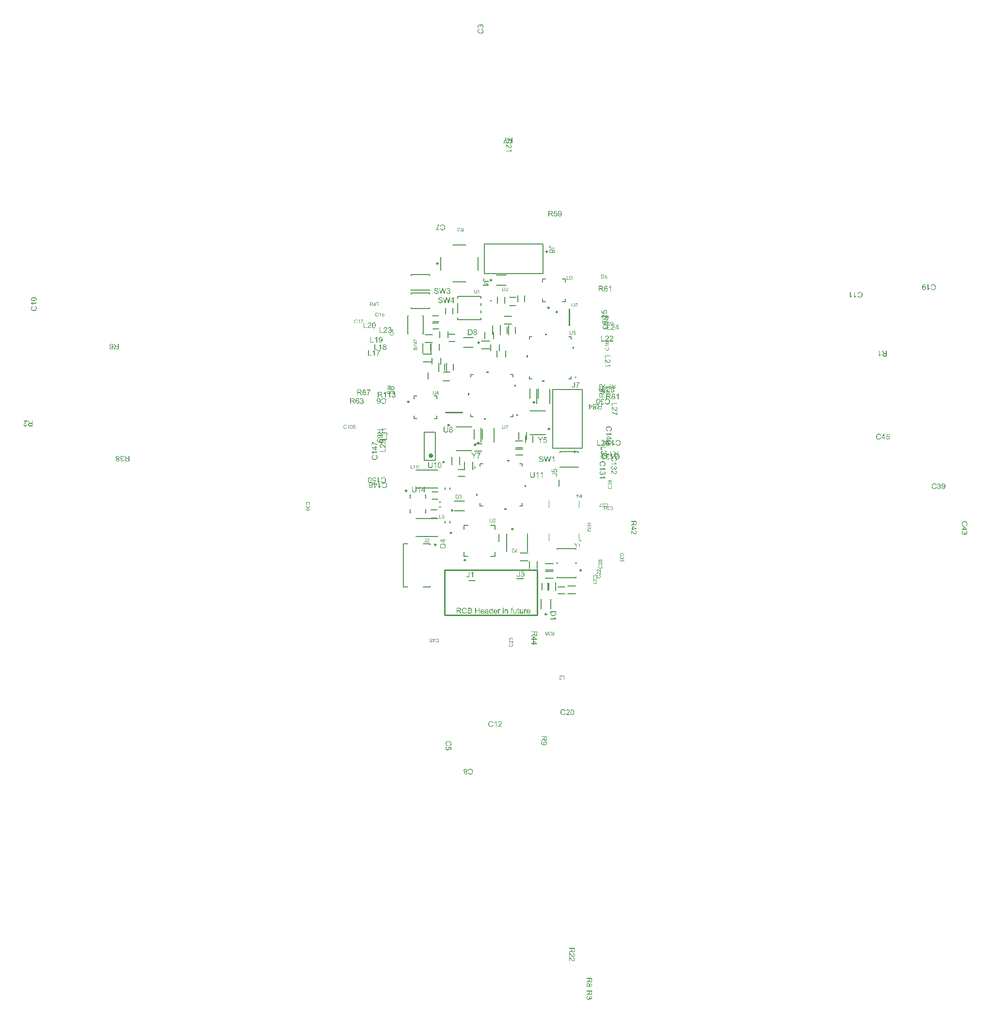
<source format=gto>
G04*
G04 #@! TF.GenerationSoftware,Altium Limited,Altium Designer,24.9.1 (31)*
G04*
G04 Layer_Color=65535*
%FSLAX44Y44*%
%MOMM*%
G71*
G04*
G04 #@! TF.SameCoordinates,C615B3E7-4A0B-44CC-A6BC-150B9DE6E2D7*
G04*
G04*
G04 #@! TF.FilePolarity,Positive*
G04*
G01*
G75*
%ADD10C,0.2500*%
%ADD11C,0.4000*%
%ADD12C,0.1524*%
%ADD13C,0.2540*%
%ADD14C,0.2000*%
%ADD15C,0.1000*%
G36*
X129852Y231405D02*
X127312D01*
Y227595D01*
X129852D01*
Y231405D01*
D02*
G37*
G36*
X180405Y205852D02*
X176595D01*
Y203312D01*
X180405D01*
Y205852D01*
D02*
G37*
G36*
X212148Y246405D02*
X214688D01*
Y242595D01*
X212148D01*
Y246405D01*
D02*
G37*
G36*
X185405Y288148D02*
X181595D01*
Y290688D01*
X185405D01*
Y288148D01*
D02*
G37*
G36*
X140345Y363457D02*
X144155D01*
Y360917D01*
X140345D01*
Y363457D01*
D02*
G37*
G36*
X115710Y403092D02*
X113170D01*
Y406903D01*
X115710D01*
Y403092D01*
D02*
G37*
G36*
X145345Y441537D02*
X149155D01*
Y444077D01*
X145345D01*
Y441537D01*
D02*
G37*
G36*
X193790Y418096D02*
X196330D01*
Y421906D01*
X193790D01*
Y418096D01*
D02*
G37*
G36*
X217710Y469094D02*
X215170D01*
Y472904D01*
X217710D01*
Y469094D01*
D02*
G37*
G36*
X242345Y429458D02*
X246155D01*
Y426918D01*
X242345D01*
Y429458D01*
D02*
G37*
G36*
X295790Y484098D02*
X298330D01*
Y487907D01*
X295790D01*
Y484098D01*
D02*
G37*
G36*
X247345Y507538D02*
X251155D01*
Y510078D01*
X247345D01*
Y507538D01*
D02*
G37*
G36*
X241108Y296617D02*
X241207D01*
X241475Y296588D01*
X241771Y296546D01*
X242081Y296476D01*
X242419Y296391D01*
X242729Y296278D01*
X242743D01*
X242772Y296264D01*
X242814Y296236D01*
X242870Y296208D01*
X243011Y296137D01*
X243195Y296010D01*
X243406Y295869D01*
X243617Y295686D01*
X243815Y295475D01*
X243998Y295235D01*
Y295221D01*
X244012Y295207D01*
X244041Y295165D01*
X244069Y295122D01*
X244139Y294981D01*
X244224Y294798D01*
X244322Y294573D01*
X244393Y294305D01*
X244463Y294023D01*
X244492Y293713D01*
X243251Y293614D01*
Y293628D01*
Y293656D01*
X243237Y293699D01*
X243223Y293769D01*
X243181Y293924D01*
X243124Y294135D01*
X243040Y294361D01*
X242913Y294587D01*
X242758Y294798D01*
X242560Y294995D01*
X242532Y295009D01*
X242462Y295066D01*
X242321Y295151D01*
X242137Y295235D01*
X241898Y295320D01*
X241616Y295404D01*
X241263Y295461D01*
X240869Y295475D01*
X240671D01*
X240587Y295461D01*
X240474Y295446D01*
X240220Y295418D01*
X239938Y295362D01*
X239656Y295292D01*
X239388Y295179D01*
X239276Y295108D01*
X239163Y295038D01*
X239135Y295024D01*
X239078Y294967D01*
X238994Y294869D01*
X238909Y294756D01*
X238811Y294601D01*
X238726Y294431D01*
X238669Y294234D01*
X238641Y294009D01*
Y293980D01*
Y293924D01*
X238655Y293825D01*
X238684Y293713D01*
X238726Y293572D01*
X238796Y293431D01*
X238881Y293290D01*
X239008Y293149D01*
X239022Y293135D01*
X239092Y293092D01*
X239149Y293050D01*
X239205Y293022D01*
X239290Y292980D01*
X239388Y292923D01*
X239515Y292881D01*
X239656Y292824D01*
X239811Y292768D01*
X239995Y292698D01*
X240192Y292641D01*
X240417Y292571D01*
X240671Y292514D01*
X240953Y292444D01*
X240967D01*
X241024Y292430D01*
X241108Y292416D01*
X241207Y292388D01*
X241334Y292359D01*
X241489Y292317D01*
X241644Y292275D01*
X241813Y292232D01*
X242180Y292134D01*
X242532Y292035D01*
X242701Y291979D01*
X242856Y291922D01*
X242997Y291880D01*
X243110Y291824D01*
X243124D01*
X243152Y291810D01*
X243195Y291781D01*
X243251Y291753D01*
X243406Y291668D01*
X243589Y291556D01*
X243801Y291401D01*
X244012Y291231D01*
X244210Y291034D01*
X244379Y290823D01*
X244393Y290795D01*
X244449Y290724D01*
X244506Y290597D01*
X244590Y290428D01*
X244661Y290231D01*
X244731Y289991D01*
X244774Y289723D01*
X244788Y289441D01*
Y289427D01*
Y289413D01*
Y289371D01*
Y289314D01*
X244759Y289159D01*
X244731Y288962D01*
X244675Y288736D01*
X244604Y288497D01*
X244492Y288243D01*
X244336Y287975D01*
Y287961D01*
X244322Y287947D01*
X244252Y287862D01*
X244153Y287736D01*
X244012Y287595D01*
X243829Y287425D01*
X243603Y287242D01*
X243350Y287073D01*
X243054Y286918D01*
X243040D01*
X243011Y286904D01*
X242969Y286890D01*
X242913Y286861D01*
X242828Y286833D01*
X242729Y286791D01*
X242504Y286735D01*
X242236Y286664D01*
X241912Y286594D01*
X241559Y286551D01*
X241179Y286537D01*
X240953D01*
X240840Y286551D01*
X240714D01*
X240573Y286565D01*
X240403Y286579D01*
X240051Y286636D01*
X239685Y286692D01*
X239318Y286791D01*
X238965Y286918D01*
X238951D01*
X238923Y286932D01*
X238881Y286960D01*
X238825Y286988D01*
X238655Y287073D01*
X238458Y287200D01*
X238232Y287369D01*
X237993Y287566D01*
X237767Y287806D01*
X237556Y288074D01*
Y288088D01*
X237528Y288116D01*
X237514Y288158D01*
X237471Y288215D01*
X237443Y288285D01*
X237401Y288370D01*
X237302Y288581D01*
X237203Y288849D01*
X237119Y289145D01*
X237062Y289484D01*
X237034Y289836D01*
X238247Y289949D01*
Y289935D01*
Y289921D01*
X238261Y289878D01*
Y289822D01*
X238289Y289695D01*
X238331Y289512D01*
X238388Y289328D01*
X238444Y289117D01*
X238543Y288920D01*
X238641Y288736D01*
X238655Y288722D01*
X238698Y288666D01*
X238768Y288567D01*
X238881Y288468D01*
X239022Y288342D01*
X239177Y288215D01*
X239388Y288088D01*
X239614Y287975D01*
X239628D01*
X239642Y287961D01*
X239685Y287947D01*
X239727Y287933D01*
X239868Y287890D01*
X240051Y287834D01*
X240277Y287778D01*
X240530Y287736D01*
X240812Y287707D01*
X241122Y287693D01*
X241249D01*
X241390Y287707D01*
X241559Y287721D01*
X241757Y287750D01*
X241982Y287778D01*
X242208Y287834D01*
X242419Y287905D01*
X242447Y287919D01*
X242518Y287947D01*
X242617Y288003D01*
X242743Y288060D01*
X242870Y288158D01*
X243011Y288257D01*
X243152Y288370D01*
X243265Y288511D01*
X243279Y288525D01*
X243307Y288581D01*
X243350Y288652D01*
X243406Y288764D01*
X243463Y288877D01*
X243505Y289018D01*
X243533Y289173D01*
X243547Y289342D01*
Y289357D01*
Y289427D01*
X243533Y289512D01*
X243519Y289625D01*
X243477Y289737D01*
X243434Y289878D01*
X243364Y290019D01*
X243265Y290146D01*
X243251Y290160D01*
X243209Y290202D01*
X243152Y290259D01*
X243054Y290343D01*
X242941Y290428D01*
X242786Y290527D01*
X242603Y290625D01*
X242391Y290710D01*
X242377Y290724D01*
X242306Y290738D01*
X242194Y290780D01*
X242123Y290795D01*
X242025Y290823D01*
X241926Y290865D01*
X241799Y290893D01*
X241658Y290935D01*
X241489Y290978D01*
X241320Y291020D01*
X241122Y291077D01*
X240897Y291133D01*
X240657Y291189D01*
X240643D01*
X240601Y291203D01*
X240530Y291217D01*
X240446Y291246D01*
X240333Y291274D01*
X240206Y291302D01*
X239924Y291387D01*
X239614Y291485D01*
X239290Y291584D01*
X239008Y291683D01*
X238881Y291739D01*
X238768Y291795D01*
X238754D01*
X238740Y291810D01*
X238655Y291866D01*
X238528Y291936D01*
X238388Y292049D01*
X238218Y292176D01*
X238049Y292331D01*
X237880Y292514D01*
X237739Y292712D01*
X237725Y292740D01*
X237683Y292810D01*
X237626Y292923D01*
X237570Y293064D01*
X237514Y293247D01*
X237457Y293459D01*
X237415Y293684D01*
X237401Y293924D01*
Y293938D01*
Y293952D01*
Y293995D01*
Y294051D01*
X237429Y294192D01*
X237457Y294375D01*
X237499Y294587D01*
X237570Y294826D01*
X237669Y295066D01*
X237810Y295306D01*
Y295320D01*
X237824Y295334D01*
X237894Y295418D01*
X237993Y295531D01*
X238120Y295672D01*
X238289Y295827D01*
X238500Y295996D01*
X238754Y296151D01*
X239036Y296292D01*
X239050D01*
X239078Y296306D01*
X239121Y296320D01*
X239177Y296349D01*
X239247Y296377D01*
X239346Y296405D01*
X239558Y296462D01*
X239825Y296518D01*
X240136Y296574D01*
X240460Y296617D01*
X240826Y296631D01*
X241010D01*
X241108Y296617D01*
D02*
G37*
G36*
X255544Y286706D02*
X254275D01*
X252231Y294135D01*
Y294150D01*
X252217Y294178D01*
X252203Y294220D01*
X252188Y294291D01*
X252146Y294446D01*
X252104Y294629D01*
X252048Y294826D01*
X251991Y295009D01*
X251949Y295165D01*
X251935Y295235D01*
X251921Y295277D01*
Y295263D01*
X251907Y295249D01*
X251893Y295165D01*
X251864Y295038D01*
X251822Y294883D01*
X251780Y294713D01*
X251723Y294516D01*
X251681Y294319D01*
X251625Y294135D01*
X249566Y286706D01*
X248213D01*
X245662Y296462D01*
X247001D01*
X248453Y290061D01*
Y290047D01*
X248467Y290019D01*
X248481Y289963D01*
X248495Y289892D01*
X248509Y289794D01*
X248537Y289695D01*
X248566Y289568D01*
X248594Y289427D01*
X248664Y289131D01*
X248735Y288793D01*
X248805Y288426D01*
X248876Y288060D01*
Y288074D01*
X248890Y288130D01*
X248918Y288201D01*
X248932Y288313D01*
X248960Y288426D01*
X249003Y288567D01*
X249073Y288877D01*
X249158Y289188D01*
X249186Y289342D01*
X249228Y289484D01*
X249256Y289610D01*
X249284Y289723D01*
X249313Y289808D01*
X249327Y289864D01*
X251173Y296462D01*
X252738D01*
X254120Y291514D01*
Y291499D01*
X254148Y291429D01*
X254176Y291330D01*
X254204Y291203D01*
X254247Y291034D01*
X254303Y290851D01*
X254359Y290639D01*
X254416Y290400D01*
X254486Y290132D01*
X254543Y289864D01*
X254670Y289286D01*
X254797Y288680D01*
X254895Y288060D01*
Y288074D01*
X254909Y288102D01*
Y288158D01*
X254937Y288229D01*
X254951Y288313D01*
X254980Y288412D01*
X254994Y288539D01*
X255036Y288680D01*
X255107Y288990D01*
X255191Y289357D01*
X255276Y289751D01*
X255389Y290188D01*
X256911Y296462D01*
X258222D01*
X255544Y286706D01*
D02*
G37*
G36*
X263452D02*
X262254D01*
Y294333D01*
X262240Y294319D01*
X262169Y294262D01*
X262085Y294178D01*
X261944Y294079D01*
X261789Y293952D01*
X261591Y293811D01*
X261366Y293656D01*
X261112Y293501D01*
X261098D01*
X261084Y293487D01*
X260999Y293431D01*
X260858Y293360D01*
X260689Y293276D01*
X260492Y293177D01*
X260280Y293078D01*
X260069Y292980D01*
X259857Y292895D01*
Y294051D01*
X259871D01*
X259900Y294079D01*
X259956Y294093D01*
X260026Y294135D01*
X260111Y294178D01*
X260210Y294234D01*
X260449Y294375D01*
X260731Y294530D01*
X261013Y294728D01*
X261309Y294953D01*
X261605Y295193D01*
X261619Y295207D01*
X261633Y295221D01*
X261676Y295263D01*
X261732Y295306D01*
X261859Y295446D01*
X262028Y295616D01*
X262197Y295813D01*
X262381Y296039D01*
X262536Y296264D01*
X262677Y296504D01*
X263452D01*
Y286706D01*
D02*
G37*
G36*
X302342Y435758D02*
X302337Y435747D01*
X302315Y435721D01*
X302278Y435684D01*
X302236Y435631D01*
X302183Y435568D01*
X302125Y435494D01*
X302057Y435415D01*
X301982Y435330D01*
X301835Y435156D01*
X301681Y434981D01*
X301607Y434902D01*
X301539Y434828D01*
X301475Y434765D01*
X301417Y434712D01*
X301428D01*
X301449Y434706D01*
X301486Y434696D01*
X301539Y434685D01*
X301602Y434675D01*
X301676Y434659D01*
X301761Y434643D01*
X301856Y434622D01*
X301956Y434601D01*
X302062Y434575D01*
X302294Y434522D01*
X302532Y434464D01*
X302775Y434400D01*
X302521Y433613D01*
X302511Y433618D01*
X302484Y433629D01*
X302437Y433645D01*
X302379Y433666D01*
X302305Y433692D01*
X302220Y433724D01*
X302131Y433761D01*
X302030Y433798D01*
X301819Y433882D01*
X301607Y433972D01*
X301507Y434020D01*
X301412Y434062D01*
X301322Y434109D01*
X301243Y434152D01*
Y434146D01*
Y434141D01*
Y434125D01*
X301248Y434109D01*
X301253Y434057D01*
X301259Y433988D01*
X301269Y433909D01*
X301275Y433814D01*
X301285Y433713D01*
X301296Y433602D01*
X301317Y433375D01*
X301333Y433148D01*
X301343Y433037D01*
X301348Y432942D01*
X301354Y432852D01*
Y432773D01*
X300551D01*
Y432778D01*
Y432799D01*
Y432831D01*
X300556Y432873D01*
Y432926D01*
X300561Y432990D01*
X300567Y433064D01*
X300572Y433148D01*
X300577Y433243D01*
X300588Y433349D01*
X300598Y433465D01*
X300609Y433587D01*
X300625Y433713D01*
X300641Y433851D01*
X300656Y433993D01*
X300678Y434146D01*
X300672Y434141D01*
X300651Y434136D01*
X300620Y434120D01*
X300577Y434099D01*
X300524Y434073D01*
X300456Y434041D01*
X300382Y434009D01*
X300297Y433972D01*
X300207Y433930D01*
X300107Y433888D01*
X300001Y433845D01*
X299885Y433798D01*
X299764Y433750D01*
X299637Y433708D01*
X299367Y433613D01*
X299114Y434400D01*
X299119D01*
X299146Y434411D01*
X299182Y434421D01*
X299235Y434437D01*
X299299Y434458D01*
X299373Y434479D01*
X299457Y434501D01*
X299547Y434527D01*
X299653Y434553D01*
X299758Y434580D01*
X299874Y434606D01*
X299991Y434627D01*
X300239Y434675D01*
X300493Y434712D01*
X300487Y434717D01*
X300477Y434728D01*
X300456Y434743D01*
X300429Y434770D01*
X300398Y434802D01*
X300355Y434844D01*
X300303Y434892D01*
X300244Y434950D01*
X300181Y435018D01*
X300112Y435092D01*
X300033Y435182D01*
X299949Y435277D01*
X299859Y435383D01*
X299758Y435494D01*
X299653Y435620D01*
X299542Y435758D01*
X300207Y436228D01*
X300213Y436223D01*
X300223Y436207D01*
X300239Y436181D01*
X300266Y436149D01*
X300297Y436101D01*
X300334Y436049D01*
X300376Y435985D01*
X300424Y435916D01*
X300477Y435832D01*
X300535Y435747D01*
X300593Y435647D01*
X300662Y435541D01*
X300730Y435425D01*
X300804Y435303D01*
X300884Y435177D01*
X300963Y435039D01*
X300968Y435050D01*
X300979Y435071D01*
X301005Y435113D01*
X301032Y435166D01*
X301068Y435235D01*
X301111Y435309D01*
X301158Y435393D01*
X301206Y435483D01*
X301322Y435673D01*
X301444Y435869D01*
X301502Y435969D01*
X301565Y436059D01*
X301629Y436149D01*
X301687Y436228D01*
X302342Y435758D01*
D02*
G37*
G36*
X125091Y278902D02*
Y278881D01*
Y278850D01*
X125086Y278807D01*
Y278754D01*
X125081Y278691D01*
X125075Y278617D01*
X125070Y278533D01*
X125065Y278437D01*
X125054Y278332D01*
X125044Y278216D01*
X125033Y278094D01*
X125017Y277967D01*
X125001Y277830D01*
X124986Y277687D01*
X124964Y277534D01*
X124970Y277539D01*
X124991Y277545D01*
X125022Y277560D01*
X125065Y277582D01*
X125118Y277608D01*
X125186Y277640D01*
X125260Y277671D01*
X125345Y277708D01*
X125435Y277751D01*
X125535Y277793D01*
X125641Y277835D01*
X125757Y277883D01*
X125878Y277930D01*
X126005Y277973D01*
X126275Y278068D01*
X126528Y277280D01*
X126523D01*
X126496Y277270D01*
X126460Y277259D01*
X126407Y277243D01*
X126343Y277222D01*
X126269Y277201D01*
X126185Y277180D01*
X126095Y277154D01*
X125989Y277127D01*
X125884Y277101D01*
X125767Y277074D01*
X125651Y277053D01*
X125403Y277006D01*
X125149Y276969D01*
X125155Y276963D01*
X125165Y276953D01*
X125186Y276937D01*
X125213Y276911D01*
X125244Y276879D01*
X125287Y276837D01*
X125339Y276789D01*
X125398Y276731D01*
X125461Y276662D01*
X125530Y276588D01*
X125609Y276499D01*
X125694Y276403D01*
X125783Y276298D01*
X125884Y276187D01*
X125989Y276060D01*
X126100Y275923D01*
X125435Y275452D01*
X125429Y275458D01*
X125419Y275473D01*
X125403Y275500D01*
X125377Y275532D01*
X125345Y275579D01*
X125308Y275632D01*
X125266Y275695D01*
X125218Y275764D01*
X125165Y275849D01*
X125107Y275933D01*
X125049Y276034D01*
X124980Y276139D01*
X124912Y276255D01*
X124838Y276377D01*
X124758Y276504D01*
X124679Y276641D01*
X124674Y276631D01*
X124663Y276609D01*
X124637Y276567D01*
X124610Y276514D01*
X124573Y276446D01*
X124531Y276372D01*
X124484Y276287D01*
X124436Y276197D01*
X124320Y276007D01*
X124198Y275812D01*
X124140Y275711D01*
X124077Y275621D01*
X124013Y275532D01*
X123955Y275452D01*
X123300Y275923D01*
X123306Y275933D01*
X123327Y275960D01*
X123364Y275997D01*
X123406Y276049D01*
X123459Y276113D01*
X123517Y276187D01*
X123586Y276266D01*
X123659Y276351D01*
X123807Y276525D01*
X123961Y276699D01*
X124035Y276779D01*
X124103Y276852D01*
X124167Y276916D01*
X124225Y276969D01*
X124214D01*
X124193Y276974D01*
X124156Y276985D01*
X124103Y276995D01*
X124040Y277006D01*
X123966Y277022D01*
X123881Y277037D01*
X123786Y277059D01*
X123686Y277080D01*
X123580Y277106D01*
X123348Y277159D01*
X123110Y277217D01*
X122867Y277280D01*
X123121Y278068D01*
X123131Y278062D01*
X123158Y278052D01*
X123205Y278036D01*
X123263Y278015D01*
X123337Y277988D01*
X123422Y277957D01*
X123511Y277920D01*
X123612Y277883D01*
X123823Y277798D01*
X124035Y277708D01*
X124135Y277661D01*
X124230Y277619D01*
X124320Y277571D01*
X124399Y277529D01*
Y277534D01*
Y277539D01*
Y277555D01*
X124394Y277571D01*
X124389Y277624D01*
X124383Y277693D01*
X124373Y277772D01*
X124367Y277867D01*
X124357Y277967D01*
X124346Y278078D01*
X124325Y278305D01*
X124309Y278533D01*
X124299Y278643D01*
X124293Y278739D01*
X124288Y278828D01*
Y278908D01*
X125091D01*
Y278902D01*
D02*
G37*
G36*
X200342Y369757D02*
X200336Y369746D01*
X200315Y369720D01*
X200278Y369683D01*
X200236Y369630D01*
X200183Y369566D01*
X200125Y369492D01*
X200056Y369413D01*
X199982Y369329D01*
X199835Y369154D01*
X199681Y368980D01*
X199607Y368901D01*
X199539Y368827D01*
X199475Y368763D01*
X199417Y368711D01*
X199428D01*
X199449Y368705D01*
X199486Y368695D01*
X199539Y368684D01*
X199602Y368674D01*
X199676Y368658D01*
X199761Y368642D01*
X199856Y368621D01*
X199956Y368600D01*
X200062Y368573D01*
X200294Y368520D01*
X200532Y368462D01*
X200775Y368399D01*
X200521Y367612D01*
X200511Y367617D01*
X200484Y367627D01*
X200437Y367643D01*
X200379Y367664D01*
X200305Y367691D01*
X200220Y367723D01*
X200131Y367760D01*
X200030Y367797D01*
X199819Y367881D01*
X199607Y367971D01*
X199507Y368018D01*
X199412Y368061D01*
X199322Y368108D01*
X199243Y368151D01*
Y368145D01*
Y368140D01*
Y368124D01*
X199248Y368108D01*
X199253Y368055D01*
X199259Y367987D01*
X199269Y367907D01*
X199275Y367812D01*
X199285Y367712D01*
X199296Y367601D01*
X199317Y367374D01*
X199333Y367147D01*
X199343Y367036D01*
X199349Y366941D01*
X199354Y366851D01*
Y366772D01*
X198551D01*
Y366777D01*
Y366798D01*
Y366830D01*
X198556Y366872D01*
Y366925D01*
X198561Y366988D01*
X198567Y367062D01*
X198572Y367147D01*
X198577Y367242D01*
X198588Y367347D01*
X198598Y367464D01*
X198609Y367585D01*
X198625Y367712D01*
X198641Y367849D01*
X198656Y367992D01*
X198678Y368145D01*
X198672Y368140D01*
X198651Y368135D01*
X198619Y368119D01*
X198577Y368098D01*
X198524Y368071D01*
X198456Y368040D01*
X198382Y368008D01*
X198297Y367971D01*
X198207Y367929D01*
X198107Y367886D01*
X198001Y367844D01*
X197885Y367797D01*
X197764Y367749D01*
X197637Y367707D01*
X197367Y367612D01*
X197114Y368399D01*
X197119D01*
X197146Y368409D01*
X197182Y368420D01*
X197235Y368436D01*
X197299Y368457D01*
X197373Y368478D01*
X197457Y368499D01*
X197547Y368526D01*
X197653Y368552D01*
X197758Y368578D01*
X197875Y368605D01*
X197991Y368626D01*
X198239Y368674D01*
X198493Y368711D01*
X198487Y368716D01*
X198477Y368726D01*
X198456Y368742D01*
X198429Y368769D01*
X198398Y368800D01*
X198355Y368843D01*
X198302Y368890D01*
X198244Y368948D01*
X198181Y369017D01*
X198112Y369091D01*
X198033Y369181D01*
X197948Y369276D01*
X197859Y369382D01*
X197758Y369492D01*
X197653Y369619D01*
X197542Y369757D01*
X198207Y370227D01*
X198213Y370222D01*
X198223Y370206D01*
X198239Y370179D01*
X198265Y370148D01*
X198297Y370100D01*
X198334Y370047D01*
X198376Y369984D01*
X198424Y369915D01*
X198477Y369831D01*
X198535Y369746D01*
X198593Y369646D01*
X198662Y369540D01*
X198730Y369424D01*
X198804Y369302D01*
X198884Y369175D01*
X198963Y369038D01*
X198968Y369049D01*
X198979Y369070D01*
X199005Y369112D01*
X199032Y369165D01*
X199069Y369234D01*
X199111Y369308D01*
X199158Y369392D01*
X199206Y369482D01*
X199322Y369672D01*
X199444Y369868D01*
X199502Y369968D01*
X199565Y370058D01*
X199629Y370148D01*
X199687Y370227D01*
X200342Y369757D01*
D02*
G37*
G36*
X190739Y32084D02*
X190796D01*
X190860Y32078D01*
X190936D01*
X191012Y32071D01*
X191101Y32058D01*
X191292Y32039D01*
X191501Y32008D01*
X191723Y31969D01*
X191539Y30928D01*
X191520D01*
X191501Y30935D01*
X191476Y30941D01*
X191406Y30947D01*
X191311Y30960D01*
X191203Y30973D01*
X191088Y30979D01*
X190961Y30992D01*
X190784D01*
X190746Y30985D01*
X190701D01*
X190650Y30979D01*
X190536Y30960D01*
X190403Y30935D01*
X190276Y30890D01*
X190161Y30833D01*
X190104Y30801D01*
X190060Y30757D01*
X190053Y30744D01*
X190041Y30731D01*
X190028Y30712D01*
X190009Y30687D01*
X189990Y30649D01*
X189971Y30611D01*
X189952Y30560D01*
X189926Y30509D01*
X189907Y30445D01*
X189888Y30376D01*
X189876Y30293D01*
X189856Y30204D01*
X189850Y30109D01*
X189837Y30001D01*
Y29887D01*
Y29233D01*
X191215D01*
Y28306D01*
X189837D01*
Y22165D01*
X188644D01*
Y28306D01*
X187583D01*
Y29233D01*
X188644D01*
Y29988D01*
Y29995D01*
Y30020D01*
Y30058D01*
Y30103D01*
X188650Y30166D01*
Y30230D01*
X188656Y30306D01*
X188663Y30388D01*
X188675Y30560D01*
X188694Y30738D01*
X188726Y30903D01*
X188752Y30979D01*
X188771Y31049D01*
Y31055D01*
X188777Y31068D01*
X188790Y31093D01*
X188802Y31125D01*
X188822Y31163D01*
X188847Y31214D01*
X188910Y31316D01*
X188993Y31436D01*
X189101Y31563D01*
X189228Y31684D01*
X189380Y31798D01*
X189387Y31804D01*
X189399Y31811D01*
X189425Y31823D01*
X189463Y31843D01*
X189507Y31868D01*
X189558Y31893D01*
X189622Y31919D01*
X189698Y31944D01*
X189780Y31969D01*
X189869Y31995D01*
X189971Y32020D01*
X190085Y32046D01*
X190199Y32065D01*
X190326Y32078D01*
X190460Y32090D01*
X190695D01*
X190739Y32084D01*
D02*
G37*
G36*
X175156Y30547D02*
X173956D01*
Y31925D01*
X175156D01*
Y30547D01*
D02*
G37*
G36*
X107205Y32084D02*
X107256D01*
X107313Y32078D01*
X107434Y32065D01*
X107580Y32052D01*
X107745Y32027D01*
X107922Y31995D01*
X108113Y31957D01*
X108310Y31906D01*
X108513Y31849D01*
X108723Y31773D01*
X108932Y31690D01*
X109135Y31588D01*
X109339Y31474D01*
X109529Y31341D01*
X109542Y31335D01*
X109573Y31309D01*
X109624Y31265D01*
X109694Y31201D01*
X109777Y31125D01*
X109866Y31036D01*
X109967Y30928D01*
X110082Y30801D01*
X110196Y30661D01*
X110310Y30503D01*
X110431Y30331D01*
X110545Y30141D01*
X110653Y29944D01*
X110755Y29722D01*
X110843Y29493D01*
X110926Y29245D01*
X109650Y28947D01*
X109643Y28960D01*
X109637Y28991D01*
X109612Y29049D01*
X109586Y29118D01*
X109554Y29207D01*
X109510Y29309D01*
X109459Y29423D01*
X109402Y29544D01*
X109332Y29664D01*
X109262Y29792D01*
X109180Y29925D01*
X109091Y30052D01*
X108996Y30173D01*
X108894Y30293D01*
X108786Y30401D01*
X108665Y30496D01*
X108659Y30503D01*
X108634Y30515D01*
X108602Y30541D01*
X108551Y30573D01*
X108488Y30611D01*
X108411Y30649D01*
X108322Y30693D01*
X108221Y30744D01*
X108107Y30788D01*
X107986Y30833D01*
X107853Y30871D01*
X107707Y30909D01*
X107554Y30941D01*
X107389Y30966D01*
X107218Y30979D01*
X107040Y30985D01*
X106989D01*
X106932Y30979D01*
X106856D01*
X106754Y30966D01*
X106646Y30960D01*
X106519Y30941D01*
X106386Y30915D01*
X106240Y30890D01*
X106087Y30852D01*
X105929Y30807D01*
X105770Y30757D01*
X105617Y30693D01*
X105459Y30623D01*
X105306Y30541D01*
X105160Y30445D01*
X105154Y30439D01*
X105128Y30420D01*
X105090Y30388D01*
X105040Y30350D01*
X104976Y30293D01*
X104906Y30230D01*
X104830Y30147D01*
X104741Y30064D01*
X104659Y29963D01*
X104570Y29855D01*
X104481Y29734D01*
X104392Y29607D01*
X104309Y29468D01*
X104227Y29322D01*
X104157Y29163D01*
X104093Y28998D01*
X104087Y28985D01*
X104081Y28960D01*
X104068Y28909D01*
X104049Y28839D01*
X104024Y28756D01*
X103998Y28661D01*
X103973Y28547D01*
X103941Y28426D01*
X103916Y28286D01*
X103884Y28140D01*
X103858Y27988D01*
X103839Y27823D01*
X103801Y27480D01*
X103795Y27302D01*
X103789Y27125D01*
Y27118D01*
Y27112D01*
Y27093D01*
Y27067D01*
Y27004D01*
X103795Y26915D01*
X103801Y26807D01*
X103808Y26680D01*
X103820Y26540D01*
X103833Y26388D01*
X103852Y26223D01*
X103877Y26045D01*
X103909Y25867D01*
X103941Y25683D01*
X103986Y25492D01*
X104030Y25308D01*
X104087Y25124D01*
X104151Y24946D01*
X104157Y24934D01*
X104170Y24908D01*
X104189Y24857D01*
X104220Y24794D01*
X104258Y24718D01*
X104309Y24629D01*
X104367Y24534D01*
X104430Y24426D01*
X104506Y24311D01*
X104589Y24197D01*
X104684Y24083D01*
X104786Y23969D01*
X104894Y23854D01*
X105014Y23746D01*
X105141Y23651D01*
X105281Y23556D01*
X105287Y23549D01*
X105319Y23537D01*
X105357Y23511D01*
X105414Y23486D01*
X105484Y23448D01*
X105573Y23410D01*
X105668Y23372D01*
X105776Y23327D01*
X105897Y23283D01*
X106024Y23245D01*
X106157Y23207D01*
X106303Y23168D01*
X106456Y23143D01*
X106614Y23118D01*
X106773Y23105D01*
X106938Y23099D01*
X106989D01*
X107046Y23105D01*
X107122Y23111D01*
X107211Y23118D01*
X107319Y23130D01*
X107440Y23149D01*
X107573Y23175D01*
X107713Y23213D01*
X107865Y23251D01*
X108018Y23302D01*
X108170Y23365D01*
X108329Y23435D01*
X108481Y23518D01*
X108627Y23619D01*
X108773Y23727D01*
X108780Y23734D01*
X108805Y23759D01*
X108843Y23791D01*
X108894Y23848D01*
X108958Y23911D01*
X109027Y23994D01*
X109104Y24089D01*
X109186Y24197D01*
X109269Y24318D01*
X109358Y24457D01*
X109440Y24610D01*
X109523Y24775D01*
X109605Y24959D01*
X109675Y25156D01*
X109739Y25366D01*
X109796Y25588D01*
X111091Y25258D01*
Y25251D01*
X111085Y25238D01*
X111078Y25220D01*
X111072Y25188D01*
X111059Y25150D01*
X111047Y25105D01*
X111028Y25054D01*
X111009Y24997D01*
X110964Y24864D01*
X110907Y24711D01*
X110837Y24540D01*
X110755Y24362D01*
X110659Y24165D01*
X110558Y23969D01*
X110437Y23765D01*
X110304Y23562D01*
X110151Y23365D01*
X109993Y23175D01*
X109815Y22997D01*
X109624Y22832D01*
X109612Y22826D01*
X109573Y22794D01*
X109516Y22756D01*
X109434Y22705D01*
X109332Y22641D01*
X109212Y22571D01*
X109066Y22495D01*
X108907Y22419D01*
X108729Y22337D01*
X108532Y22260D01*
X108322Y22190D01*
X108094Y22133D01*
X107853Y22076D01*
X107592Y22038D01*
X107326Y22013D01*
X107046Y22000D01*
X106938D01*
X106894Y22006D01*
X106843D01*
X106786Y22013D01*
X106652Y22019D01*
X106494Y22032D01*
X106322Y22051D01*
X106138Y22083D01*
X105935Y22114D01*
X105725Y22159D01*
X105516Y22210D01*
X105300Y22273D01*
X105084Y22343D01*
X104874Y22432D01*
X104671Y22527D01*
X104481Y22641D01*
X104468Y22648D01*
X104436Y22673D01*
X104385Y22711D01*
X104316Y22762D01*
X104233Y22826D01*
X104138Y22908D01*
X104036Y23003D01*
X103922Y23118D01*
X103801Y23238D01*
X103674Y23378D01*
X103554Y23530D01*
X103427Y23695D01*
X103300Y23880D01*
X103185Y24070D01*
X103071Y24280D01*
X102970Y24502D01*
Y24508D01*
X102963Y24515D01*
X102957Y24534D01*
X102950Y24559D01*
X102938Y24585D01*
X102925Y24623D01*
X102887Y24711D01*
X102849Y24826D01*
X102804Y24959D01*
X102760Y25118D01*
X102716Y25289D01*
X102665Y25473D01*
X102620Y25677D01*
X102576Y25893D01*
X102538Y26121D01*
X102506Y26356D01*
X102480Y26604D01*
X102462Y26858D01*
X102455Y27118D01*
Y27125D01*
Y27137D01*
Y27156D01*
Y27188D01*
Y27220D01*
X102462Y27264D01*
Y27315D01*
Y27372D01*
X102474Y27506D01*
X102487Y27658D01*
X102506Y27836D01*
X102531Y28020D01*
X102557Y28223D01*
X102595Y28439D01*
X102646Y28661D01*
X102703Y28883D01*
X102766Y29112D01*
X102849Y29341D01*
X102938Y29563D01*
X103039Y29779D01*
Y29785D01*
X103046Y29792D01*
X103065Y29830D01*
X103103Y29887D01*
X103147Y29963D01*
X103211Y30058D01*
X103281Y30173D01*
X103370Y30293D01*
X103465Y30420D01*
X103579Y30560D01*
X103700Y30700D01*
X103839Y30839D01*
X103986Y30985D01*
X104144Y31125D01*
X104316Y31258D01*
X104500Y31385D01*
X104697Y31500D01*
X104709Y31506D01*
X104747Y31525D01*
X104805Y31557D01*
X104887Y31595D01*
X104989Y31639D01*
X105109Y31684D01*
X105243Y31741D01*
X105395Y31798D01*
X105567Y31849D01*
X105751Y31906D01*
X105948Y31951D01*
X106151Y32001D01*
X106367Y32033D01*
X106595Y32065D01*
X106824Y32084D01*
X107065Y32090D01*
X107167D01*
X107205Y32084D01*
D02*
G37*
G36*
X156144Y22165D02*
X155033D01*
Y23054D01*
X155027Y23041D01*
X155001Y23010D01*
X154963Y22959D01*
X154906Y22889D01*
X154836Y22813D01*
X154754Y22724D01*
X154652Y22629D01*
X154531Y22533D01*
X154398Y22432D01*
X154252Y22337D01*
X154093Y22248D01*
X153916Y22171D01*
X153719Y22102D01*
X153516Y22051D01*
X153287Y22019D01*
X153052Y22006D01*
X153014D01*
X152969Y22013D01*
X152912D01*
X152836Y22019D01*
X152747Y22032D01*
X152652Y22044D01*
X152544Y22064D01*
X152423Y22089D01*
X152303Y22121D01*
X152169Y22159D01*
X152042Y22203D01*
X151903Y22254D01*
X151769Y22318D01*
X151629Y22387D01*
X151496Y22470D01*
X151490Y22476D01*
X151464Y22489D01*
X151426Y22521D01*
X151382Y22552D01*
X151318Y22603D01*
X151255Y22660D01*
X151179Y22730D01*
X151096Y22806D01*
X151007Y22895D01*
X150918Y22991D01*
X150829Y23099D01*
X150734Y23213D01*
X150645Y23340D01*
X150556Y23473D01*
X150474Y23613D01*
X150398Y23765D01*
X150391Y23778D01*
X150379Y23803D01*
X150359Y23848D01*
X150340Y23911D01*
X150309Y23994D01*
X150277Y24089D01*
X150239Y24197D01*
X150207Y24318D01*
X150169Y24457D01*
X150131Y24604D01*
X150099Y24762D01*
X150074Y24934D01*
X150048Y25111D01*
X150029Y25296D01*
X150017Y25486D01*
X150010Y25689D01*
Y25702D01*
Y25734D01*
Y25791D01*
X150017Y25867D01*
X150023Y25962D01*
X150029Y26070D01*
X150042Y26191D01*
X150055Y26331D01*
X150074Y26470D01*
X150093Y26623D01*
X150125Y26782D01*
X150156Y26947D01*
X150201Y27118D01*
X150245Y27283D01*
X150296Y27448D01*
X150359Y27613D01*
X150366Y27626D01*
X150379Y27652D01*
X150398Y27696D01*
X150429Y27753D01*
X150461Y27829D01*
X150512Y27912D01*
X150563Y28001D01*
X150626Y28102D01*
X150696Y28210D01*
X150772Y28318D01*
X150861Y28426D01*
X150956Y28534D01*
X151058Y28642D01*
X151172Y28744D01*
X151293Y28845D01*
X151420Y28934D01*
X151426Y28941D01*
X151452Y28953D01*
X151490Y28979D01*
X151547Y29004D01*
X151610Y29042D01*
X151687Y29080D01*
X151782Y29125D01*
X151883Y29169D01*
X151992Y29207D01*
X152119Y29252D01*
X152246Y29290D01*
X152385Y29328D01*
X152531Y29353D01*
X152684Y29379D01*
X152836Y29391D01*
X153001Y29398D01*
X153065D01*
X153109Y29391D01*
X153166D01*
X153230Y29385D01*
X153306Y29372D01*
X153382Y29366D01*
X153560Y29334D01*
X153750Y29283D01*
X153947Y29214D01*
X154043Y29176D01*
X154138Y29125D01*
X154144D01*
X154163Y29112D01*
X154189Y29099D01*
X154220Y29074D01*
X154265Y29049D01*
X154316Y29017D01*
X154430Y28934D01*
X154557Y28833D01*
X154690Y28712D01*
X154824Y28579D01*
X154951Y28420D01*
Y31925D01*
X156144D01*
Y22165D01*
D02*
G37*
G36*
X180420Y29391D02*
X180478D01*
X180541Y29385D01*
X180617Y29379D01*
X180700Y29366D01*
X180878Y29341D01*
X181075Y29296D01*
X181278Y29239D01*
X181481Y29163D01*
X181487D01*
X181506Y29150D01*
X181532Y29137D01*
X181570Y29118D01*
X181614Y29099D01*
X181665Y29074D01*
X181786Y29004D01*
X181913Y28915D01*
X182046Y28814D01*
X182179Y28693D01*
X182236Y28629D01*
X182287Y28560D01*
X182294Y28553D01*
X182300Y28540D01*
X182313Y28521D01*
X182332Y28496D01*
X182351Y28458D01*
X182376Y28414D01*
X182408Y28369D01*
X182433Y28312D01*
X182497Y28185D01*
X182560Y28033D01*
X182617Y27861D01*
X182662Y27677D01*
Y27671D01*
Y27658D01*
X182668Y27639D01*
X182675Y27613D01*
Y27575D01*
X182681Y27524D01*
X182687Y27474D01*
X182694Y27404D01*
X182700Y27328D01*
X182706Y27245D01*
X182713Y27150D01*
Y27042D01*
X182719Y26928D01*
X182726Y26801D01*
Y26661D01*
Y26509D01*
Y22165D01*
X181525D01*
Y26464D01*
Y26470D01*
Y26496D01*
Y26534D01*
Y26585D01*
X181519Y26642D01*
Y26712D01*
X181513Y26794D01*
X181506Y26877D01*
X181494Y27055D01*
X181468Y27232D01*
X181430Y27404D01*
X181411Y27486D01*
X181386Y27556D01*
Y27563D01*
X181379Y27575D01*
X181373Y27594D01*
X181360Y27620D01*
X181322Y27683D01*
X181271Y27766D01*
X181201Y27861D01*
X181119Y27956D01*
X181011Y28052D01*
X180890Y28140D01*
X180884D01*
X180871Y28147D01*
X180852Y28159D01*
X180827Y28172D01*
X180795Y28191D01*
X180751Y28210D01*
X180655Y28248D01*
X180528Y28286D01*
X180389Y28325D01*
X180230Y28350D01*
X180058Y28356D01*
X179982D01*
X179932Y28350D01*
X179862Y28344D01*
X179785Y28331D01*
X179697Y28318D01*
X179608Y28293D01*
X179506Y28268D01*
X179398Y28236D01*
X179284Y28198D01*
X179176Y28153D01*
X179062Y28096D01*
X178947Y28026D01*
X178839Y27956D01*
X178731Y27867D01*
X178725Y27861D01*
X178706Y27842D01*
X178680Y27817D01*
X178642Y27772D01*
X178604Y27715D01*
X178560Y27645D01*
X178509Y27556D01*
X178458Y27455D01*
X178401Y27340D01*
X178357Y27207D01*
X178306Y27055D01*
X178268Y26890D01*
X178230Y26699D01*
X178204Y26496D01*
X178185Y26274D01*
X178179Y26026D01*
Y22165D01*
X176979D01*
Y29233D01*
X178058D01*
Y28236D01*
X178065Y28242D01*
X178096Y28280D01*
X178141Y28337D01*
X178204Y28414D01*
X178287Y28502D01*
X178382Y28598D01*
X178496Y28706D01*
X178636Y28814D01*
X178782Y28921D01*
X178954Y29030D01*
X179138Y29125D01*
X179341Y29214D01*
X179557Y29290D01*
X179792Y29347D01*
X180046Y29385D01*
X180179Y29398D01*
X180376D01*
X180420Y29391D01*
D02*
G37*
G36*
X213821D02*
X213872Y29385D01*
X213942Y29379D01*
X214012Y29366D01*
X214095Y29347D01*
X214183Y29328D01*
X214285Y29302D01*
X214387Y29271D01*
X214488Y29233D01*
X214603Y29188D01*
X214717Y29137D01*
X214831Y29080D01*
X214945Y29010D01*
X214533Y27899D01*
X214526D01*
X214514Y27912D01*
X214488Y27925D01*
X214456Y27937D01*
X214418Y27956D01*
X214374Y27982D01*
X214317Y28001D01*
X214260Y28026D01*
X214126Y28071D01*
X213980Y28115D01*
X213821Y28140D01*
X213656Y28153D01*
X213618D01*
X213593Y28147D01*
X213555D01*
X213517Y28140D01*
X213421Y28121D01*
X213307Y28096D01*
X213193Y28052D01*
X213066Y27994D01*
X212945Y27918D01*
X212939D01*
X212932Y27905D01*
X212894Y27874D01*
X212837Y27823D01*
X212774Y27747D01*
X212698Y27658D01*
X212628Y27544D01*
X212558Y27410D01*
X212501Y27264D01*
Y27258D01*
X212494Y27232D01*
X212482Y27201D01*
X212469Y27150D01*
X212456Y27093D01*
X212437Y27023D01*
X212418Y26940D01*
X212405Y26851D01*
X212386Y26750D01*
X212367Y26642D01*
X212348Y26528D01*
X212335Y26407D01*
X212310Y26147D01*
X212304Y25867D01*
Y22165D01*
X211104D01*
Y29233D01*
X212183D01*
Y28166D01*
X212190Y28172D01*
X212202Y28198D01*
X212221Y28236D01*
X212253Y28286D01*
X212291Y28350D01*
X212329Y28414D01*
X212380Y28490D01*
X212431Y28572D01*
X212551Y28737D01*
X212678Y28902D01*
X212748Y28979D01*
X212812Y29042D01*
X212882Y29106D01*
X212945Y29156D01*
X212952D01*
X212964Y29169D01*
X212983Y29182D01*
X213009Y29195D01*
X213040Y29214D01*
X213078Y29233D01*
X213174Y29277D01*
X213288Y29322D01*
X213415Y29360D01*
X213561Y29385D01*
X213713Y29398D01*
X213777D01*
X213821Y29391D01*
D02*
G37*
G36*
X168324D02*
X168375Y29385D01*
X168444Y29379D01*
X168514Y29366D01*
X168597Y29347D01*
X168686Y29328D01*
X168787Y29302D01*
X168889Y29271D01*
X168990Y29233D01*
X169105Y29188D01*
X169219Y29137D01*
X169333Y29080D01*
X169448Y29010D01*
X169035Y27899D01*
X169028D01*
X169016Y27912D01*
X168990Y27925D01*
X168959Y27937D01*
X168921Y27956D01*
X168876Y27982D01*
X168819Y28001D01*
X168762Y28026D01*
X168629Y28071D01*
X168482Y28115D01*
X168324Y28140D01*
X168159Y28153D01*
X168120D01*
X168095Y28147D01*
X168057D01*
X168019Y28140D01*
X167924Y28121D01*
X167809Y28096D01*
X167695Y28052D01*
X167568Y27994D01*
X167447Y27918D01*
X167441D01*
X167435Y27905D01*
X167397Y27874D01*
X167339Y27823D01*
X167276Y27747D01*
X167200Y27658D01*
X167130Y27544D01*
X167060Y27410D01*
X167003Y27264D01*
Y27258D01*
X166996Y27232D01*
X166984Y27201D01*
X166971Y27150D01*
X166958Y27093D01*
X166939Y27023D01*
X166920Y26940D01*
X166908Y26851D01*
X166889Y26750D01*
X166870Y26642D01*
X166850Y26528D01*
X166838Y26407D01*
X166812Y26147D01*
X166806Y25867D01*
Y22165D01*
X165606D01*
Y29233D01*
X166685D01*
Y28166D01*
X166692Y28172D01*
X166704Y28198D01*
X166723Y28236D01*
X166755Y28286D01*
X166793Y28350D01*
X166831Y28414D01*
X166882Y28490D01*
X166933Y28572D01*
X167054Y28737D01*
X167181Y28902D01*
X167250Y28979D01*
X167314Y29042D01*
X167384Y29106D01*
X167447Y29156D01*
X167454D01*
X167466Y29169D01*
X167486Y29182D01*
X167511Y29195D01*
X167543Y29214D01*
X167581Y29233D01*
X167676Y29277D01*
X167790Y29322D01*
X167917Y29360D01*
X168063Y29385D01*
X168216Y29398D01*
X168279D01*
X168324Y29391D01*
D02*
G37*
G36*
X133272Y22165D02*
X131976D01*
Y26762D01*
X126903D01*
Y22165D01*
X125614D01*
Y31925D01*
X126903D01*
Y27918D01*
X131976D01*
Y31925D01*
X133272D01*
Y22165D01*
D02*
G37*
G36*
X209237D02*
X208164D01*
Y23194D01*
X208157Y23187D01*
X208125Y23149D01*
X208081Y23092D01*
X208011Y23016D01*
X207929Y22921D01*
X207827Y22826D01*
X207706Y22718D01*
X207573Y22603D01*
X207421Y22489D01*
X207255Y22387D01*
X207071Y22286D01*
X206868Y22190D01*
X206652Y22114D01*
X206424Y22057D01*
X206182Y22019D01*
X206055Y22013D01*
X205922Y22006D01*
X205858D01*
X205814Y22013D01*
X205757D01*
X205693Y22019D01*
X205624Y22025D01*
X205541Y22038D01*
X205452Y22051D01*
X205357Y22064D01*
X205160Y22108D01*
X204957Y22165D01*
X204747Y22241D01*
X204741D01*
X204722Y22254D01*
X204697Y22267D01*
X204658Y22286D01*
X204614Y22311D01*
X204563Y22337D01*
X204443Y22406D01*
X204315Y22495D01*
X204182Y22597D01*
X204055Y22718D01*
X203992Y22781D01*
X203941Y22845D01*
Y22851D01*
X203928Y22864D01*
X203915Y22883D01*
X203896Y22908D01*
X203877Y22946D01*
X203852Y22984D01*
X203827Y23035D01*
X203795Y23092D01*
X203738Y23219D01*
X203674Y23372D01*
X203617Y23543D01*
X203573Y23734D01*
Y23740D01*
Y23753D01*
X203566Y23772D01*
X203560Y23803D01*
X203554Y23842D01*
Y23886D01*
X203547Y23943D01*
X203541Y24007D01*
X203534Y24083D01*
X203528Y24165D01*
X203522Y24254D01*
X203515Y24356D01*
X203509Y24464D01*
Y24585D01*
X203503Y24711D01*
Y24851D01*
Y29233D01*
X204703D01*
Y25315D01*
Y25302D01*
Y25277D01*
Y25226D01*
Y25162D01*
Y25086D01*
X204709Y24997D01*
Y24902D01*
Y24807D01*
X204722Y24591D01*
X204735Y24381D01*
X204741Y24286D01*
X204747Y24197D01*
X204760Y24115D01*
X204773Y24045D01*
Y24038D01*
X204779Y24026D01*
X204785Y24000D01*
X204798Y23969D01*
X204811Y23930D01*
X204830Y23880D01*
X204874Y23778D01*
X204938Y23657D01*
X205020Y23530D01*
X205122Y23410D01*
X205249Y23302D01*
X205255D01*
X205268Y23289D01*
X205287Y23276D01*
X205312Y23257D01*
X205350Y23238D01*
X205395Y23219D01*
X205446Y23194D01*
X205503Y23168D01*
X205630Y23118D01*
X205789Y23080D01*
X205960Y23048D01*
X206157Y23035D01*
X206208D01*
X206246Y23041D01*
X206297D01*
X206354Y23048D01*
X206417Y23061D01*
X206487Y23067D01*
X206640Y23105D01*
X206811Y23149D01*
X206989Y23219D01*
X207078Y23257D01*
X207167Y23308D01*
X207173Y23314D01*
X207186Y23321D01*
X207211Y23340D01*
X207243Y23359D01*
X207281Y23391D01*
X207325Y23422D01*
X207427Y23505D01*
X207541Y23613D01*
X207649Y23746D01*
X207757Y23892D01*
X207802Y23975D01*
X207840Y24064D01*
Y24070D01*
X207846Y24089D01*
X207859Y24115D01*
X207871Y24153D01*
X207884Y24204D01*
X207903Y24261D01*
X207922Y24337D01*
X207941Y24413D01*
X207954Y24508D01*
X207973Y24610D01*
X207992Y24724D01*
X208005Y24851D01*
X208018Y24985D01*
X208030Y25131D01*
X208037Y25283D01*
Y25448D01*
Y29233D01*
X209237D01*
Y22165D01*
D02*
G37*
G36*
X197857D02*
X196784D01*
Y23194D01*
X196778Y23187D01*
X196746Y23149D01*
X196702Y23092D01*
X196632Y23016D01*
X196549Y22921D01*
X196448Y22826D01*
X196327Y22718D01*
X196194Y22603D01*
X196041Y22489D01*
X195876Y22387D01*
X195692Y22286D01*
X195489Y22190D01*
X195273Y22114D01*
X195044Y22057D01*
X194803Y22019D01*
X194676Y22013D01*
X194543Y22006D01*
X194479D01*
X194435Y22013D01*
X194378D01*
X194314Y22019D01*
X194244Y22025D01*
X194162Y22038D01*
X194073Y22051D01*
X193978Y22064D01*
X193781Y22108D01*
X193578Y22165D01*
X193368Y22241D01*
X193362D01*
X193343Y22254D01*
X193317Y22267D01*
X193279Y22286D01*
X193235Y22311D01*
X193184Y22337D01*
X193063Y22406D01*
X192936Y22495D01*
X192803Y22597D01*
X192676Y22718D01*
X192612Y22781D01*
X192562Y22845D01*
Y22851D01*
X192549Y22864D01*
X192536Y22883D01*
X192517Y22908D01*
X192498Y22946D01*
X192473Y22984D01*
X192447Y23035D01*
X192416Y23092D01*
X192358Y23219D01*
X192295Y23372D01*
X192238Y23543D01*
X192193Y23734D01*
Y23740D01*
Y23753D01*
X192187Y23772D01*
X192181Y23803D01*
X192174Y23842D01*
Y23886D01*
X192168Y23943D01*
X192162Y24007D01*
X192155Y24083D01*
X192149Y24165D01*
X192143Y24254D01*
X192136Y24356D01*
X192130Y24464D01*
Y24585D01*
X192124Y24711D01*
Y24851D01*
Y29233D01*
X193324D01*
Y25315D01*
Y25302D01*
Y25277D01*
Y25226D01*
Y25162D01*
Y25086D01*
X193330Y24997D01*
Y24902D01*
Y24807D01*
X193343Y24591D01*
X193355Y24381D01*
X193362Y24286D01*
X193368Y24197D01*
X193381Y24115D01*
X193393Y24045D01*
Y24038D01*
X193400Y24026D01*
X193406Y24000D01*
X193419Y23969D01*
X193432Y23930D01*
X193451Y23880D01*
X193495Y23778D01*
X193559Y23657D01*
X193641Y23530D01*
X193743Y23410D01*
X193870Y23302D01*
X193876D01*
X193889Y23289D01*
X193908Y23276D01*
X193933Y23257D01*
X193971Y23238D01*
X194016Y23219D01*
X194067Y23194D01*
X194124Y23168D01*
X194251Y23118D01*
X194410Y23080D01*
X194581Y23048D01*
X194778Y23035D01*
X194829D01*
X194867Y23041D01*
X194918D01*
X194975Y23048D01*
X195038Y23061D01*
X195108Y23067D01*
X195260Y23105D01*
X195432Y23149D01*
X195610Y23219D01*
X195699Y23257D01*
X195787Y23308D01*
X195794Y23314D01*
X195807Y23321D01*
X195832Y23340D01*
X195864Y23359D01*
X195902Y23391D01*
X195946Y23422D01*
X196048Y23505D01*
X196162Y23613D01*
X196270Y23746D01*
X196378Y23892D01*
X196422Y23975D01*
X196460Y24064D01*
Y24070D01*
X196467Y24089D01*
X196480Y24115D01*
X196492Y24153D01*
X196505Y24204D01*
X196524Y24261D01*
X196543Y24337D01*
X196562Y24413D01*
X196575Y24508D01*
X196594Y24610D01*
X196613Y24724D01*
X196626Y24851D01*
X196638Y24985D01*
X196651Y25131D01*
X196657Y25283D01*
Y25448D01*
Y29233D01*
X197857D01*
Y22165D01*
D02*
G37*
G36*
X175156D02*
X173956D01*
Y29233D01*
X175156D01*
Y22165D01*
D02*
G37*
G36*
X146073Y29391D02*
X146162Y29385D01*
X146264Y29379D01*
X146372Y29372D01*
X146486Y29360D01*
X146607Y29347D01*
X146848Y29309D01*
X147096Y29252D01*
X147210Y29220D01*
X147318Y29182D01*
X147324D01*
X147343Y29169D01*
X147375Y29163D01*
X147413Y29144D01*
X147458Y29125D01*
X147508Y29099D01*
X147635Y29036D01*
X147769Y28953D01*
X147908Y28864D01*
X148035Y28756D01*
X148099Y28699D01*
X148150Y28642D01*
X148156Y28636D01*
X148162Y28629D01*
X148175Y28610D01*
X148194Y28585D01*
X148213Y28553D01*
X148239Y28515D01*
X148296Y28420D01*
X148359Y28306D01*
X148423Y28166D01*
X148480Y28007D01*
X148524Y27829D01*
Y27823D01*
Y27817D01*
X148531Y27798D01*
Y27772D01*
X148537Y27734D01*
X148543Y27690D01*
X148550Y27639D01*
X148556Y27575D01*
Y27506D01*
X148562Y27423D01*
X148569Y27334D01*
X148575Y27232D01*
Y27125D01*
X148581Y27004D01*
Y26871D01*
Y26724D01*
Y25124D01*
Y25118D01*
Y25105D01*
Y25080D01*
Y25054D01*
Y25016D01*
Y24966D01*
Y24915D01*
Y24857D01*
Y24724D01*
X148588Y24572D01*
Y24407D01*
X148594Y24235D01*
X148601Y23873D01*
X148607Y23695D01*
X148613Y23530D01*
X148620Y23372D01*
X148632Y23226D01*
X148645Y23105D01*
X148651Y23054D01*
X148658Y23010D01*
Y23003D01*
X148664Y22991D01*
Y22965D01*
X148670Y22933D01*
X148683Y22895D01*
X148696Y22851D01*
X148728Y22737D01*
X148766Y22610D01*
X148816Y22464D01*
X148886Y22318D01*
X148962Y22165D01*
X147712D01*
Y22171D01*
X147705Y22184D01*
X147692Y22203D01*
X147680Y22229D01*
X147667Y22267D01*
X147648Y22311D01*
X147629Y22356D01*
X147610Y22413D01*
X147572Y22540D01*
X147527Y22686D01*
X147496Y22851D01*
X147470Y23035D01*
X147464Y23029D01*
X147438Y23010D01*
X147407Y22984D01*
X147356Y22946D01*
X147299Y22895D01*
X147229Y22845D01*
X147146Y22787D01*
X147058Y22724D01*
X146962Y22660D01*
X146867Y22591D01*
X146651Y22457D01*
X146423Y22337D01*
X146302Y22286D01*
X146188Y22235D01*
X146181D01*
X146162Y22222D01*
X146124Y22216D01*
X146080Y22197D01*
X146023Y22184D01*
X145953Y22165D01*
X145876Y22140D01*
X145794Y22121D01*
X145699Y22102D01*
X145597Y22076D01*
X145483Y22057D01*
X145368Y22044D01*
X145127Y22019D01*
X144867Y22006D01*
X144816D01*
X144753Y22013D01*
X144676D01*
X144575Y22025D01*
X144467Y22038D01*
X144340Y22051D01*
X144206Y22076D01*
X144060Y22108D01*
X143914Y22146D01*
X143768Y22190D01*
X143616Y22248D01*
X143470Y22311D01*
X143330Y22387D01*
X143197Y22470D01*
X143070Y22571D01*
X143063Y22578D01*
X143044Y22597D01*
X143013Y22629D01*
X142975Y22673D01*
X142924Y22730D01*
X142873Y22800D01*
X142816Y22876D01*
X142759Y22965D01*
X142701Y23067D01*
X142644Y23175D01*
X142593Y23295D01*
X142543Y23429D01*
X142505Y23562D01*
X142473Y23708D01*
X142454Y23867D01*
X142447Y24026D01*
Y24032D01*
Y24051D01*
Y24076D01*
X142454Y24115D01*
Y24159D01*
X142460Y24216D01*
X142466Y24273D01*
X142479Y24337D01*
X142505Y24483D01*
X142549Y24642D01*
X142606Y24807D01*
X142682Y24972D01*
Y24978D01*
X142695Y24991D01*
X142708Y25016D01*
X142727Y25042D01*
X142752Y25080D01*
X142778Y25124D01*
X142854Y25220D01*
X142943Y25334D01*
X143044Y25448D01*
X143171Y25562D01*
X143305Y25664D01*
X143311D01*
X143324Y25677D01*
X143343Y25689D01*
X143375Y25708D01*
X143406Y25728D01*
X143451Y25753D01*
X143502Y25778D01*
X143559Y25810D01*
X143686Y25873D01*
X143832Y25937D01*
X143990Y26000D01*
X144168Y26058D01*
X144175D01*
X144187Y26064D01*
X144206Y26070D01*
X144232Y26077D01*
X144270Y26083D01*
X144314Y26089D01*
X144372Y26102D01*
X144435Y26115D01*
X144505Y26128D01*
X144581Y26140D01*
X144670Y26159D01*
X144765Y26172D01*
X144873Y26191D01*
X144981Y26204D01*
X145108Y26223D01*
X145235Y26235D01*
X145254D01*
X145273Y26242D01*
X145299D01*
X145330Y26248D01*
X145375Y26254D01*
X145470Y26267D01*
X145591Y26286D01*
X145730Y26305D01*
X145883Y26331D01*
X146048Y26356D01*
X146219Y26381D01*
X146391Y26413D01*
X146746Y26483D01*
X146918Y26521D01*
X147083Y26566D01*
X147229Y26604D01*
X147369Y26648D01*
Y26661D01*
Y26686D01*
Y26731D01*
X147375Y26782D01*
Y26832D01*
Y26890D01*
Y26934D01*
Y26966D01*
Y26972D01*
Y26997D01*
Y27036D01*
X147369Y27086D01*
X147362Y27143D01*
X147356Y27213D01*
X147350Y27290D01*
X147331Y27366D01*
X147292Y27537D01*
X147235Y27709D01*
X147197Y27791D01*
X147153Y27867D01*
X147096Y27931D01*
X147038Y27994D01*
X147032Y28001D01*
X147019Y28014D01*
X146988Y28033D01*
X146950Y28058D01*
X146905Y28090D01*
X146842Y28121D01*
X146772Y28159D01*
X146696Y28198D01*
X146600Y28236D01*
X146499Y28274D01*
X146391Y28306D01*
X146270Y28337D01*
X146137Y28363D01*
X145991Y28382D01*
X145838Y28394D01*
X145673Y28401D01*
X145591D01*
X145534Y28394D01*
X145464D01*
X145387Y28388D01*
X145299Y28375D01*
X145203Y28363D01*
X144994Y28331D01*
X144791Y28274D01*
X144689Y28242D01*
X144594Y28204D01*
X144505Y28153D01*
X144422Y28102D01*
X144416Y28096D01*
X144403Y28090D01*
X144384Y28071D01*
X144359Y28045D01*
X144321Y28014D01*
X144283Y27969D01*
X144244Y27918D01*
X144200Y27861D01*
X144149Y27798D01*
X144098Y27721D01*
X144054Y27633D01*
X144003Y27537D01*
X143952Y27429D01*
X143908Y27315D01*
X143863Y27188D01*
X143825Y27055D01*
X142657Y27220D01*
Y27226D01*
X142663Y27252D01*
X142676Y27290D01*
X142689Y27347D01*
X142708Y27410D01*
X142727Y27480D01*
X142752Y27563D01*
X142784Y27652D01*
X142854Y27848D01*
X142943Y28045D01*
X143051Y28248D01*
X143114Y28344D01*
X143178Y28433D01*
X143184Y28439D01*
X143197Y28452D01*
X143216Y28477D01*
X143247Y28509D01*
X143286Y28547D01*
X143330Y28591D01*
X143387Y28642D01*
X143451Y28693D01*
X143521Y28750D01*
X143597Y28807D01*
X143686Y28871D01*
X143781Y28928D01*
X143883Y28985D01*
X143997Y29042D01*
X144111Y29093D01*
X144238Y29144D01*
X144244D01*
X144270Y29156D01*
X144308Y29169D01*
X144359Y29182D01*
X144429Y29201D01*
X144505Y29226D01*
X144594Y29245D01*
X144702Y29271D01*
X144810Y29296D01*
X144937Y29315D01*
X145070Y29341D01*
X145210Y29360D01*
X145356Y29372D01*
X145514Y29385D01*
X145673Y29398D01*
X145997D01*
X146073Y29391D01*
D02*
G37*
G36*
X116476Y31919D02*
X116571D01*
X116679Y31912D01*
X116800Y31900D01*
X116933Y31887D01*
X117073Y31874D01*
X117219Y31855D01*
X117517Y31798D01*
X117809Y31728D01*
X117949Y31677D01*
X118083Y31627D01*
X118089Y31620D01*
X118114Y31614D01*
X118146Y31595D01*
X118197Y31569D01*
X118254Y31538D01*
X118317Y31500D01*
X118394Y31455D01*
X118470Y31404D01*
X118552Y31341D01*
X118641Y31277D01*
X118730Y31201D01*
X118819Y31119D01*
X118902Y31030D01*
X118990Y30935D01*
X119067Y30833D01*
X119143Y30719D01*
X119149Y30712D01*
X119162Y30693D01*
X119181Y30655D01*
X119200Y30611D01*
X119232Y30554D01*
X119264Y30490D01*
X119295Y30414D01*
X119333Y30325D01*
X119372Y30236D01*
X119403Y30134D01*
X119467Y29912D01*
X119486Y29798D01*
X119505Y29677D01*
X119518Y29557D01*
X119524Y29430D01*
Y29423D01*
Y29404D01*
Y29366D01*
X119518Y29322D01*
X119511Y29264D01*
X119505Y29201D01*
X119499Y29125D01*
X119480Y29049D01*
X119460Y28960D01*
X119441Y28864D01*
X119378Y28668D01*
X119340Y28566D01*
X119295Y28458D01*
X119244Y28350D01*
X119181Y28248D01*
X119175Y28242D01*
X119168Y28223D01*
X119143Y28198D01*
X119117Y28159D01*
X119079Y28109D01*
X119041Y28058D01*
X118984Y27994D01*
X118927Y27931D01*
X118857Y27861D01*
X118781Y27791D01*
X118698Y27715D01*
X118610Y27639D01*
X118508Y27569D01*
X118400Y27493D01*
X118286Y27423D01*
X118159Y27359D01*
X118171D01*
X118197Y27347D01*
X118241Y27334D01*
X118305Y27309D01*
X118381Y27283D01*
X118463Y27245D01*
X118559Y27201D01*
X118660Y27150D01*
X118768Y27093D01*
X118883Y27029D01*
X118997Y26953D01*
X119111Y26877D01*
X119219Y26788D01*
X119327Y26686D01*
X119429Y26585D01*
X119524Y26470D01*
X119530Y26464D01*
X119543Y26445D01*
X119568Y26407D01*
X119600Y26363D01*
X119632Y26299D01*
X119676Y26229D01*
X119721Y26147D01*
X119765Y26051D01*
X119810Y25950D01*
X119848Y25835D01*
X119892Y25715D01*
X119924Y25581D01*
X119956Y25448D01*
X119981Y25302D01*
X119994Y25150D01*
X120000Y24991D01*
Y24985D01*
Y24959D01*
Y24921D01*
X119994Y24877D01*
Y24813D01*
X119987Y24743D01*
X119975Y24661D01*
X119962Y24572D01*
X119949Y24476D01*
X119930Y24375D01*
X119880Y24165D01*
X119803Y23937D01*
X119759Y23829D01*
X119708Y23714D01*
Y23708D01*
X119695Y23689D01*
X119676Y23657D01*
X119657Y23619D01*
X119632Y23568D01*
X119594Y23511D01*
X119511Y23384D01*
X119410Y23238D01*
X119283Y23086D01*
X119143Y22940D01*
X118990Y22806D01*
X118984Y22800D01*
X118972Y22794D01*
X118946Y22775D01*
X118914Y22756D01*
X118870Y22730D01*
X118825Y22699D01*
X118762Y22667D01*
X118698Y22629D01*
X118622Y22591D01*
X118546Y22552D01*
X118457Y22508D01*
X118362Y22470D01*
X118152Y22394D01*
X117924Y22324D01*
X117917D01*
X117892Y22318D01*
X117860Y22311D01*
X117809Y22299D01*
X117746Y22286D01*
X117670Y22273D01*
X117587Y22260D01*
X117486Y22248D01*
X117378Y22229D01*
X117257Y22216D01*
X117130Y22203D01*
X116990Y22190D01*
X116844Y22178D01*
X116685Y22171D01*
X116520Y22165D01*
X112628D01*
Y31925D01*
X116400D01*
X116476Y31919D01*
D02*
G37*
G36*
X97547D02*
X97654D01*
X97781Y31912D01*
X97921Y31906D01*
X98067Y31893D01*
X98226Y31881D01*
X98391Y31862D01*
X98721Y31811D01*
X98880Y31785D01*
X99039Y31747D01*
X99185Y31703D01*
X99318Y31658D01*
X99325D01*
X99350Y31646D01*
X99382Y31633D01*
X99432Y31608D01*
X99490Y31576D01*
X99553Y31544D01*
X99629Y31500D01*
X99712Y31442D01*
X99795Y31385D01*
X99883Y31316D01*
X99972Y31239D01*
X100061Y31157D01*
X100150Y31061D01*
X100239Y30960D01*
X100328Y30852D01*
X100404Y30731D01*
X100410Y30725D01*
X100423Y30700D01*
X100442Y30668D01*
X100468Y30617D01*
X100499Y30554D01*
X100531Y30477D01*
X100569Y30395D01*
X100607Y30299D01*
X100645Y30192D01*
X100683Y30077D01*
X100715Y29957D01*
X100747Y29830D01*
X100772Y29696D01*
X100791Y29557D01*
X100804Y29411D01*
X100810Y29264D01*
Y29252D01*
Y29220D01*
X100804Y29163D01*
X100798Y29093D01*
X100791Y29004D01*
X100772Y28896D01*
X100753Y28782D01*
X100728Y28655D01*
X100690Y28521D01*
X100645Y28375D01*
X100595Y28229D01*
X100525Y28083D01*
X100449Y27937D01*
X100360Y27785D01*
X100258Y27645D01*
X100137Y27506D01*
X100131Y27499D01*
X100106Y27474D01*
X100068Y27436D01*
X100010Y27391D01*
X99941Y27334D01*
X99852Y27271D01*
X99744Y27201D01*
X99623Y27125D01*
X99490Y27048D01*
X99331Y26972D01*
X99159Y26896D01*
X98975Y26826D01*
X98772Y26756D01*
X98550Y26699D01*
X98309Y26648D01*
X98055Y26604D01*
X98061D01*
X98080Y26591D01*
X98105Y26578D01*
X98137Y26559D01*
X98182Y26540D01*
X98232Y26515D01*
X98347Y26451D01*
X98474Y26375D01*
X98601Y26299D01*
X98728Y26210D01*
X98836Y26121D01*
X98842Y26115D01*
X98861Y26096D01*
X98893Y26070D01*
X98931Y26026D01*
X98982Y25975D01*
X99039Y25918D01*
X99109Y25842D01*
X99185Y25766D01*
X99261Y25670D01*
X99344Y25575D01*
X99432Y25467D01*
X99528Y25353D01*
X99623Y25232D01*
X99718Y25099D01*
X99813Y24966D01*
X99909Y24819D01*
X101604Y22165D01*
X99985D01*
X98690Y24191D01*
X98683Y24204D01*
X98664Y24229D01*
X98632Y24273D01*
X98594Y24337D01*
X98550Y24407D01*
X98493Y24496D01*
X98429Y24591D01*
X98359Y24692D01*
X98213Y24908D01*
X98055Y25131D01*
X97902Y25347D01*
X97826Y25448D01*
X97756Y25537D01*
X97750Y25543D01*
X97737Y25556D01*
X97718Y25581D01*
X97693Y25613D01*
X97661Y25651D01*
X97629Y25696D01*
X97540Y25797D01*
X97439Y25905D01*
X97331Y26013D01*
X97216Y26109D01*
X97159Y26153D01*
X97102Y26191D01*
X97089Y26197D01*
X97051Y26223D01*
X96994Y26254D01*
X96918Y26293D01*
X96829Y26337D01*
X96727Y26381D01*
X96626Y26420D01*
X96511Y26451D01*
X96499D01*
X96467Y26458D01*
X96416Y26464D01*
X96340Y26477D01*
X96238Y26483D01*
X96118Y26490D01*
X95965Y26496D01*
X94295D01*
Y22165D01*
X93000D01*
Y31925D01*
X97458D01*
X97547Y31919D01*
D02*
G37*
G36*
X201147Y29233D02*
X202353D01*
Y28306D01*
X201147D01*
Y24165D01*
Y24159D01*
Y24146D01*
Y24115D01*
Y24083D01*
Y24045D01*
X201153Y23994D01*
Y23892D01*
X201159Y23778D01*
X201172Y23670D01*
X201191Y23575D01*
X201198Y23537D01*
X201210Y23505D01*
X201217Y23499D01*
X201223Y23480D01*
X201236Y23454D01*
X201261Y23422D01*
X201287Y23384D01*
X201325Y23346D01*
X201363Y23308D01*
X201413Y23270D01*
X201420Y23264D01*
X201439Y23257D01*
X201477Y23245D01*
X201521Y23232D01*
X201579Y23213D01*
X201649Y23200D01*
X201731Y23194D01*
X201826Y23187D01*
X201909D01*
X201966Y23194D01*
X202042Y23200D01*
X202137Y23207D01*
X202239Y23219D01*
X202353Y23232D01*
X202531Y22178D01*
X202525D01*
X202506Y22171D01*
X202480D01*
X202449Y22165D01*
X202404Y22152D01*
X202347Y22146D01*
X202290Y22140D01*
X202226Y22127D01*
X202087Y22108D01*
X201934Y22095D01*
X201775Y22083D01*
X201623Y22076D01*
X201560D01*
X201515Y22083D01*
X201458D01*
X201395Y22089D01*
X201325Y22095D01*
X201248Y22102D01*
X201090Y22127D01*
X200918Y22165D01*
X200753Y22210D01*
X200677Y22241D01*
X200607Y22279D01*
X200601D01*
X200594Y22292D01*
X200575Y22299D01*
X200550Y22318D01*
X200486Y22362D01*
X200410Y22425D01*
X200328Y22502D01*
X200245Y22591D01*
X200169Y22699D01*
X200105Y22819D01*
Y22826D01*
X200099Y22838D01*
X200093Y22857D01*
X200080Y22889D01*
X200074Y22933D01*
X200061Y22984D01*
X200048Y23048D01*
X200036Y23124D01*
X200016Y23213D01*
X200004Y23314D01*
X199991Y23429D01*
X199985Y23556D01*
X199972Y23702D01*
X199966Y23867D01*
X199959Y24045D01*
Y24235D01*
Y28306D01*
X199077D01*
Y29233D01*
X199959D01*
Y30985D01*
X201147Y31703D01*
Y29233D01*
D02*
G37*
G36*
X218654Y29391D02*
X218698D01*
X218794Y29385D01*
X218914Y29366D01*
X219054Y29347D01*
X219213Y29315D01*
X219384Y29277D01*
X219562Y29226D01*
X219752Y29163D01*
X219943Y29080D01*
X220140Y28985D01*
X220330Y28877D01*
X220521Y28750D01*
X220705Y28598D01*
X220876Y28426D01*
X220889Y28414D01*
X220914Y28382D01*
X220959Y28325D01*
X221016Y28248D01*
X221086Y28147D01*
X221162Y28026D01*
X221245Y27887D01*
X221327Y27728D01*
X221410Y27544D01*
X221492Y27340D01*
X221568Y27118D01*
X221638Y26877D01*
X221695Y26616D01*
X221740Y26331D01*
X221765Y26032D01*
X221778Y25715D01*
Y25708D01*
Y25696D01*
Y25670D01*
Y25632D01*
Y25588D01*
Y25531D01*
X221772Y25467D01*
Y25391D01*
X216495D01*
Y25378D01*
X216501Y25340D01*
X216507Y25277D01*
X216514Y25200D01*
X216527Y25105D01*
X216546Y24991D01*
X216571Y24864D01*
X216603Y24731D01*
X216641Y24591D01*
X216685Y24445D01*
X216742Y24299D01*
X216806Y24146D01*
X216876Y24000D01*
X216958Y23861D01*
X217054Y23727D01*
X217155Y23607D01*
X217162Y23600D01*
X217181Y23581D01*
X217219Y23549D01*
X217263Y23511D01*
X217320Y23467D01*
X217390Y23410D01*
X217473Y23359D01*
X217562Y23302D01*
X217663Y23238D01*
X217778Y23187D01*
X217898Y23137D01*
X218032Y23086D01*
X218171Y23048D01*
X218317Y23016D01*
X218470Y22997D01*
X218635Y22991D01*
X218698D01*
X218743Y22997D01*
X218800Y23003D01*
X218870Y23010D01*
X218939Y23022D01*
X219022Y23035D01*
X219200Y23073D01*
X219390Y23137D01*
X219486Y23175D01*
X219575Y23219D01*
X219670Y23276D01*
X219759Y23333D01*
X219765Y23340D01*
X219778Y23353D01*
X219803Y23372D01*
X219835Y23397D01*
X219879Y23435D01*
X219924Y23486D01*
X219975Y23537D01*
X220025Y23600D01*
X220089Y23676D01*
X220146Y23759D01*
X220210Y23848D01*
X220273Y23949D01*
X220330Y24057D01*
X220394Y24172D01*
X220451Y24299D01*
X220502Y24438D01*
X221740Y24286D01*
X221733Y24273D01*
X221727Y24242D01*
X221708Y24184D01*
X221683Y24108D01*
X221651Y24019D01*
X221607Y23911D01*
X221556Y23797D01*
X221492Y23670D01*
X221422Y23537D01*
X221346Y23397D01*
X221257Y23257D01*
X221156Y23118D01*
X221048Y22978D01*
X220927Y22845D01*
X220800Y22718D01*
X220654Y22603D01*
X220648Y22597D01*
X220616Y22578D01*
X220571Y22546D01*
X220508Y22508D01*
X220432Y22464D01*
X220336Y22413D01*
X220229Y22362D01*
X220102Y22305D01*
X219962Y22248D01*
X219809Y22197D01*
X219644Y22146D01*
X219467Y22102D01*
X219276Y22064D01*
X219067Y22032D01*
X218857Y22013D01*
X218628Y22006D01*
X218559D01*
X218520Y22013D01*
X218482D01*
X218431Y22019D01*
X218374D01*
X218241Y22038D01*
X218089Y22057D01*
X217924Y22089D01*
X217739Y22127D01*
X217549Y22178D01*
X217346Y22241D01*
X217143Y22318D01*
X216933Y22406D01*
X216730Y22514D01*
X216533Y22648D01*
X216342Y22794D01*
X216165Y22959D01*
X216152Y22972D01*
X216126Y23003D01*
X216082Y23061D01*
X216025Y23137D01*
X215955Y23232D01*
X215879Y23353D01*
X215796Y23492D01*
X215714Y23651D01*
X215625Y23829D01*
X215542Y24032D01*
X215466Y24254D01*
X215396Y24489D01*
X215339Y24750D01*
X215295Y25029D01*
X215269Y25321D01*
X215257Y25639D01*
Y25645D01*
Y25658D01*
Y25683D01*
Y25715D01*
X215263Y25759D01*
Y25810D01*
X215269Y25867D01*
Y25931D01*
X215276Y26007D01*
X215282Y26083D01*
X215307Y26254D01*
X215333Y26445D01*
X215371Y26655D01*
X215422Y26871D01*
X215479Y27099D01*
X215555Y27328D01*
X215644Y27563D01*
X215752Y27785D01*
X215872Y28007D01*
X216019Y28217D01*
X216177Y28407D01*
X216190Y28420D01*
X216222Y28452D01*
X216273Y28496D01*
X216342Y28560D01*
X216438Y28636D01*
X216546Y28718D01*
X216673Y28807D01*
X216819Y28902D01*
X216984Y28998D01*
X217162Y29087D01*
X217358Y29169D01*
X217568Y29245D01*
X217796Y29309D01*
X218038Y29353D01*
X218292Y29385D01*
X218559Y29398D01*
X218622D01*
X218654Y29391D01*
D02*
G37*
G36*
X161028D02*
X161072D01*
X161167Y29385D01*
X161288Y29366D01*
X161428Y29347D01*
X161586Y29315D01*
X161758Y29277D01*
X161936Y29226D01*
X162126Y29163D01*
X162317Y29080D01*
X162513Y28985D01*
X162704Y28877D01*
X162894Y28750D01*
X163079Y28598D01*
X163250Y28426D01*
X163263Y28414D01*
X163288Y28382D01*
X163333Y28325D01*
X163390Y28248D01*
X163460Y28147D01*
X163536Y28026D01*
X163618Y27887D01*
X163701Y27728D01*
X163783Y27544D01*
X163866Y27340D01*
X163942Y27118D01*
X164012Y26877D01*
X164069Y26616D01*
X164114Y26331D01*
X164139Y26032D01*
X164152Y25715D01*
Y25708D01*
Y25696D01*
Y25670D01*
Y25632D01*
Y25588D01*
Y25531D01*
X164145Y25467D01*
Y25391D01*
X158869D01*
Y25378D01*
X158875Y25340D01*
X158881Y25277D01*
X158888Y25200D01*
X158900Y25105D01*
X158919Y24991D01*
X158945Y24864D01*
X158976Y24731D01*
X159015Y24591D01*
X159059Y24445D01*
X159116Y24299D01*
X159180Y24146D01*
X159249Y24000D01*
X159332Y23861D01*
X159427Y23727D01*
X159529Y23607D01*
X159535Y23600D01*
X159554Y23581D01*
X159592Y23549D01*
X159637Y23511D01*
X159694Y23467D01*
X159764Y23410D01*
X159846Y23359D01*
X159935Y23302D01*
X160037Y23238D01*
X160151Y23187D01*
X160272Y23137D01*
X160405Y23086D01*
X160545Y23048D01*
X160691Y23016D01*
X160843Y22997D01*
X161008Y22991D01*
X161072D01*
X161116Y22997D01*
X161174Y23003D01*
X161243Y23010D01*
X161313Y23022D01*
X161396Y23035D01*
X161574Y23073D01*
X161764Y23137D01*
X161859Y23175D01*
X161948Y23219D01*
X162043Y23276D01*
X162132Y23333D01*
X162139Y23340D01*
X162152Y23353D01*
X162177Y23372D01*
X162209Y23397D01*
X162253Y23435D01*
X162297Y23486D01*
X162348Y23537D01*
X162399Y23600D01*
X162463Y23676D01*
X162520Y23759D01*
X162583Y23848D01*
X162647Y23949D01*
X162704Y24057D01*
X162767Y24172D01*
X162825Y24299D01*
X162875Y24438D01*
X164114Y24286D01*
X164107Y24273D01*
X164101Y24242D01*
X164082Y24184D01*
X164056Y24108D01*
X164025Y24019D01*
X163980Y23911D01*
X163930Y23797D01*
X163866Y23670D01*
X163796Y23537D01*
X163720Y23397D01*
X163631Y23257D01*
X163529Y23118D01*
X163421Y22978D01*
X163301Y22845D01*
X163174Y22718D01*
X163028Y22603D01*
X163021Y22597D01*
X162990Y22578D01*
X162945Y22546D01*
X162882Y22508D01*
X162806Y22464D01*
X162710Y22413D01*
X162602Y22362D01*
X162475Y22305D01*
X162336Y22248D01*
X162183Y22197D01*
X162018Y22146D01*
X161840Y22102D01*
X161650Y22064D01*
X161440Y22032D01*
X161231Y22013D01*
X161002Y22006D01*
X160932D01*
X160894Y22013D01*
X160856D01*
X160805Y22019D01*
X160748D01*
X160615Y22038D01*
X160462Y22057D01*
X160297Y22089D01*
X160113Y22127D01*
X159923Y22178D01*
X159719Y22241D01*
X159516Y22318D01*
X159307Y22406D01*
X159103Y22514D01*
X158907Y22648D01*
X158716Y22794D01*
X158538Y22959D01*
X158526Y22972D01*
X158500Y23003D01*
X158456Y23061D01*
X158399Y23137D01*
X158329Y23232D01*
X158253Y23353D01*
X158170Y23492D01*
X158088Y23651D01*
X157999Y23829D01*
X157916Y24032D01*
X157840Y24254D01*
X157770Y24489D01*
X157713Y24750D01*
X157668Y25029D01*
X157643Y25321D01*
X157630Y25639D01*
Y25645D01*
Y25658D01*
Y25683D01*
Y25715D01*
X157637Y25759D01*
Y25810D01*
X157643Y25867D01*
Y25931D01*
X157649Y26007D01*
X157656Y26083D01*
X157681Y26254D01*
X157706Y26445D01*
X157745Y26655D01*
X157795Y26871D01*
X157852Y27099D01*
X157929Y27328D01*
X158018Y27563D01*
X158126Y27785D01*
X158246Y28007D01*
X158392Y28217D01*
X158551Y28407D01*
X158564Y28420D01*
X158596Y28452D01*
X158646Y28496D01*
X158716Y28560D01*
X158811Y28636D01*
X158919Y28718D01*
X159046Y28807D01*
X159192Y28902D01*
X159358Y28998D01*
X159535Y29087D01*
X159732Y29169D01*
X159942Y29245D01*
X160170Y29309D01*
X160412Y29353D01*
X160666Y29385D01*
X160932Y29398D01*
X160996D01*
X161028Y29391D01*
D02*
G37*
G36*
X138263D02*
X138307D01*
X138403Y29385D01*
X138523Y29366D01*
X138663Y29347D01*
X138822Y29315D01*
X138993Y29277D01*
X139171Y29226D01*
X139361Y29163D01*
X139552Y29080D01*
X139749Y28985D01*
X139939Y28877D01*
X140130Y28750D01*
X140314Y28598D01*
X140485Y28426D01*
X140498Y28414D01*
X140523Y28382D01*
X140568Y28325D01*
X140625Y28248D01*
X140695Y28147D01*
X140771Y28026D01*
X140854Y27887D01*
X140936Y27728D01*
X141019Y27544D01*
X141101Y27340D01*
X141177Y27118D01*
X141247Y26877D01*
X141304Y26616D01*
X141349Y26331D01*
X141374Y26032D01*
X141387Y25715D01*
Y25708D01*
Y25696D01*
Y25670D01*
Y25632D01*
Y25588D01*
Y25531D01*
X141381Y25467D01*
Y25391D01*
X136104D01*
Y25378D01*
X136110Y25340D01*
X136117Y25277D01*
X136123Y25200D01*
X136136Y25105D01*
X136155Y24991D01*
X136180Y24864D01*
X136212Y24731D01*
X136250Y24591D01*
X136294Y24445D01*
X136351Y24299D01*
X136415Y24146D01*
X136485Y24000D01*
X136567Y23861D01*
X136663Y23727D01*
X136764Y23607D01*
X136770Y23600D01*
X136790Y23581D01*
X136828Y23549D01*
X136872Y23511D01*
X136929Y23467D01*
X136999Y23410D01*
X137082Y23359D01*
X137171Y23302D01*
X137272Y23238D01*
X137387Y23187D01*
X137507Y23137D01*
X137640Y23086D01*
X137780Y23048D01*
X137926Y23016D01*
X138079Y22997D01*
X138244Y22991D01*
X138307D01*
X138352Y22997D01*
X138409Y23003D01*
X138479Y23010D01*
X138548Y23022D01*
X138631Y23035D01*
X138809Y23073D01*
X138999Y23137D01*
X139095Y23175D01*
X139184Y23219D01*
X139279Y23276D01*
X139368Y23333D01*
X139374Y23340D01*
X139387Y23353D01*
X139412Y23372D01*
X139444Y23397D01*
X139488Y23435D01*
X139533Y23486D01*
X139584Y23537D01*
X139634Y23600D01*
X139698Y23676D01*
X139755Y23759D01*
X139818Y23848D01*
X139882Y23949D01*
X139939Y24057D01*
X140003Y24172D01*
X140060Y24299D01*
X140111Y24438D01*
X141349Y24286D01*
X141342Y24273D01*
X141336Y24242D01*
X141317Y24184D01*
X141292Y24108D01*
X141260Y24019D01*
X141215Y23911D01*
X141165Y23797D01*
X141101Y23670D01*
X141031Y23537D01*
X140955Y23397D01*
X140866Y23257D01*
X140765Y23118D01*
X140657Y22978D01*
X140536Y22845D01*
X140409Y22718D01*
X140263Y22603D01*
X140257Y22597D01*
X140225Y22578D01*
X140181Y22546D01*
X140117Y22508D01*
X140041Y22464D01*
X139945Y22413D01*
X139838Y22362D01*
X139711Y22305D01*
X139571Y22248D01*
X139418Y22197D01*
X139253Y22146D01*
X139076Y22102D01*
X138885Y22064D01*
X138675Y22032D01*
X138466Y22013D01*
X138237Y22006D01*
X138167D01*
X138129Y22013D01*
X138091D01*
X138041Y22019D01*
X137983D01*
X137850Y22038D01*
X137698Y22057D01*
X137533Y22089D01*
X137348Y22127D01*
X137158Y22178D01*
X136955Y22241D01*
X136751Y22318D01*
X136542Y22406D01*
X136339Y22514D01*
X136142Y22648D01*
X135951Y22794D01*
X135774Y22959D01*
X135761Y22972D01*
X135736Y23003D01*
X135691Y23061D01*
X135634Y23137D01*
X135564Y23232D01*
X135488Y23353D01*
X135405Y23492D01*
X135323Y23651D01*
X135234Y23829D01*
X135151Y24032D01*
X135075Y24254D01*
X135005Y24489D01*
X134948Y24750D01*
X134904Y25029D01*
X134878Y25321D01*
X134866Y25639D01*
Y25645D01*
Y25658D01*
Y25683D01*
Y25715D01*
X134872Y25759D01*
Y25810D01*
X134878Y25867D01*
Y25931D01*
X134885Y26007D01*
X134891Y26083D01*
X134916Y26254D01*
X134942Y26445D01*
X134980Y26655D01*
X135031Y26871D01*
X135088Y27099D01*
X135164Y27328D01*
X135253Y27563D01*
X135361Y27785D01*
X135482Y28007D01*
X135627Y28217D01*
X135786Y28407D01*
X135799Y28420D01*
X135831Y28452D01*
X135882Y28496D01*
X135951Y28560D01*
X136047Y28636D01*
X136155Y28718D01*
X136282Y28807D01*
X136428Y28902D01*
X136593Y28998D01*
X136770Y29087D01*
X136967Y29169D01*
X137177Y29245D01*
X137406Y29309D01*
X137647Y29353D01*
X137901Y29385D01*
X138167Y29398D01*
X138231D01*
X138263Y29391D01*
D02*
G37*
G36*
X310173Y150207D02*
X310290Y150183D01*
X310431Y150136D01*
X310572Y150089D01*
X310737Y149995D01*
X310878Y149878D01*
X310901Y149854D01*
X310925Y149807D01*
X310995Y149737D01*
X311042Y149620D01*
X311113Y149502D01*
X311183Y149338D01*
X311207Y149173D01*
X311230Y148985D01*
Y148962D01*
Y148891D01*
X311207Y148797D01*
X311183Y148680D01*
X311136Y148539D01*
X311089Y148398D01*
X310995Y148257D01*
X310878Y148116D01*
X310854Y148092D01*
X310807Y148045D01*
X310737Y147998D01*
X310619Y147928D01*
X310502Y147857D01*
X310337Y147787D01*
X310173Y147763D01*
X309985Y147740D01*
X309891D01*
X309797Y147763D01*
X309680Y147787D01*
X309538Y147834D01*
X309398Y147904D01*
X309257Y147998D01*
X309116Y148116D01*
X309092Y148139D01*
X309045Y148186D01*
X308998Y148257D01*
X308928Y148374D01*
X308787Y148633D01*
X308763Y148797D01*
X308740Y148985D01*
Y149009D01*
Y149079D01*
X308763Y149173D01*
X308787Y149291D01*
X308834Y149431D01*
X308904Y149572D01*
X308998Y149737D01*
X309116Y149878D01*
X309139Y149901D01*
X309186Y149925D01*
X309257Y149995D01*
X309374Y150042D01*
X309632Y150183D01*
X309797Y150207D01*
X309985Y150230D01*
X310079D01*
X310173Y150207D01*
D02*
G37*
G36*
X124041Y297254D02*
Y293120D01*
X122746D01*
Y297254D01*
X118986Y302880D01*
X120555D01*
X122479Y299940D01*
X122485Y299934D01*
X122504Y299902D01*
X122530Y299857D01*
X122568Y299800D01*
X122619Y299724D01*
X122669Y299635D01*
X122733Y299534D01*
X122803Y299419D01*
X122879Y299299D01*
X122955Y299172D01*
X123038Y299032D01*
X123126Y298892D01*
X123298Y298594D01*
X123476Y298283D01*
X123482Y298289D01*
X123495Y298321D01*
X123520Y298359D01*
X123552Y298416D01*
X123596Y298492D01*
X123647Y298575D01*
X123704Y298676D01*
X123774Y298784D01*
X123850Y298911D01*
X123927Y299045D01*
X124016Y299184D01*
X124111Y299337D01*
X124212Y299495D01*
X124314Y299660D01*
X124543Y300010D01*
X126428Y302880D01*
X127934D01*
X124041Y297254D01*
D02*
G37*
G36*
X135014Y301819D02*
X135001Y301807D01*
X134969Y301775D01*
X134925Y301718D01*
X134855Y301642D01*
X134772Y301540D01*
X134671Y301420D01*
X134557Y301280D01*
X134430Y301121D01*
X134296Y300937D01*
X134150Y300740D01*
X133998Y300524D01*
X133839Y300289D01*
X133674Y300042D01*
X133502Y299769D01*
X133331Y299483D01*
X133160Y299184D01*
Y299178D01*
X133147Y299165D01*
X133134Y299140D01*
X133121Y299108D01*
X133096Y299070D01*
X133071Y299019D01*
X133045Y298962D01*
X133007Y298899D01*
X132975Y298829D01*
X132931Y298752D01*
X132893Y298664D01*
X132842Y298575D01*
X132747Y298372D01*
X132639Y298143D01*
X132531Y297902D01*
X132416Y297635D01*
X132296Y297355D01*
X132182Y297063D01*
X132061Y296759D01*
X131953Y296447D01*
X131845Y296124D01*
X131750Y295800D01*
Y295793D01*
X131743Y295787D01*
Y295768D01*
X131737Y295743D01*
X131724Y295711D01*
X131718Y295679D01*
X131693Y295584D01*
X131661Y295469D01*
X131629Y295336D01*
X131597Y295177D01*
X131559Y295006D01*
X131515Y294816D01*
X131477Y294606D01*
X131439Y294384D01*
X131400Y294155D01*
X131369Y293907D01*
X131337Y293653D01*
X131305Y293393D01*
X131286Y293120D01*
X130054D01*
Y293126D01*
Y293133D01*
Y293152D01*
Y293171D01*
X130061Y293234D01*
X130067Y293323D01*
X130073Y293438D01*
X130086Y293571D01*
X130099Y293723D01*
X130118Y293901D01*
X130143Y294092D01*
X130175Y294307D01*
X130207Y294536D01*
X130251Y294777D01*
X130302Y295038D01*
X130359Y295311D01*
X130429Y295603D01*
X130505Y295901D01*
Y295908D01*
X130512Y295920D01*
X130518Y295946D01*
X130524Y295977D01*
X130537Y296016D01*
X130550Y296060D01*
X130569Y296117D01*
X130588Y296181D01*
X130607Y296251D01*
X130632Y296327D01*
X130658Y296409D01*
X130689Y296498D01*
X130753Y296689D01*
X130823Y296905D01*
X130912Y297140D01*
X131000Y297387D01*
X131102Y297648D01*
X131216Y297914D01*
X131337Y298194D01*
X131464Y298473D01*
X131604Y298759D01*
X131750Y299045D01*
Y299051D01*
X131763Y299064D01*
X131769Y299083D01*
X131788Y299114D01*
X131807Y299146D01*
X131832Y299191D01*
X131858Y299241D01*
X131889Y299299D01*
X131966Y299426D01*
X132055Y299578D01*
X132156Y299749D01*
X132270Y299934D01*
X132391Y300130D01*
X132524Y300334D01*
X132670Y300550D01*
X132817Y300765D01*
X132975Y300981D01*
X133134Y301197D01*
X133299Y301400D01*
X133471Y301604D01*
X128689D01*
Y302753D01*
X135014D01*
Y301819D01*
D02*
G37*
G36*
X240006Y324336D02*
Y320203D01*
X238711D01*
Y324336D01*
X234951Y329963D01*
X236520D01*
X238444Y327023D01*
X238450Y327016D01*
X238469Y326984D01*
X238495Y326940D01*
X238533Y326883D01*
X238584Y326807D01*
X238634Y326718D01*
X238698Y326616D01*
X238768Y326502D01*
X238844Y326381D01*
X238920Y326254D01*
X239003Y326114D01*
X239092Y325975D01*
X239263Y325676D01*
X239441Y325365D01*
X239447Y325372D01*
X239460Y325403D01*
X239485Y325441D01*
X239517Y325499D01*
X239562Y325575D01*
X239612Y325657D01*
X239669Y325759D01*
X239739Y325867D01*
X239816Y325994D01*
X239892Y326127D01*
X239981Y326267D01*
X240076Y326419D01*
X240177Y326578D01*
X240279Y326743D01*
X240508Y327092D01*
X242394Y329963D01*
X243899D01*
X240006Y324336D01*
D02*
G37*
G36*
X250591Y328686D02*
X246693D01*
X246166Y326057D01*
X246178Y326064D01*
X246204Y326083D01*
X246254Y326114D01*
X246318Y326152D01*
X246400Y326203D01*
X246496Y326254D01*
X246604Y326305D01*
X246731Y326368D01*
X246864Y326426D01*
X247004Y326476D01*
X247156Y326534D01*
X247315Y326578D01*
X247486Y326616D01*
X247658Y326648D01*
X247836Y326667D01*
X248013Y326673D01*
X248071D01*
X248134Y326667D01*
X248229Y326660D01*
X248337Y326648D01*
X248464Y326629D01*
X248604Y326597D01*
X248763Y326565D01*
X248928Y326515D01*
X249099Y326457D01*
X249277Y326387D01*
X249461Y326299D01*
X249645Y326197D01*
X249823Y326076D01*
X249995Y325943D01*
X250166Y325784D01*
X250179Y325771D01*
X250204Y325746D01*
X250249Y325695D01*
X250306Y325625D01*
X250369Y325537D01*
X250445Y325435D01*
X250528Y325308D01*
X250611Y325168D01*
X250687Y325016D01*
X250769Y324844D01*
X250845Y324654D01*
X250909Y324451D01*
X250966Y324235D01*
X251010Y324006D01*
X251036Y323765D01*
X251049Y323511D01*
Y323505D01*
Y323498D01*
Y323479D01*
Y323454D01*
Y323422D01*
X251042Y323384D01*
X251036Y323289D01*
X251023Y323174D01*
X251010Y323041D01*
X250985Y322889D01*
X250953Y322730D01*
X250909Y322552D01*
X250858Y322368D01*
X250795Y322177D01*
X250725Y321987D01*
X250636Y321790D01*
X250528Y321593D01*
X250414Y321403D01*
X250274Y321219D01*
Y321212D01*
X250261Y321206D01*
X250229Y321168D01*
X250179Y321111D01*
X250103Y321034D01*
X250007Y320946D01*
X249893Y320844D01*
X249760Y320736D01*
X249607Y320628D01*
X249429Y320520D01*
X249239Y320412D01*
X249029Y320311D01*
X248801Y320222D01*
X248553Y320145D01*
X248293Y320088D01*
X248013Y320050D01*
X247867Y320044D01*
X247715Y320037D01*
X247626D01*
X247588Y320044D01*
X247493Y320050D01*
X247378Y320063D01*
X247251Y320076D01*
X247099Y320101D01*
X246940Y320133D01*
X246775Y320171D01*
X246597Y320222D01*
X246420Y320279D01*
X246235Y320349D01*
X246051Y320438D01*
X245873Y320533D01*
X245702Y320647D01*
X245537Y320780D01*
X245530Y320787D01*
X245499Y320812D01*
X245461Y320857D01*
X245403Y320914D01*
X245340Y320990D01*
X245264Y321079D01*
X245188Y321187D01*
X245105Y321307D01*
X245016Y321441D01*
X244934Y321587D01*
X244851Y321752D01*
X244781Y321930D01*
X244711Y322114D01*
X244654Y322317D01*
X244610Y322533D01*
X244578Y322755D01*
X245835Y322863D01*
Y322850D01*
X245842Y322825D01*
X245854Y322774D01*
X245867Y322711D01*
X245886Y322635D01*
X245905Y322546D01*
X245937Y322450D01*
X245969Y322342D01*
X246007Y322235D01*
X246057Y322120D01*
X246108Y322006D01*
X246166Y321892D01*
X246235Y321777D01*
X246311Y321669D01*
X246394Y321574D01*
X246483Y321479D01*
X246489Y321473D01*
X246508Y321460D01*
X246534Y321435D01*
X246572Y321409D01*
X246623Y321371D01*
X246680Y321333D01*
X246750Y321295D01*
X246826Y321250D01*
X246915Y321206D01*
X247010Y321168D01*
X247112Y321130D01*
X247220Y321092D01*
X247334Y321066D01*
X247454Y321041D01*
X247582Y321028D01*
X247715Y321022D01*
X247753D01*
X247797Y321028D01*
X247861Y321034D01*
X247931Y321041D01*
X248020Y321054D01*
X248115Y321079D01*
X248223Y321104D01*
X248331Y321136D01*
X248451Y321180D01*
X248572Y321231D01*
X248693Y321295D01*
X248820Y321371D01*
X248940Y321454D01*
X249061Y321555D01*
X249175Y321669D01*
X249182Y321676D01*
X249201Y321701D01*
X249233Y321739D01*
X249271Y321790D01*
X249315Y321854D01*
X249366Y321936D01*
X249423Y322025D01*
X249480Y322133D01*
X249531Y322247D01*
X249588Y322381D01*
X249639Y322520D01*
X249683Y322679D01*
X249722Y322844D01*
X249753Y323016D01*
X249772Y323206D01*
X249779Y323403D01*
Y323416D01*
Y323447D01*
X249772Y323505D01*
Y323574D01*
X249760Y323657D01*
X249747Y323759D01*
X249728Y323873D01*
X249709Y323993D01*
X249677Y324120D01*
X249639Y324248D01*
X249588Y324387D01*
X249537Y324521D01*
X249468Y324654D01*
X249391Y324781D01*
X249302Y324908D01*
X249201Y325022D01*
X249194Y325029D01*
X249175Y325048D01*
X249144Y325079D01*
X249099Y325117D01*
X249036Y325162D01*
X248972Y325206D01*
X248890Y325263D01*
X248794Y325321D01*
X248693Y325372D01*
X248578Y325429D01*
X248458Y325473D01*
X248325Y325524D01*
X248178Y325556D01*
X248026Y325587D01*
X247867Y325606D01*
X247696Y325613D01*
X247639D01*
X247601Y325606D01*
X247543D01*
X247486Y325600D01*
X247416Y325594D01*
X247347Y325581D01*
X247181Y325549D01*
X247004Y325499D01*
X246819Y325435D01*
X246642Y325346D01*
X246635D01*
X246623Y325333D01*
X246597Y325321D01*
X246565Y325302D01*
X246527Y325276D01*
X246483Y325244D01*
X246375Y325162D01*
X246261Y325067D01*
X246140Y324952D01*
X246019Y324819D01*
X245912Y324667D01*
X244788Y324813D01*
X245734Y329829D01*
X250591D01*
Y328686D01*
D02*
G37*
G36*
X78179Y342305D02*
Y342298D01*
Y342286D01*
Y342267D01*
Y342241D01*
Y342203D01*
Y342165D01*
X78172Y342114D01*
Y342063D01*
X78166Y341936D01*
X78159Y341790D01*
X78153Y341632D01*
X78134Y341460D01*
X78121Y341276D01*
X78096Y341086D01*
X78039Y340692D01*
X78001Y340501D01*
X77956Y340311D01*
X77899Y340133D01*
X77842Y339962D01*
X77836Y339949D01*
X77829Y339923D01*
X77804Y339879D01*
X77779Y339815D01*
X77740Y339746D01*
X77690Y339663D01*
X77632Y339568D01*
X77569Y339460D01*
X77493Y339352D01*
X77404Y339238D01*
X77309Y339123D01*
X77194Y339003D01*
X77074Y338888D01*
X76940Y338774D01*
X76801Y338666D01*
X76642Y338558D01*
X76629Y338552D01*
X76604Y338533D01*
X76553Y338507D01*
X76483Y338476D01*
X76394Y338431D01*
X76293Y338387D01*
X76172Y338336D01*
X76032Y338292D01*
X75873Y338241D01*
X75702Y338190D01*
X75518Y338145D01*
X75315Y338101D01*
X75099Y338069D01*
X74864Y338044D01*
X74623Y338025D01*
X74362Y338018D01*
X74267D01*
X74229Y338025D01*
X74134D01*
X74019Y338031D01*
X73880Y338044D01*
X73734Y338056D01*
X73568Y338076D01*
X73391Y338101D01*
X73213Y338133D01*
X73022Y338171D01*
X72838Y338215D01*
X72648Y338272D01*
X72463Y338336D01*
X72286Y338406D01*
X72114Y338488D01*
X72102Y338495D01*
X72076Y338507D01*
X72032Y338539D01*
X71975Y338577D01*
X71898Y338622D01*
X71822Y338685D01*
X71727Y338755D01*
X71632Y338838D01*
X71530Y338927D01*
X71428Y339028D01*
X71327Y339142D01*
X71225Y339263D01*
X71124Y339396D01*
X71028Y339536D01*
X70946Y339688D01*
X70870Y339854D01*
X70863Y339866D01*
X70851Y339898D01*
X70838Y339949D01*
X70813Y340019D01*
X70781Y340108D01*
X70749Y340222D01*
X70717Y340349D01*
X70686Y340495D01*
X70647Y340660D01*
X70616Y340844D01*
X70584Y341047D01*
X70552Y341263D01*
X70527Y341498D01*
X70514Y341752D01*
X70501Y342019D01*
X70495Y342305D01*
Y347943D01*
X71790D01*
Y342311D01*
Y342305D01*
Y342298D01*
Y342279D01*
Y342254D01*
Y342190D01*
X71797Y342102D01*
Y342000D01*
X71803Y341873D01*
X71810Y341740D01*
X71822Y341600D01*
X71835Y341447D01*
X71848Y341289D01*
X71892Y340978D01*
X71917Y340831D01*
X71949Y340685D01*
X71987Y340552D01*
X72025Y340431D01*
Y340425D01*
X72038Y340406D01*
X72051Y340374D01*
X72070Y340336D01*
X72095Y340285D01*
X72133Y340228D01*
X72171Y340158D01*
X72216Y340095D01*
X72267Y340019D01*
X72330Y339943D01*
X72394Y339866D01*
X72470Y339790D01*
X72546Y339714D01*
X72635Y339638D01*
X72737Y339568D01*
X72838Y339504D01*
X72845Y339498D01*
X72864Y339492D01*
X72895Y339473D01*
X72940Y339454D01*
X72997Y339428D01*
X73067Y339403D01*
X73143Y339371D01*
X73232Y339346D01*
X73327Y339314D01*
X73435Y339282D01*
X73549Y339257D01*
X73676Y339231D01*
X73810Y339212D01*
X73949Y339193D01*
X74096Y339187D01*
X74248Y339180D01*
X74343D01*
X74381Y339187D01*
X74483Y339193D01*
X74597Y339199D01*
X74731Y339212D01*
X74876Y339231D01*
X75035Y339263D01*
X75200Y339295D01*
X75366Y339339D01*
X75537Y339390D01*
X75702Y339454D01*
X75861Y339523D01*
X76013Y339612D01*
X76153Y339707D01*
X76273Y339822D01*
X76280Y339828D01*
X76299Y339854D01*
X76331Y339892D01*
X76369Y339955D01*
X76413Y340031D01*
X76464Y340127D01*
X76521Y340241D01*
X76578Y340374D01*
X76635Y340533D01*
X76693Y340717D01*
X76743Y340920D01*
X76788Y341143D01*
X76807Y341270D01*
X76826Y341397D01*
X76845Y341536D01*
X76858Y341676D01*
X76870Y341822D01*
X76877Y341981D01*
X76883Y342140D01*
Y342311D01*
Y347943D01*
X78179D01*
Y342305D01*
D02*
G37*
G36*
X83144Y347975D02*
X83233Y347969D01*
X83341Y347956D01*
X83468Y347943D01*
X83608Y347918D01*
X83760Y347886D01*
X83919Y347848D01*
X84084Y347797D01*
X84256Y347740D01*
X84433Y347670D01*
X84598Y347581D01*
X84770Y347486D01*
X84929Y347372D01*
X85081Y347239D01*
X85087Y347232D01*
X85113Y347207D01*
X85151Y347162D01*
X85202Y347105D01*
X85265Y347035D01*
X85329Y346946D01*
X85399Y346845D01*
X85475Y346737D01*
X85545Y346610D01*
X85614Y346470D01*
X85684Y346324D01*
X85741Y346166D01*
X85792Y345994D01*
X85830Y345816D01*
X85856Y345632D01*
X85862Y345435D01*
Y345429D01*
Y345404D01*
Y345372D01*
X85856Y345321D01*
X85849Y345264D01*
X85843Y345194D01*
X85830Y345118D01*
X85818Y345035D01*
X85773Y344845D01*
X85710Y344648D01*
X85672Y344546D01*
X85627Y344445D01*
X85570Y344343D01*
X85506Y344248D01*
X85500Y344241D01*
X85487Y344229D01*
X85468Y344197D01*
X85437Y344165D01*
X85405Y344121D01*
X85354Y344076D01*
X85303Y344019D01*
X85240Y343962D01*
X85163Y343905D01*
X85087Y343841D01*
X84998Y343772D01*
X84897Y343708D01*
X84795Y343644D01*
X84675Y343587D01*
X84554Y343524D01*
X84421Y343473D01*
X84433Y343467D01*
X84459Y343460D01*
X84509Y343441D01*
X84567Y343416D01*
X84643Y343384D01*
X84732Y343346D01*
X84827Y343302D01*
X84929Y343245D01*
X85036Y343181D01*
X85151Y343111D01*
X85265Y343035D01*
X85379Y342952D01*
X85494Y342857D01*
X85602Y342756D01*
X85697Y342648D01*
X85792Y342527D01*
X85799Y342521D01*
X85811Y342495D01*
X85837Y342463D01*
X85868Y342413D01*
X85900Y342349D01*
X85938Y342273D01*
X85983Y342190D01*
X86027Y342089D01*
X86072Y341981D01*
X86116Y341860D01*
X86154Y341733D01*
X86186Y341600D01*
X86218Y341454D01*
X86243Y341301D01*
X86256Y341136D01*
X86262Y340971D01*
Y340965D01*
Y340959D01*
Y340939D01*
Y340914D01*
X86256Y340850D01*
X86249Y340762D01*
X86237Y340654D01*
X86218Y340533D01*
X86186Y340393D01*
X86154Y340241D01*
X86103Y340076D01*
X86046Y339911D01*
X85976Y339733D01*
X85887Y339555D01*
X85786Y339377D01*
X85665Y339206D01*
X85532Y339034D01*
X85373Y338869D01*
X85360Y338863D01*
X85335Y338831D01*
X85284Y338793D01*
X85214Y338736D01*
X85125Y338672D01*
X85017Y338603D01*
X84890Y338526D01*
X84751Y338444D01*
X84592Y338368D01*
X84414Y338285D01*
X84224Y338215D01*
X84021Y338152D01*
X83798Y338095D01*
X83557Y338056D01*
X83309Y338031D01*
X83043Y338018D01*
X82979D01*
X82947Y338025D01*
X82903D01*
X82801Y338031D01*
X82681Y338044D01*
X82541Y338063D01*
X82382Y338088D01*
X82211Y338126D01*
X82027Y338171D01*
X81842Y338228D01*
X81646Y338298D01*
X81449Y338380D01*
X81258Y338476D01*
X81068Y338590D01*
X80884Y338717D01*
X80712Y338869D01*
X80700Y338882D01*
X80674Y338907D01*
X80630Y338958D01*
X80573Y339022D01*
X80509Y339104D01*
X80433Y339206D01*
X80350Y339327D01*
X80274Y339460D01*
X80191Y339606D01*
X80109Y339765D01*
X80033Y339943D01*
X79969Y340133D01*
X79912Y340330D01*
X79868Y340546D01*
X79842Y340768D01*
X79830Y341003D01*
Y341016D01*
Y341047D01*
X79836Y341098D01*
Y341162D01*
X79842Y341244D01*
X79855Y341339D01*
X79868Y341441D01*
X79893Y341562D01*
X79918Y341682D01*
X79950Y341809D01*
X79988Y341943D01*
X80033Y342076D01*
X80090Y342209D01*
X80153Y342343D01*
X80230Y342476D01*
X80312Y342597D01*
X80318Y342603D01*
X80337Y342622D01*
X80363Y342660D01*
X80401Y342705D01*
X80452Y342756D01*
X80509Y342813D01*
X80585Y342882D01*
X80668Y342952D01*
X80757Y343022D01*
X80858Y343098D01*
X80972Y343168D01*
X81093Y343238D01*
X81227Y343308D01*
X81373Y343372D01*
X81525Y343429D01*
X81684Y343473D01*
X81677Y343479D01*
X81652Y343486D01*
X81614Y343505D01*
X81563Y343524D01*
X81500Y343549D01*
X81430Y343587D01*
X81354Y343625D01*
X81265Y343676D01*
X81087Y343784D01*
X80903Y343918D01*
X80731Y344076D01*
X80649Y344159D01*
X80579Y344254D01*
X80573Y344260D01*
X80566Y344280D01*
X80547Y344305D01*
X80522Y344343D01*
X80496Y344394D01*
X80464Y344451D01*
X80433Y344521D01*
X80401Y344597D01*
X80363Y344680D01*
X80331Y344775D01*
X80299Y344876D01*
X80274Y344978D01*
X80249Y345092D01*
X80230Y345213D01*
X80223Y345340D01*
X80217Y345467D01*
Y345480D01*
Y345511D01*
X80223Y345569D01*
X80230Y345645D01*
X80242Y345734D01*
X80255Y345842D01*
X80280Y345962D01*
X80312Y346089D01*
X80357Y346229D01*
X80407Y346375D01*
X80464Y346521D01*
X80541Y346674D01*
X80630Y346826D01*
X80731Y346972D01*
X80852Y347118D01*
X80985Y347258D01*
X80992Y347264D01*
X81023Y347289D01*
X81068Y347327D01*
X81125Y347372D01*
X81201Y347423D01*
X81296Y347486D01*
X81404Y347550D01*
X81531Y347620D01*
X81665Y347690D01*
X81823Y347753D01*
X81988Y347817D01*
X82173Y347867D01*
X82363Y347918D01*
X82573Y347950D01*
X82789Y347975D01*
X83024Y347982D01*
X83081D01*
X83144Y347975D01*
D02*
G37*
G36*
X64853Y574039D02*
X64948Y574032D01*
X65056Y574026D01*
X65177Y574013D01*
X65316Y574001D01*
X65462Y573982D01*
X65615Y573963D01*
X65932Y573899D01*
X66097Y573861D01*
X66262Y573810D01*
X66421Y573759D01*
X66580Y573696D01*
X66593Y573689D01*
X66618Y573677D01*
X66663Y573658D01*
X66720Y573632D01*
X66789Y573594D01*
X66866Y573550D01*
X66955Y573499D01*
X67050Y573436D01*
X67151Y573366D01*
X67259Y573289D01*
X67361Y573207D01*
X67469Y573112D01*
X67571Y573016D01*
X67672Y572908D01*
X67767Y572788D01*
X67856Y572667D01*
X67863Y572661D01*
X67875Y572635D01*
X67901Y572597D01*
X67926Y572547D01*
X67964Y572483D01*
X68002Y572407D01*
X68040Y572318D01*
X68085Y572223D01*
X68129Y572115D01*
X68174Y571994D01*
X68212Y571867D01*
X68250Y571734D01*
X68282Y571588D01*
X68307Y571442D01*
X68326Y571289D01*
X68339Y571130D01*
X67101Y571035D01*
Y571048D01*
X67094Y571073D01*
X67088Y571124D01*
X67075Y571188D01*
X67063Y571264D01*
X67037Y571353D01*
X67012Y571454D01*
X66980Y571556D01*
X66936Y571670D01*
X66891Y571785D01*
X66834Y571899D01*
X66770Y572013D01*
X66701Y572127D01*
X66618Y572235D01*
X66523Y572337D01*
X66421Y572432D01*
X66415Y572439D01*
X66396Y572451D01*
X66364Y572477D01*
X66313Y572508D01*
X66256Y572540D01*
X66180Y572585D01*
X66097Y572629D01*
X65996Y572673D01*
X65881Y572718D01*
X65754Y572756D01*
X65615Y572800D01*
X65462Y572832D01*
X65297Y572864D01*
X65119Y572889D01*
X64923Y572902D01*
X64719Y572908D01*
X64605D01*
X64529Y572902D01*
X64434Y572896D01*
X64319Y572883D01*
X64199Y572870D01*
X64065Y572858D01*
X63786Y572800D01*
X63646Y572769D01*
X63506Y572724D01*
X63367Y572680D01*
X63240Y572616D01*
X63119Y572553D01*
X63011Y572477D01*
X63005Y572470D01*
X62986Y572458D01*
X62960Y572432D01*
X62929Y572400D01*
X62891Y572362D01*
X62840Y572312D01*
X62795Y572254D01*
X62744Y572191D01*
X62694Y572115D01*
X62649Y572038D01*
X62605Y571950D01*
X62560Y571861D01*
X62529Y571765D01*
X62503Y571664D01*
X62484Y571556D01*
X62478Y571442D01*
Y571435D01*
Y571416D01*
Y571391D01*
X62484Y571353D01*
X62491Y571308D01*
X62497Y571257D01*
X62529Y571137D01*
X62573Y570997D01*
X62605Y570927D01*
X62637Y570857D01*
X62681Y570781D01*
X62732Y570711D01*
X62789Y570642D01*
X62859Y570578D01*
X62865Y570572D01*
X62878Y570565D01*
X62903Y570546D01*
X62941Y570521D01*
X62992Y570489D01*
X63056Y570451D01*
X63138Y570406D01*
X63240Y570362D01*
X63361Y570311D01*
X63494Y570254D01*
X63653Y570197D01*
X63837Y570140D01*
X64040Y570076D01*
X64148Y570045D01*
X64268Y570013D01*
X64389Y569981D01*
X64523Y569943D01*
X64656Y569911D01*
X64802Y569879D01*
X64808D01*
X64821Y569873D01*
X64840D01*
X64872Y569867D01*
X64910Y569854D01*
X64954Y569848D01*
X64999Y569835D01*
X65056Y569822D01*
X65183Y569791D01*
X65329Y569753D01*
X65494Y569714D01*
X65665Y569670D01*
X65843Y569619D01*
X66021Y569568D01*
X66205Y569518D01*
X66383Y569467D01*
X66548Y569416D01*
X66707Y569359D01*
X66847Y569308D01*
X66967Y569257D01*
X66980Y569251D01*
X67005Y569238D01*
X67050Y569219D01*
X67107Y569187D01*
X67177Y569149D01*
X67259Y569098D01*
X67348Y569048D01*
X67443Y568984D01*
X67545Y568914D01*
X67647Y568838D01*
X67755Y568762D01*
X67856Y568673D01*
X67958Y568578D01*
X68053Y568476D01*
X68142Y568368D01*
X68225Y568260D01*
X68231Y568254D01*
X68244Y568235D01*
X68263Y568197D01*
X68288Y568152D01*
X68320Y568095D01*
X68352Y568025D01*
X68390Y567949D01*
X68428Y567860D01*
X68466Y567765D01*
X68504Y567657D01*
X68536Y567543D01*
X68568Y567422D01*
X68593Y567295D01*
X68612Y567162D01*
X68625Y567022D01*
X68631Y566876D01*
Y566870D01*
Y566844D01*
Y566800D01*
X68625Y566743D01*
X68618Y566673D01*
X68606Y566590D01*
X68593Y566501D01*
X68574Y566400D01*
X68548Y566292D01*
X68523Y566171D01*
X68485Y566050D01*
X68440Y565923D01*
X68390Y565796D01*
X68326Y565663D01*
X68263Y565536D01*
X68180Y565403D01*
X68174Y565396D01*
X68161Y565371D01*
X68136Y565339D01*
X68098Y565288D01*
X68053Y565231D01*
X67996Y565168D01*
X67933Y565092D01*
X67856Y565015D01*
X67767Y564926D01*
X67672Y564844D01*
X67564Y564755D01*
X67450Y564666D01*
X67329Y564577D01*
X67196Y564488D01*
X67050Y564412D01*
X66897Y564336D01*
X66891Y564330D01*
X66859Y564317D01*
X66815Y564298D01*
X66751Y564279D01*
X66675Y564247D01*
X66580Y564215D01*
X66472Y564184D01*
X66351Y564145D01*
X66218Y564107D01*
X66072Y564076D01*
X65919Y564044D01*
X65754Y564012D01*
X65583Y563993D01*
X65405Y563974D01*
X65215Y563961D01*
X65024Y563955D01*
X64897D01*
X64802Y563961D01*
X64688Y563968D01*
X64554Y563974D01*
X64408Y563987D01*
X64250Y564006D01*
X64078Y564025D01*
X63900Y564050D01*
X63716Y564082D01*
X63526Y564114D01*
X63341Y564158D01*
X63157Y564209D01*
X62973Y564266D01*
X62802Y564336D01*
X62789Y564342D01*
X62764Y564355D01*
X62713Y564374D01*
X62656Y564406D01*
X62579Y564450D01*
X62491Y564501D01*
X62395Y564558D01*
X62287Y564628D01*
X62179Y564704D01*
X62065Y564793D01*
X61944Y564888D01*
X61830Y564990D01*
X61716Y565104D01*
X61602Y565225D01*
X61494Y565358D01*
X61392Y565498D01*
X61386Y565504D01*
X61373Y565536D01*
X61347Y565574D01*
X61309Y565638D01*
X61271Y565708D01*
X61233Y565796D01*
X61182Y565898D01*
X61138Y566006D01*
X61087Y566133D01*
X61036Y566266D01*
X60992Y566412D01*
X60954Y566565D01*
X60916Y566730D01*
X60890Y566901D01*
X60871Y567073D01*
X60859Y567257D01*
X62078Y567359D01*
Y567352D01*
X62084Y567327D01*
X62091Y567289D01*
X62097Y567238D01*
X62109Y567174D01*
X62122Y567104D01*
X62141Y567022D01*
X62160Y566933D01*
X62217Y566743D01*
X62287Y566546D01*
X62370Y566343D01*
X62478Y566158D01*
X62484Y566152D01*
X62491Y566139D01*
X62510Y566114D01*
X62535Y566082D01*
X62573Y566038D01*
X62611Y565993D01*
X62662Y565942D01*
X62719Y565885D01*
X62783Y565828D01*
X62859Y565765D01*
X62941Y565701D01*
X63030Y565638D01*
X63126Y565574D01*
X63227Y565511D01*
X63341Y565453D01*
X63462Y565396D01*
X63468D01*
X63494Y565384D01*
X63532Y565371D01*
X63576Y565352D01*
X63640Y565333D01*
X63716Y565308D01*
X63805Y565282D01*
X63900Y565257D01*
X64008Y565225D01*
X64123Y565200D01*
X64243Y565174D01*
X64377Y565155D01*
X64516Y565136D01*
X64656Y565123D01*
X64808Y565117D01*
X64961Y565111D01*
X65030D01*
X65088Y565117D01*
X65151D01*
X65221Y565123D01*
X65310Y565130D01*
X65399Y565136D01*
X65500Y565149D01*
X65602Y565161D01*
X65818Y565200D01*
X66047Y565257D01*
X66262Y565326D01*
X66269D01*
X66288Y565339D01*
X66320Y565352D01*
X66358Y565365D01*
X66402Y565390D01*
X66459Y565415D01*
X66580Y565485D01*
X66720Y565574D01*
X66859Y565676D01*
X66993Y565796D01*
X67050Y565860D01*
X67107Y565930D01*
X67113Y565936D01*
X67120Y565949D01*
X67132Y565968D01*
X67151Y566000D01*
X67171Y566031D01*
X67196Y566076D01*
X67247Y566177D01*
X67298Y566304D01*
X67342Y566444D01*
X67374Y566603D01*
X67386Y566685D01*
Y566768D01*
Y566774D01*
Y566787D01*
Y566812D01*
X67380Y566844D01*
Y566882D01*
X67374Y566933D01*
X67355Y567041D01*
X67323Y567162D01*
X67272Y567301D01*
X67209Y567435D01*
X67120Y567568D01*
Y567574D01*
X67107Y567581D01*
X67094Y567600D01*
X67069Y567625D01*
X67037Y567657D01*
X67005Y567689D01*
X66961Y567727D01*
X66910Y567771D01*
X66853Y567816D01*
X66789Y567860D01*
X66713Y567911D01*
X66637Y567955D01*
X66548Y568006D01*
X66453Y568051D01*
X66351Y568102D01*
X66237Y568146D01*
X66231D01*
X66218Y568152D01*
X66193Y568165D01*
X66154Y568178D01*
X66104Y568190D01*
X66047Y568209D01*
X65964Y568235D01*
X65875Y568260D01*
X65767Y568292D01*
X65647Y568330D01*
X65500Y568368D01*
X65342Y568413D01*
X65164Y568457D01*
X64967Y568508D01*
X64745Y568565D01*
X64503Y568622D01*
X64497D01*
X64491Y568629D01*
X64472D01*
X64446Y568635D01*
X64377Y568654D01*
X64288Y568679D01*
X64173Y568705D01*
X64046Y568743D01*
X63913Y568781D01*
X63760Y568819D01*
X63449Y568914D01*
X63138Y569016D01*
X62992Y569067D01*
X62853Y569124D01*
X62726Y569181D01*
X62618Y569232D01*
X62611Y569238D01*
X62586Y569251D01*
X62554Y569270D01*
X62503Y569295D01*
X62446Y569333D01*
X62376Y569378D01*
X62306Y569429D01*
X62224Y569486D01*
X62059Y569613D01*
X61881Y569771D01*
X61722Y569943D01*
X61646Y570038D01*
X61576Y570140D01*
X61570Y570146D01*
X61563Y570165D01*
X61544Y570197D01*
X61525Y570235D01*
X61500Y570286D01*
X61468Y570349D01*
X61436Y570419D01*
X61405Y570495D01*
X61373Y570584D01*
X61341Y570680D01*
X61316Y570781D01*
X61284Y570883D01*
X61246Y571111D01*
X61240Y571232D01*
X61233Y571359D01*
Y571365D01*
Y571391D01*
Y571429D01*
X61240Y571486D01*
X61246Y571549D01*
X61259Y571626D01*
X61271Y571715D01*
X61284Y571810D01*
X61309Y571912D01*
X61335Y572019D01*
X61367Y572134D01*
X61411Y572254D01*
X61455Y572375D01*
X61513Y572496D01*
X61576Y572616D01*
X61652Y572737D01*
X61659Y572743D01*
X61671Y572762D01*
X61697Y572800D01*
X61729Y572845D01*
X61773Y572896D01*
X61830Y572959D01*
X61894Y573023D01*
X61964Y573099D01*
X62046Y573175D01*
X62135Y573258D01*
X62236Y573340D01*
X62344Y573416D01*
X62465Y573499D01*
X62592Y573575D01*
X62732Y573645D01*
X62878Y573708D01*
X62884Y573715D01*
X62916Y573721D01*
X62960Y573740D01*
X63018Y573759D01*
X63094Y573785D01*
X63183Y573816D01*
X63291Y573848D01*
X63405Y573880D01*
X63532Y573905D01*
X63672Y573937D01*
X63818Y573969D01*
X63976Y573994D01*
X64135Y574013D01*
X64307Y574032D01*
X64484Y574039D01*
X64669Y574045D01*
X64777D01*
X64853Y574039D01*
D02*
G37*
G36*
X79388Y564120D02*
X78143D01*
X76086Y571556D01*
Y571569D01*
X76073Y571594D01*
X76061Y571645D01*
X76048Y571708D01*
X76022Y571778D01*
X76003Y571861D01*
X75978Y571956D01*
X75953Y572051D01*
X75895Y572248D01*
X75870Y572343D01*
X75845Y572432D01*
X75826Y572515D01*
X75806Y572591D01*
X75794Y572654D01*
X75781Y572699D01*
Y572692D01*
X75775Y572667D01*
X75768Y572635D01*
X75756Y572585D01*
X75743Y572527D01*
X75724Y572464D01*
X75711Y572388D01*
X75686Y572305D01*
X75641Y572127D01*
X75597Y571937D01*
X75546Y571740D01*
X75495Y571556D01*
X73419Y564120D01*
X72104D01*
X69514Y573880D01*
X70834D01*
X72320Y567479D01*
Y567467D01*
X72333Y567435D01*
X72346Y567378D01*
X72358Y567308D01*
X72384Y567219D01*
X72403Y567111D01*
X72435Y566990D01*
X72460Y566857D01*
X72492Y566711D01*
X72530Y566552D01*
X72562Y566387D01*
X72593Y566216D01*
X72663Y565854D01*
X72733Y565485D01*
Y565492D01*
X72739Y565504D01*
Y565523D01*
X72752Y565555D01*
X72758Y565587D01*
X72771Y565631D01*
X72790Y565733D01*
X72822Y565854D01*
X72854Y565993D01*
X72892Y566139D01*
X72930Y566298D01*
X73006Y566609D01*
X73044Y566762D01*
X73076Y566908D01*
X73108Y567035D01*
X73140Y567143D01*
X73152Y567187D01*
X73158Y567231D01*
X73171Y567263D01*
X73178Y567289D01*
X75032Y573880D01*
X76594D01*
X77991Y568940D01*
Y568933D01*
X77997Y568921D01*
X78004Y568895D01*
X78016Y568857D01*
X78029Y568813D01*
X78042Y568762D01*
X78061Y568698D01*
X78080Y568629D01*
X78099Y568546D01*
X78118Y568463D01*
X78143Y568368D01*
X78169Y568273D01*
X78226Y568057D01*
X78283Y567816D01*
X78347Y567562D01*
X78410Y567289D01*
X78467Y567003D01*
X78531Y566704D01*
X78594Y566406D01*
X78651Y566095D01*
X78702Y565790D01*
X78747Y565485D01*
Y565498D01*
X78753Y565530D01*
X78766Y565580D01*
X78778Y565650D01*
X78797Y565733D01*
X78823Y565841D01*
X78848Y565961D01*
X78880Y566095D01*
X78912Y566247D01*
X78950Y566406D01*
X78988Y566584D01*
X79032Y566768D01*
X79077Y566965D01*
X79127Y567168D01*
X79178Y567384D01*
X79236Y567606D01*
X80766Y573880D01*
X82068D01*
X79388Y564120D01*
D02*
G37*
G36*
X87827Y567555D02*
X89142D01*
Y566457D01*
X87827D01*
Y564120D01*
X86627D01*
Y566457D01*
X82391D01*
Y567555D01*
X86843Y573880D01*
X87827D01*
Y567555D01*
D02*
G37*
G36*
X57831Y590042D02*
X57926Y590036D01*
X58034Y590029D01*
X58154Y590017D01*
X58294Y590004D01*
X58440Y589985D01*
X58593Y589966D01*
X58910Y589902D01*
X59075Y589864D01*
X59240Y589813D01*
X59399Y589762D01*
X59558Y589699D01*
X59570Y589693D01*
X59596Y589680D01*
X59640Y589661D01*
X59697Y589636D01*
X59767Y589597D01*
X59843Y589553D01*
X59932Y589502D01*
X60028Y589439D01*
X60129Y589369D01*
X60237Y589293D01*
X60339Y589210D01*
X60447Y589115D01*
X60548Y589020D01*
X60650Y588912D01*
X60745Y588791D01*
X60834Y588670D01*
X60840Y588664D01*
X60853Y588638D01*
X60879Y588600D01*
X60904Y588550D01*
X60942Y588486D01*
X60980Y588410D01*
X61018Y588321D01*
X61063Y588226D01*
X61107Y588118D01*
X61151Y587997D01*
X61190Y587870D01*
X61228Y587737D01*
X61259Y587591D01*
X61285Y587445D01*
X61304Y587292D01*
X61317Y587134D01*
X60078Y587038D01*
Y587051D01*
X60072Y587076D01*
X60066Y587127D01*
X60053Y587191D01*
X60040Y587267D01*
X60015Y587356D01*
X59990Y587457D01*
X59958Y587559D01*
X59913Y587673D01*
X59869Y587788D01*
X59812Y587902D01*
X59748Y588016D01*
X59678Y588130D01*
X59596Y588238D01*
X59500Y588340D01*
X59399Y588435D01*
X59393Y588442D01*
X59373Y588454D01*
X59342Y588480D01*
X59291Y588512D01*
X59234Y588543D01*
X59158Y588588D01*
X59075Y588632D01*
X58973Y588677D01*
X58859Y588721D01*
X58732Y588759D01*
X58593Y588804D01*
X58440Y588835D01*
X58275Y588867D01*
X58097Y588893D01*
X57900Y588905D01*
X57697Y588912D01*
X57583D01*
X57507Y588905D01*
X57411Y588899D01*
X57297Y588886D01*
X57176Y588873D01*
X57043Y588861D01*
X56764Y588804D01*
X56624Y588772D01*
X56484Y588727D01*
X56345Y588683D01*
X56218Y588619D01*
X56097Y588556D01*
X55989Y588480D01*
X55983Y588473D01*
X55964Y588461D01*
X55938Y588435D01*
X55906Y588404D01*
X55868Y588366D01*
X55817Y588315D01*
X55773Y588257D01*
X55722Y588194D01*
X55672Y588118D01*
X55627Y588042D01*
X55583Y587953D01*
X55538Y587864D01*
X55506Y587769D01*
X55481Y587667D01*
X55462Y587559D01*
X55456Y587445D01*
Y587438D01*
Y587419D01*
Y587394D01*
X55462Y587356D01*
X55468Y587311D01*
X55475Y587261D01*
X55506Y587140D01*
X55551Y587000D01*
X55583Y586930D01*
X55614Y586861D01*
X55659Y586784D01*
X55710Y586715D01*
X55767Y586645D01*
X55837Y586581D01*
X55843Y586575D01*
X55856Y586568D01*
X55881Y586549D01*
X55919Y586524D01*
X55970Y586492D01*
X56033Y586454D01*
X56116Y586410D01*
X56218Y586365D01*
X56338Y586314D01*
X56472Y586257D01*
X56630Y586200D01*
X56814Y586143D01*
X57018Y586079D01*
X57126Y586048D01*
X57246Y586016D01*
X57367Y585984D01*
X57500Y585946D01*
X57634Y585914D01*
X57780Y585883D01*
X57786D01*
X57799Y585876D01*
X57818D01*
X57849Y585870D01*
X57888Y585857D01*
X57932Y585851D01*
X57976Y585838D01*
X58034Y585826D01*
X58161Y585794D01*
X58307Y585756D01*
X58472Y585718D01*
X58643Y585673D01*
X58821Y585622D01*
X58999Y585572D01*
X59183Y585521D01*
X59361Y585470D01*
X59526Y585419D01*
X59685Y585362D01*
X59824Y585311D01*
X59945Y585260D01*
X59958Y585254D01*
X59983Y585241D01*
X60028Y585222D01*
X60085Y585191D01*
X60155Y585152D01*
X60237Y585102D01*
X60326Y585051D01*
X60421Y584987D01*
X60523Y584917D01*
X60624Y584841D01*
X60732Y584765D01*
X60834Y584676D01*
X60936Y584581D01*
X61031Y584479D01*
X61120Y584371D01*
X61202Y584263D01*
X61209Y584257D01*
X61221Y584238D01*
X61240Y584200D01*
X61266Y584155D01*
X61298Y584098D01*
X61329Y584028D01*
X61367Y583952D01*
X61406Y583863D01*
X61444Y583768D01*
X61482Y583660D01*
X61514Y583546D01*
X61545Y583425D01*
X61571Y583298D01*
X61590Y583165D01*
X61602Y583025D01*
X61609Y582879D01*
Y582873D01*
Y582847D01*
Y582803D01*
X61602Y582746D01*
X61596Y582676D01*
X61583Y582593D01*
X61571Y582504D01*
X61552Y582403D01*
X61526Y582295D01*
X61501Y582174D01*
X61463Y582054D01*
X61418Y581927D01*
X61367Y581800D01*
X61304Y581666D01*
X61240Y581539D01*
X61158Y581406D01*
X61151Y581399D01*
X61139Y581374D01*
X61113Y581342D01*
X61075Y581292D01*
X61031Y581234D01*
X60974Y581171D01*
X60910Y581095D01*
X60834Y581018D01*
X60745Y580930D01*
X60650Y580847D01*
X60542Y580758D01*
X60428Y580669D01*
X60307Y580580D01*
X60174Y580491D01*
X60028Y580415D01*
X59875Y580339D01*
X59869Y580333D01*
X59837Y580320D01*
X59793Y580301D01*
X59729Y580282D01*
X59653Y580250D01*
X59558Y580218D01*
X59450Y580187D01*
X59329Y580149D01*
X59196Y580111D01*
X59050Y580079D01*
X58897Y580047D01*
X58732Y580015D01*
X58561Y579996D01*
X58383Y579977D01*
X58192Y579964D01*
X58002Y579958D01*
X57875D01*
X57780Y579964D01*
X57665Y579971D01*
X57532Y579977D01*
X57386Y579990D01*
X57227Y580009D01*
X57056Y580028D01*
X56878Y580053D01*
X56694Y580085D01*
X56503Y580117D01*
X56319Y580161D01*
X56135Y580212D01*
X55951Y580269D01*
X55779Y580339D01*
X55767Y580345D01*
X55741Y580358D01*
X55690Y580377D01*
X55633Y580409D01*
X55557Y580453D01*
X55468Y580504D01*
X55373Y580561D01*
X55265Y580631D01*
X55157Y580707D01*
X55043Y580796D01*
X54922Y580891D01*
X54808Y580993D01*
X54694Y581107D01*
X54579Y581228D01*
X54471Y581361D01*
X54370Y581501D01*
X54363Y581507D01*
X54351Y581539D01*
X54325Y581577D01*
X54287Y581641D01*
X54249Y581711D01*
X54211Y581800D01*
X54160Y581901D01*
X54116Y582009D01*
X54065Y582136D01*
X54014Y582270D01*
X53970Y582416D01*
X53932Y582568D01*
X53893Y582733D01*
X53868Y582905D01*
X53849Y583076D01*
X53836Y583260D01*
X55055Y583362D01*
Y583355D01*
X55062Y583330D01*
X55068Y583292D01*
X55075Y583241D01*
X55087Y583177D01*
X55100Y583108D01*
X55119Y583025D01*
X55138Y582936D01*
X55195Y582746D01*
X55265Y582549D01*
X55348Y582346D01*
X55456Y582161D01*
X55462Y582155D01*
X55468Y582142D01*
X55487Y582117D01*
X55513Y582085D01*
X55551Y582041D01*
X55589Y581996D01*
X55640Y581946D01*
X55697Y581889D01*
X55760Y581831D01*
X55837Y581768D01*
X55919Y581704D01*
X56008Y581641D01*
X56103Y581577D01*
X56205Y581514D01*
X56319Y581457D01*
X56440Y581399D01*
X56446D01*
X56472Y581387D01*
X56510Y581374D01*
X56554Y581355D01*
X56618Y581336D01*
X56694Y581311D01*
X56783Y581285D01*
X56878Y581260D01*
X56986Y581228D01*
X57100Y581203D01*
X57221Y581177D01*
X57354Y581158D01*
X57494Y581139D01*
X57634Y581127D01*
X57786Y581120D01*
X57938Y581114D01*
X58008D01*
X58065Y581120D01*
X58129D01*
X58199Y581127D01*
X58288Y581133D01*
X58377Y581139D01*
X58478Y581152D01*
X58580Y581165D01*
X58796Y581203D01*
X59024Y581260D01*
X59240Y581330D01*
X59247D01*
X59266Y581342D01*
X59297Y581355D01*
X59335Y581368D01*
X59380Y581393D01*
X59437Y581419D01*
X59558Y581488D01*
X59697Y581577D01*
X59837Y581679D01*
X59970Y581800D01*
X60028Y581863D01*
X60085Y581933D01*
X60091Y581939D01*
X60097Y581952D01*
X60110Y581971D01*
X60129Y582003D01*
X60148Y582034D01*
X60174Y582079D01*
X60224Y582181D01*
X60275Y582308D01*
X60320Y582447D01*
X60351Y582606D01*
X60364Y582689D01*
Y582771D01*
Y582777D01*
Y582790D01*
Y582816D01*
X60358Y582847D01*
Y582885D01*
X60351Y582936D01*
X60332Y583044D01*
X60301Y583165D01*
X60250Y583304D01*
X60186Y583438D01*
X60097Y583571D01*
Y583578D01*
X60085Y583584D01*
X60072Y583603D01*
X60047Y583628D01*
X60015Y583660D01*
X59983Y583692D01*
X59939Y583730D01*
X59888Y583774D01*
X59831Y583819D01*
X59767Y583863D01*
X59691Y583914D01*
X59615Y583959D01*
X59526Y584009D01*
X59431Y584054D01*
X59329Y584105D01*
X59215Y584149D01*
X59208D01*
X59196Y584155D01*
X59170Y584168D01*
X59132Y584181D01*
X59081Y584193D01*
X59024Y584213D01*
X58942Y584238D01*
X58853Y584263D01*
X58745Y584295D01*
X58624Y584333D01*
X58478Y584371D01*
X58319Y584416D01*
X58142Y584460D01*
X57945Y584511D01*
X57723Y584568D01*
X57481Y584625D01*
X57475D01*
X57469Y584632D01*
X57449D01*
X57424Y584638D01*
X57354Y584657D01*
X57265Y584683D01*
X57151Y584708D01*
X57024Y584746D01*
X56891Y584784D01*
X56738Y584822D01*
X56427Y584917D01*
X56116Y585019D01*
X55970Y585070D01*
X55830Y585127D01*
X55703Y585184D01*
X55595Y585235D01*
X55589Y585241D01*
X55564Y585254D01*
X55532Y585273D01*
X55481Y585298D01*
X55424Y585336D01*
X55354Y585381D01*
X55284Y585432D01*
X55202Y585489D01*
X55037Y585616D01*
X54859Y585775D01*
X54700Y585946D01*
X54624Y586041D01*
X54554Y586143D01*
X54548Y586149D01*
X54541Y586168D01*
X54522Y586200D01*
X54503Y586238D01*
X54478Y586289D01*
X54446Y586353D01*
X54414Y586422D01*
X54382Y586499D01*
X54351Y586587D01*
X54319Y586683D01*
X54293Y586784D01*
X54262Y586886D01*
X54224Y587114D01*
X54217Y587235D01*
X54211Y587362D01*
Y587369D01*
Y587394D01*
Y587432D01*
X54217Y587489D01*
X54224Y587553D01*
X54236Y587629D01*
X54249Y587718D01*
X54262Y587813D01*
X54287Y587915D01*
X54313Y588023D01*
X54344Y588137D01*
X54389Y588257D01*
X54433Y588378D01*
X54490Y588499D01*
X54554Y588619D01*
X54630Y588740D01*
X54636Y588746D01*
X54649Y588765D01*
X54675Y588804D01*
X54706Y588848D01*
X54751Y588899D01*
X54808Y588962D01*
X54871Y589026D01*
X54941Y589102D01*
X55024Y589178D01*
X55113Y589261D01*
X55214Y589343D01*
X55322Y589420D01*
X55443Y589502D01*
X55570Y589578D01*
X55710Y589648D01*
X55856Y589712D01*
X55862Y589718D01*
X55894Y589724D01*
X55938Y589743D01*
X55995Y589762D01*
X56072Y589788D01*
X56160Y589820D01*
X56268Y589851D01*
X56383Y589883D01*
X56510Y589908D01*
X56649Y589940D01*
X56795Y589972D01*
X56954Y589997D01*
X57113Y590017D01*
X57284Y590036D01*
X57462Y590042D01*
X57646Y590048D01*
X57754D01*
X57831Y590042D01*
D02*
G37*
G36*
X78957Y589915D02*
X79027Y589908D01*
X79109Y589902D01*
X79205Y589896D01*
X79306Y589877D01*
X79420Y589858D01*
X79535Y589839D01*
X79782Y589775D01*
X79909Y589737D01*
X80043Y589693D01*
X80170Y589642D01*
X80297Y589578D01*
X80303Y589572D01*
X80329Y589566D01*
X80360Y589540D01*
X80405Y589515D01*
X80462Y589483D01*
X80532Y589439D01*
X80602Y589388D01*
X80678Y589331D01*
X80760Y589267D01*
X80843Y589197D01*
X80932Y589121D01*
X81014Y589039D01*
X81097Y588950D01*
X81179Y588854D01*
X81256Y588753D01*
X81326Y588645D01*
X81332Y588638D01*
X81338Y588619D01*
X81357Y588588D01*
X81383Y588543D01*
X81408Y588486D01*
X81440Y588423D01*
X81472Y588346D01*
X81503Y588264D01*
X81535Y588175D01*
X81567Y588080D01*
X81624Y587864D01*
X81668Y587635D01*
X81675Y587515D01*
X81681Y587388D01*
Y587381D01*
Y587362D01*
Y587324D01*
X81675Y587280D01*
X81668Y587223D01*
X81662Y587159D01*
X81656Y587083D01*
X81637Y587007D01*
X81599Y586829D01*
X81535Y586632D01*
X81497Y586530D01*
X81453Y586429D01*
X81402Y586334D01*
X81338Y586232D01*
X81332Y586226D01*
X81326Y586207D01*
X81300Y586181D01*
X81275Y586149D01*
X81243Y586105D01*
X81199Y586054D01*
X81148Y585997D01*
X81084Y585933D01*
X81021Y585870D01*
X80944Y585806D01*
X80862Y585737D01*
X80773Y585667D01*
X80678Y585597D01*
X80570Y585533D01*
X80456Y585470D01*
X80335Y585406D01*
X80348D01*
X80373Y585400D01*
X80417Y585387D01*
X80481Y585368D01*
X80551Y585343D01*
X80633Y585311D01*
X80729Y585273D01*
X80830Y585229D01*
X80938Y585178D01*
X81046Y585121D01*
X81160Y585051D01*
X81268Y584975D01*
X81383Y584892D01*
X81484Y584797D01*
X81586Y584695D01*
X81681Y584581D01*
X81687Y584575D01*
X81700Y584549D01*
X81726Y584517D01*
X81757Y584467D01*
X81795Y584409D01*
X81833Y584333D01*
X81878Y584244D01*
X81922Y584149D01*
X81967Y584041D01*
X82011Y583921D01*
X82049Y583793D01*
X82087Y583654D01*
X82119Y583501D01*
X82145Y583343D01*
X82157Y583177D01*
X82164Y583006D01*
Y583000D01*
Y582993D01*
Y582974D01*
Y582949D01*
X82157Y582879D01*
X82151Y582790D01*
X82138Y582682D01*
X82113Y582555D01*
X82087Y582409D01*
X82049Y582257D01*
X81999Y582085D01*
X81935Y581914D01*
X81859Y581730D01*
X81770Y581552D01*
X81662Y581368D01*
X81541Y581184D01*
X81395Y581006D01*
X81230Y580834D01*
X81217Y580822D01*
X81186Y580796D01*
X81135Y580752D01*
X81065Y580695D01*
X80970Y580631D01*
X80862Y580555D01*
X80729Y580472D01*
X80583Y580396D01*
X80424Y580314D01*
X80246Y580231D01*
X80049Y580155D01*
X79840Y580091D01*
X79617Y580034D01*
X79382Y579990D01*
X79128Y579964D01*
X78868Y579952D01*
X78811D01*
X78747Y579958D01*
X78652Y579964D01*
X78544Y579977D01*
X78417Y579990D01*
X78278Y580015D01*
X78119Y580047D01*
X77954Y580085D01*
X77782Y580136D01*
X77604Y580199D01*
X77427Y580276D01*
X77249Y580358D01*
X77071Y580460D01*
X76899Y580580D01*
X76734Y580714D01*
X76728Y580720D01*
X76696Y580752D01*
X76658Y580790D01*
X76601Y580853D01*
X76538Y580930D01*
X76461Y581018D01*
X76379Y581127D01*
X76296Y581247D01*
X76214Y581381D01*
X76125Y581533D01*
X76049Y581698D01*
X75972Y581869D01*
X75903Y582060D01*
X75845Y582263D01*
X75801Y582473D01*
X75769Y582695D01*
X76963Y582860D01*
Y582847D01*
X76976Y582816D01*
X76988Y582765D01*
X77001Y582695D01*
X77027Y582612D01*
X77058Y582511D01*
X77090Y582409D01*
X77128Y582295D01*
X77230Y582054D01*
X77350Y581806D01*
X77420Y581692D01*
X77496Y581577D01*
X77579Y581476D01*
X77668Y581387D01*
X77674Y581381D01*
X77693Y581368D01*
X77719Y581349D01*
X77757Y581317D01*
X77808Y581285D01*
X77865Y581247D01*
X77928Y581209D01*
X78004Y581165D01*
X78087Y581127D01*
X78182Y581082D01*
X78284Y581044D01*
X78392Y581012D01*
X78500Y580980D01*
X78620Y580961D01*
X78747Y580949D01*
X78881Y580942D01*
X78919D01*
X78963Y580949D01*
X79020D01*
X79097Y580961D01*
X79179Y580974D01*
X79274Y580993D01*
X79376Y581018D01*
X79484Y581044D01*
X79598Y581082D01*
X79719Y581133D01*
X79840Y581190D01*
X79960Y581254D01*
X80075Y581336D01*
X80195Y581425D01*
X80303Y581526D01*
X80309Y581533D01*
X80329Y581552D01*
X80360Y581584D01*
X80392Y581634D01*
X80436Y581692D01*
X80487Y581755D01*
X80538Y581838D01*
X80595Y581927D01*
X80652Y582028D01*
X80703Y582136D01*
X80754Y582257D01*
X80798Y582384D01*
X80836Y582517D01*
X80862Y582663D01*
X80881Y582816D01*
X80887Y582974D01*
Y582987D01*
Y583012D01*
X80881Y583057D01*
Y583114D01*
X80868Y583184D01*
X80862Y583266D01*
X80843Y583355D01*
X80817Y583457D01*
X80792Y583565D01*
X80754Y583673D01*
X80709Y583787D01*
X80659Y583901D01*
X80595Y584016D01*
X80525Y584130D01*
X80443Y584238D01*
X80348Y584340D01*
X80341Y584346D01*
X80322Y584365D01*
X80290Y584390D01*
X80252Y584422D01*
X80195Y584467D01*
X80132Y584511D01*
X80056Y584556D01*
X79973Y584606D01*
X79878Y584657D01*
X79776Y584701D01*
X79662Y584752D01*
X79541Y584790D01*
X79414Y584822D01*
X79274Y584848D01*
X79128Y584867D01*
X78976Y584873D01*
X78919D01*
X78881Y584867D01*
X78843D01*
X78798Y584860D01*
X78747Y584854D01*
X78620Y584841D01*
X78481Y584816D01*
X78316Y584784D01*
X78131Y584740D01*
X78265Y585794D01*
X78284D01*
X78309Y585787D01*
X78335D01*
X78398Y585781D01*
X78531D01*
X78582Y585787D01*
X78652Y585794D01*
X78728Y585800D01*
X78817Y585813D01*
X78919Y585832D01*
X79020Y585851D01*
X79128Y585876D01*
X79243Y585914D01*
X79363Y585952D01*
X79478Y585997D01*
X79598Y586048D01*
X79719Y586111D01*
X79833Y586181D01*
X79840Y586187D01*
X79859Y586200D01*
X79890Y586226D01*
X79928Y586257D01*
X79979Y586302D01*
X80030Y586353D01*
X80081Y586416D01*
X80144Y586486D01*
X80202Y586568D01*
X80252Y586657D01*
X80309Y586759D01*
X80354Y586867D01*
X80392Y586987D01*
X80424Y587121D01*
X80443Y587261D01*
X80449Y587413D01*
Y587419D01*
Y587445D01*
Y587477D01*
X80443Y587521D01*
X80436Y587578D01*
X80424Y587648D01*
X80411Y587718D01*
X80392Y587800D01*
X80367Y587883D01*
X80341Y587972D01*
X80303Y588061D01*
X80259Y588150D01*
X80208Y588245D01*
X80144Y588334D01*
X80081Y588423D01*
X79998Y588505D01*
X79992Y588512D01*
X79979Y588524D01*
X79954Y588543D01*
X79916Y588575D01*
X79871Y588607D01*
X79820Y588645D01*
X79757Y588683D01*
X79687Y588721D01*
X79611Y588759D01*
X79522Y588804D01*
X79427Y588835D01*
X79325Y588867D01*
X79217Y588899D01*
X79103Y588918D01*
X78976Y588931D01*
X78849Y588937D01*
X78779D01*
X78735Y588931D01*
X78671Y588924D01*
X78601Y588912D01*
X78525Y588899D01*
X78443Y588880D01*
X78354Y588861D01*
X78258Y588829D01*
X78157Y588797D01*
X78062Y588753D01*
X77960Y588702D01*
X77865Y588645D01*
X77769Y588575D01*
X77681Y588499D01*
X77674Y588493D01*
X77661Y588480D01*
X77636Y588454D01*
X77604Y588416D01*
X77566Y588372D01*
X77528Y588315D01*
X77484Y588245D01*
X77433Y588169D01*
X77382Y588080D01*
X77331Y587985D01*
X77281Y587877D01*
X77236Y587756D01*
X77192Y587629D01*
X77147Y587489D01*
X77115Y587337D01*
X77084Y587178D01*
X75890Y587394D01*
Y587400D01*
Y587407D01*
X75896Y587426D01*
X75903Y587445D01*
X75915Y587508D01*
X75934Y587591D01*
X75966Y587692D01*
X75998Y587813D01*
X76042Y587940D01*
X76093Y588080D01*
X76157Y588226D01*
X76226Y588378D01*
X76309Y588537D01*
X76404Y588689D01*
X76506Y588842D01*
X76620Y588994D01*
X76747Y589134D01*
X76887Y589261D01*
X76893Y589267D01*
X76925Y589293D01*
X76969Y589324D01*
X77027Y589362D01*
X77103Y589413D01*
X77198Y589470D01*
X77300Y589528D01*
X77420Y589591D01*
X77554Y589655D01*
X77706Y589712D01*
X77865Y589769D01*
X78036Y589820D01*
X78214Y589858D01*
X78411Y589896D01*
X78614Y589915D01*
X78824Y589921D01*
X78900D01*
X78957Y589915D01*
D02*
G37*
G36*
X72366Y580123D02*
X71121D01*
X69064Y587559D01*
Y587572D01*
X69051Y587597D01*
X69038Y587648D01*
X69026Y587711D01*
X69000Y587781D01*
X68981Y587864D01*
X68956Y587959D01*
X68930Y588054D01*
X68873Y588251D01*
X68848Y588346D01*
X68822Y588435D01*
X68803Y588518D01*
X68784Y588594D01*
X68772Y588658D01*
X68759Y588702D01*
Y588696D01*
X68752Y588670D01*
X68746Y588638D01*
X68733Y588588D01*
X68721Y588531D01*
X68702Y588467D01*
X68689Y588391D01*
X68664Y588308D01*
X68619Y588130D01*
X68575Y587940D01*
X68524Y587743D01*
X68473Y587559D01*
X66397Y580123D01*
X65082D01*
X62491Y589883D01*
X63812D01*
X65298Y583482D01*
Y583470D01*
X65311Y583438D01*
X65324Y583381D01*
X65336Y583311D01*
X65362Y583222D01*
X65381Y583114D01*
X65412Y582993D01*
X65438Y582860D01*
X65469Y582714D01*
X65508Y582555D01*
X65539Y582390D01*
X65571Y582219D01*
X65641Y581857D01*
X65711Y581488D01*
Y581495D01*
X65717Y581507D01*
Y581526D01*
X65730Y581558D01*
X65736Y581590D01*
X65749Y581634D01*
X65768Y581736D01*
X65800Y581857D01*
X65831Y581996D01*
X65870Y582142D01*
X65908Y582301D01*
X65984Y582612D01*
X66022Y582765D01*
X66054Y582911D01*
X66086Y583038D01*
X66117Y583146D01*
X66130Y583190D01*
X66136Y583235D01*
X66149Y583266D01*
X66155Y583292D01*
X68010Y589883D01*
X69572D01*
X70969Y584943D01*
Y584936D01*
X70975Y584924D01*
X70981Y584898D01*
X70994Y584860D01*
X71007Y584816D01*
X71019Y584765D01*
X71038Y584701D01*
X71058Y584632D01*
X71077Y584549D01*
X71096Y584467D01*
X71121Y584371D01*
X71146Y584276D01*
X71204Y584060D01*
X71261Y583819D01*
X71324Y583565D01*
X71388Y583292D01*
X71445Y583006D01*
X71508Y582708D01*
X71572Y582409D01*
X71629Y582098D01*
X71680Y581793D01*
X71724Y581488D01*
Y581501D01*
X71731Y581533D01*
X71743Y581584D01*
X71756Y581654D01*
X71775Y581736D01*
X71800Y581844D01*
X71826Y581965D01*
X71858Y582098D01*
X71889Y582250D01*
X71927Y582409D01*
X71966Y582587D01*
X72010Y582771D01*
X72055Y582968D01*
X72105Y583171D01*
X72156Y583387D01*
X72213Y583609D01*
X73744Y589883D01*
X75045D01*
X72366Y580123D01*
D02*
G37*
G36*
X-23694Y420894D02*
X-23637D01*
X-23487Y420866D01*
X-23308Y420838D01*
X-23120Y420791D01*
X-22914Y420725D01*
X-22716Y420631D01*
X-22707D01*
X-22698Y420622D01*
X-22669Y420603D01*
X-22632Y420584D01*
X-22538Y420528D01*
X-22416Y420443D01*
X-22284Y420340D01*
X-22152Y420218D01*
X-22021Y420067D01*
X-21908Y419908D01*
Y419898D01*
X-21899Y419889D01*
X-21880Y419861D01*
X-21871Y419823D01*
X-21823Y419729D01*
X-21776Y419607D01*
X-21720Y419447D01*
X-21683Y419268D01*
X-21645Y419071D01*
X-21635Y418855D01*
Y418808D01*
X-21645Y418761D01*
Y418686D01*
X-21654Y418601D01*
X-21673Y418507D01*
X-21701Y418395D01*
X-21730Y418282D01*
X-21767Y418150D01*
X-21814Y418019D01*
X-21871Y417887D01*
X-21946Y417746D01*
X-22030Y417615D01*
X-22124Y417483D01*
X-22237Y417351D01*
X-22369Y417229D01*
X-22378Y417220D01*
X-22406Y417201D01*
X-22444Y417173D01*
X-22510Y417135D01*
X-22594Y417079D01*
X-22688Y417032D01*
X-22810Y416975D01*
X-22942Y416919D01*
X-23102Y416853D01*
X-23280Y416797D01*
X-23478Y416750D01*
X-23694Y416703D01*
X-23788Y416685D01*
X-23811Y416656D01*
X-23855Y416592D01*
X-23906Y416516D01*
X-23950Y416434D01*
X-23995Y416339D01*
X-24039Y416243D01*
X-24077Y416135D01*
X-24115Y416021D01*
X-24141Y415907D01*
X-24153Y415780D01*
X-24160Y415646D01*
Y415589D01*
X-24153Y415551D01*
Y415500D01*
X-24141Y415443D01*
X-24135Y415380D01*
X-24122Y415310D01*
X-24084Y415151D01*
X-24027Y414980D01*
X-23988Y414897D01*
X-23950Y414808D01*
X-23900Y414726D01*
X-23842Y414643D01*
X-23836Y414637D01*
X-23823Y414618D01*
X-23800Y414588D01*
X-21748D01*
Y413789D01*
X-22732D01*
X-22636Y413748D01*
X-22629Y413741D01*
X-22598Y413735D01*
X-22553Y413716D01*
X-22490Y413697D01*
X-22407Y413671D01*
X-22306Y413646D01*
X-22191Y413614D01*
X-22058Y413583D01*
X-21906Y413551D01*
X-21734Y413526D01*
X-21550Y413494D01*
X-21347Y413468D01*
X-21131Y413449D01*
X-20896Y413430D01*
X-20642Y413418D01*
X-20375Y413411D01*
X-20382Y413418D01*
X-20407Y413430D01*
X-20439Y413456D01*
X-20483Y413487D01*
X-20540Y413532D01*
X-20604Y413583D01*
X-20674Y413640D01*
X-20744Y413703D01*
X-20826Y413779D01*
X-20902Y413856D01*
X-20985Y413945D01*
X-21067Y414040D01*
X-21220Y414243D01*
X-21290Y414351D01*
X-21353Y414465D01*
X-21360Y414472D01*
X-21366Y414491D01*
X-21385Y414529D01*
X-21404Y414573D01*
X-21429Y414630D01*
X-21455Y414700D01*
X-21486Y414776D01*
X-21518Y414865D01*
X-21544Y414961D01*
X-21575Y415062D01*
X-21601Y415170D01*
X-21626Y415284D01*
X-21664Y415526D01*
X-21671Y415653D01*
X-21677Y415780D01*
Y415830D01*
X-21671Y415894D01*
X-21664Y415983D01*
X-21652Y416085D01*
X-21633Y416205D01*
X-21601Y416339D01*
X-21569Y416485D01*
X-21518Y416643D01*
X-21461Y416808D01*
X-21391Y416973D01*
X-21302Y417151D01*
X-21201Y417323D01*
X-21086Y417494D01*
X-20947Y417659D01*
X-20794Y417824D01*
X-20782Y417837D01*
X-20756Y417863D01*
X-20705Y417901D01*
X-20636Y417958D01*
X-20547Y418021D01*
X-20439Y418091D01*
X-20318Y418167D01*
X-20178Y418250D01*
X-20020Y418326D01*
X-19848Y418402D01*
X-19664Y418472D01*
X-19461Y418536D01*
X-19245Y418593D01*
X-19016Y418631D01*
X-18769Y418663D01*
X-18515Y418669D01*
X-18502D01*
X-18477D01*
X-18426D01*
X-18356Y418663D01*
X-18280Y418656D01*
X-18184Y418650D01*
X-18077Y418637D01*
X-17956Y418618D01*
X-17829Y418599D01*
X-17689Y418574D01*
X-17550Y418542D01*
X-17404Y418498D01*
X-17251Y418453D01*
X-17105Y418402D01*
X-16953Y418339D01*
X-16800Y418269D01*
X-16794Y418263D01*
X-16768Y418250D01*
X-16724Y418231D01*
X-16673Y418199D01*
X-16603Y418155D01*
X-16527Y418110D01*
X-16445Y418053D01*
X-16356Y417983D01*
X-16260Y417913D01*
X-16159Y417831D01*
X-16057Y417742D01*
X-15962Y417647D01*
X-15860Y417539D01*
X-15765Y417431D01*
X-15676Y417310D01*
X-15594Y417183D01*
X-15587Y417177D01*
X-15575Y417151D01*
X-15556Y417113D01*
X-15530Y417062D01*
X-15498Y416999D01*
X-15460Y416916D01*
X-15429Y416828D01*
X-15390Y416726D01*
X-15346Y416618D01*
X-15314Y416497D01*
X-15276Y416364D01*
X-15244Y416224D01*
X-15219Y416085D01*
X-15200Y415932D01*
X-15187Y415773D01*
X-15181Y415608D01*
Y415545D01*
X-15187Y415507D01*
Y415462D01*
X-15194Y415418D01*
X-15200Y415361D01*
X-15213Y415234D01*
X-15238Y415088D01*
X-15276Y414922D01*
X-15321Y414738D01*
X-15378Y414554D01*
X-15448Y414351D01*
X-15537Y414148D01*
X-15645Y413945D01*
X-15771Y413741D01*
X-15918Y413538D01*
X-16089Y413348D01*
X-16178Y413252D01*
X-16279Y413163D01*
X-16286D01*
X-16292Y413151D01*
X-16311Y413138D01*
X-16330Y413125D01*
X-16362Y413100D01*
X-16400Y413075D01*
X-16438Y413049D01*
X-16489Y413018D01*
X-16546Y412979D01*
X-16610Y412941D01*
X-16686Y412903D01*
X-16762Y412865D01*
X-16845Y412821D01*
X-16940Y412776D01*
X-17041Y412738D01*
X-17143Y412694D01*
X-17257Y412649D01*
X-17384Y412605D01*
X-17511Y412560D01*
X-17651Y412516D01*
X-17797Y412478D01*
X-17950Y412440D01*
X-18108Y412402D01*
X-18273Y412363D01*
X-18451Y412332D01*
X-18635Y412306D01*
X-18826Y412281D01*
X-19029Y412256D01*
X-19239Y412243D01*
X-19454Y412230D01*
X-19677Y412217D01*
X-19912D01*
X-19918D01*
X-19943D01*
X-19982D01*
X-20039D01*
X-20102Y412224D01*
X-20185D01*
X-20274Y412230D01*
X-20375Y412236D01*
X-20490Y412243D01*
X-20610Y412249D01*
X-20737Y412262D01*
X-20877Y412275D01*
X-21023Y412287D01*
X-21169Y412306D01*
X-21486Y412351D01*
X-21823Y412402D01*
X-22160Y412471D01*
X-22503Y412560D01*
X-22845Y412662D01*
X-23169Y412783D01*
X-23480Y412922D01*
X-23626Y412998D01*
X-23766Y413081D01*
X-23900Y413170D01*
X-24027Y413265D01*
X-24033D01*
X-24039Y413278D01*
X-24077Y413310D01*
X-24128Y413360D01*
X-24204Y413430D01*
X-24287Y413526D01*
X-24382Y413633D01*
X-24484Y413767D01*
X-24499Y413789D01*
X-26833D01*
X-26823Y413780D01*
X-26786Y413733D01*
X-26729Y413677D01*
X-26663Y413583D01*
X-26579Y413479D01*
X-26485Y413348D01*
X-26381Y413197D01*
X-26278Y413028D01*
Y413019D01*
X-26269Y413009D01*
X-26231Y412953D01*
X-26184Y412859D01*
X-26128Y412746D01*
X-26062Y412615D01*
X-25996Y412474D01*
X-25930Y412333D01*
X-25874Y412192D01*
X-26645D01*
Y412201D01*
X-26663Y412220D01*
X-26673Y412258D01*
X-26701Y412305D01*
X-26729Y412361D01*
X-26767Y412427D01*
X-26861Y412587D01*
X-26964Y412775D01*
X-27096Y412962D01*
X-27246Y413160D01*
X-27406Y413357D01*
X-27415Y413367D01*
X-27425Y413376D01*
X-27453Y413404D01*
X-27481Y413442D01*
X-27575Y413526D01*
X-27688Y413639D01*
X-27819Y413752D01*
X-27970Y413874D01*
X-28120Y413977D01*
X-28280Y414071D01*
Y414588D01*
X-24932D01*
X-24973Y414688D01*
X-25043Y414922D01*
X-25093Y415177D01*
X-25131Y415443D01*
X-25144Y415583D01*
Y415773D01*
X-25138Y415830D01*
X-25131Y415913D01*
X-25125Y416015D01*
X-25112Y416123D01*
X-25087Y416250D01*
X-25062Y416389D01*
X-25030Y416535D01*
X-25008Y416609D01*
X-25094D01*
X-25244Y416618D01*
X-25423Y416637D01*
X-25620Y416656D01*
X-25836Y416684D01*
X-26053Y416722D01*
X-26288Y416769D01*
X-26513Y416825D01*
X-26739Y416891D01*
X-26955Y416975D01*
X-27162Y417069D01*
X-27359Y417173D01*
X-27528Y417295D01*
X-27538Y417304D01*
X-27556Y417323D01*
X-27594Y417361D01*
X-27650Y417408D01*
X-27707Y417464D01*
X-27763Y417539D01*
X-27838Y417633D01*
X-27904Y417727D01*
X-27970Y417840D01*
X-28045Y417962D01*
X-28101Y418103D01*
X-28167Y418244D01*
X-28214Y418404D01*
X-28252Y418573D01*
X-28270Y418752D01*
X-28280Y418940D01*
Y419015D01*
X-28270Y419071D01*
Y419137D01*
X-28261Y419212D01*
X-28224Y419391D01*
X-28177Y419588D01*
X-28101Y419795D01*
X-27989Y420001D01*
X-27923Y420105D01*
X-27848Y420199D01*
X-27838Y420208D01*
X-27829Y420218D01*
X-27801Y420246D01*
X-27772Y420274D01*
X-27725Y420321D01*
X-27669Y420359D01*
X-27538Y420462D01*
X-27368Y420565D01*
X-27162Y420659D01*
X-26927Y420744D01*
X-26663Y420800D01*
X-26598Y420001D01*
X-26607D01*
X-26616Y419992D01*
X-26673Y419983D01*
X-26758Y419955D01*
X-26861Y419917D01*
X-26974Y419879D01*
X-27086Y419823D01*
X-27190Y419757D01*
X-27274Y419691D01*
X-27293Y419673D01*
X-27331Y419635D01*
X-27387Y419569D01*
X-27453Y419475D01*
X-27509Y419353D01*
X-27566Y419221D01*
X-27603Y419062D01*
X-27622Y418893D01*
Y418827D01*
X-27613Y418752D01*
X-27594Y418667D01*
X-27566Y418554D01*
X-27528Y418442D01*
X-27481Y418329D01*
X-27406Y418216D01*
X-27397Y418197D01*
X-27359Y418150D01*
X-27293Y418084D01*
X-27199Y418000D01*
X-27086Y417906D01*
X-26955Y417802D01*
X-26786Y417708D01*
X-26598Y417615D01*
X-26588D01*
X-26569Y417605D01*
X-26541Y417596D01*
X-26504Y417577D01*
X-26447Y417567D01*
X-26381Y417549D01*
X-26306Y417530D01*
X-26212Y417511D01*
X-26109Y417483D01*
X-25996Y417464D01*
X-25874Y417445D01*
X-25742Y417436D01*
X-25592Y417417D01*
X-25442Y417408D01*
X-25273Y417398D01*
X-25103D01*
X-25113Y417408D01*
X-25169Y417445D01*
X-25244Y417511D01*
X-25338Y417596D01*
X-25451Y417690D01*
X-25554Y417812D01*
X-25658Y417943D01*
X-25752Y418094D01*
Y418103D01*
X-25761Y418112D01*
X-25789Y418169D01*
X-25818Y418254D01*
X-25865Y418366D01*
X-25902Y418498D01*
X-25930Y418648D01*
X-25959Y418808D01*
X-25968Y418977D01*
Y419052D01*
X-25959Y419109D01*
X-25949Y419184D01*
X-25940Y419259D01*
X-25921Y419353D01*
X-25893Y419447D01*
X-25827Y419663D01*
X-25780Y419776D01*
X-25714Y419889D01*
X-25649Y420001D01*
X-25573Y420124D01*
X-25479Y420237D01*
X-25376Y420340D01*
X-25366Y420349D01*
X-25348Y420368D01*
X-25320Y420396D01*
X-25273Y420424D01*
X-25207Y420471D01*
X-25141Y420518D01*
X-25056Y420565D01*
X-24962Y420622D01*
X-24859Y420678D01*
X-24746Y420725D01*
X-24615Y420772D01*
X-24483Y420819D01*
X-24342Y420847D01*
X-24182Y420876D01*
X-24023Y420894D01*
X-23853Y420904D01*
X-23844D01*
X-23825D01*
X-23797D01*
X-23750D01*
X-23694Y420894D01*
D02*
G37*
G36*
X-23760Y410839D02*
X-23703Y410820D01*
X-23628Y410792D01*
X-23543Y410763D01*
X-23440Y410726D01*
X-23327Y410679D01*
X-23263Y410649D01*
X-18451D01*
X-18445D01*
X-18439D01*
X-18420D01*
X-18400D01*
X-18337D01*
X-18248Y410643D01*
X-18146D01*
X-18026Y410636D01*
X-17899Y410624D01*
X-17753Y410611D01*
X-17607Y410598D01*
X-17448Y410579D01*
X-17130Y410522D01*
X-16978Y410490D01*
X-16826Y410452D01*
X-16686Y410401D01*
X-16553Y410350D01*
X-16546Y410344D01*
X-16521Y410338D01*
X-16489Y410319D01*
X-16445Y410293D01*
X-16387Y410262D01*
X-16324Y410224D01*
X-16248Y410173D01*
X-16172Y410122D01*
X-16089Y410058D01*
X-16006Y409989D01*
X-15924Y409912D01*
X-15835Y409830D01*
X-15753Y409734D01*
X-15676Y409633D01*
X-15600Y409525D01*
X-15530Y409411D01*
X-15524Y409404D01*
X-15517Y409379D01*
X-15498Y409347D01*
X-15473Y409296D01*
X-15448Y409233D01*
X-15422Y409163D01*
X-15390Y409081D01*
X-15359Y408985D01*
X-15321Y408877D01*
X-15289Y408763D01*
X-15264Y408636D01*
X-15247Y408551D01*
X-15239Y408547D01*
X-15170Y408502D01*
X-15100Y408451D01*
X-15024Y408394D01*
X-14941Y408331D01*
X-14858Y408261D01*
X-14770Y408185D01*
X-14687Y408102D01*
X-14605Y408013D01*
X-14522Y407918D01*
X-14446Y407816D01*
X-14376Y407708D01*
X-14370Y407702D01*
X-14363Y407683D01*
X-14344Y407651D01*
X-14319Y407607D01*
X-14293Y407550D01*
X-14262Y407486D01*
X-14230Y407410D01*
X-14198Y407327D01*
X-14166Y407239D01*
X-14135Y407143D01*
X-14078Y406927D01*
X-14033Y406699D01*
X-14027Y406578D01*
X-14020Y406451D01*
Y406445D01*
Y406426D01*
Y406388D01*
X-14027Y406343D01*
X-14033Y406286D01*
X-14039Y406222D01*
X-14046Y406146D01*
X-14065Y406070D01*
X-14103Y405892D01*
X-14166Y405695D01*
X-14204Y405594D01*
X-14249Y405492D01*
X-14300Y405397D01*
X-14363Y405295D01*
X-14370Y405289D01*
X-14376Y405270D01*
X-14401Y405245D01*
X-14427Y405213D01*
X-14459Y405168D01*
X-14503Y405118D01*
X-14554Y405061D01*
X-14617Y404997D01*
X-14681Y404934D01*
X-14757Y404870D01*
X-14840Y404800D01*
X-14928Y404730D01*
X-15024Y404660D01*
X-15132Y404597D01*
X-15246Y404533D01*
X-15366Y404470D01*
X-15354D01*
X-15328Y404464D01*
X-15284Y404451D01*
X-15221Y404432D01*
X-15151Y404406D01*
X-15068Y404375D01*
X-14973Y404337D01*
X-14871Y404292D01*
X-14763Y404241D01*
X-14655Y404184D01*
X-14541Y404114D01*
X-14433Y404038D01*
X-14319Y403956D01*
X-14217Y403860D01*
X-14116Y403759D01*
X-14020Y403644D01*
X-14014Y403638D01*
X-14001Y403613D01*
X-13976Y403581D01*
X-13944Y403530D01*
X-13906Y403473D01*
X-13868Y403397D01*
X-13823Y403308D01*
X-13779Y403213D01*
X-13735Y403105D01*
X-13690Y402984D01*
X-13652Y402857D01*
X-13614Y402717D01*
X-13582Y402565D01*
X-13557Y402406D01*
X-13544Y402241D01*
X-13538Y402070D01*
Y402063D01*
Y402057D01*
Y402038D01*
Y402012D01*
X-13544Y401943D01*
X-13550Y401854D01*
X-13563Y401746D01*
X-13589Y401619D01*
X-13614Y401473D01*
X-13652Y401320D01*
X-13703Y401149D01*
X-13766Y400977D01*
X-13843Y400793D01*
X-13931Y400616D01*
X-14039Y400431D01*
X-14160Y400247D01*
X-14306Y400069D01*
X-14471Y399898D01*
X-14484Y399885D01*
X-14516Y399860D01*
X-14566Y399815D01*
X-14636Y399758D01*
X-14732Y399695D01*
X-14840Y399618D01*
X-14973Y399536D01*
X-15119Y399460D01*
X-15278Y399377D01*
X-15455Y399295D01*
X-15652Y399218D01*
X-15862Y399155D01*
X-16084Y399098D01*
X-16319Y399053D01*
X-16573Y399028D01*
X-16833Y399015D01*
X-16890D01*
X-16954Y399022D01*
X-17049Y399028D01*
X-17157Y399041D01*
X-17284Y399053D01*
X-17424Y399079D01*
X-17583Y399110D01*
X-17748Y399149D01*
X-17919Y399199D01*
X-18097Y399263D01*
X-18275Y399339D01*
X-18453Y399422D01*
X-18630Y399523D01*
X-18802Y399644D01*
X-18967Y399777D01*
X-18973Y399784D01*
X-19005Y399815D01*
X-19043Y399854D01*
X-19100Y399917D01*
X-19164Y399993D01*
X-19240Y400082D01*
X-19323Y400190D01*
X-19405Y400311D01*
X-19488Y400444D01*
X-19577Y400596D01*
X-19653Y400761D01*
X-19729Y400933D01*
X-19799Y401124D01*
X-19856Y401327D01*
X-19900Y401536D01*
X-19932Y401758D01*
X-18738Y401924D01*
Y401911D01*
X-18726Y401879D01*
X-18713Y401828D01*
X-18700Y401758D01*
X-18675Y401676D01*
X-18643Y401574D01*
X-18611Y401473D01*
X-18573Y401358D01*
X-18472Y401117D01*
X-18351Y400869D01*
X-18281Y400755D01*
X-18205Y400641D01*
X-18122Y400539D01*
X-18033Y400450D01*
X-18027Y400444D01*
X-18008Y400431D01*
X-17983Y400412D01*
X-17945Y400381D01*
X-17894Y400349D01*
X-17837Y400311D01*
X-17773Y400273D01*
X-17697Y400228D01*
X-17614Y400190D01*
X-17519Y400146D01*
X-17418Y400107D01*
X-17310Y400076D01*
X-17202Y400044D01*
X-17081Y400025D01*
X-16954Y400012D01*
X-16821Y400006D01*
X-16783D01*
X-16738Y400012D01*
X-16681D01*
X-16605Y400025D01*
X-16522Y400038D01*
X-16427Y400057D01*
X-16325Y400082D01*
X-16217Y400107D01*
X-16103Y400146D01*
X-15983Y400196D01*
X-15862Y400253D01*
X-15741Y400317D01*
X-15627Y400400D01*
X-15506Y400489D01*
X-15398Y400590D01*
X-15392Y400596D01*
X-15373Y400616D01*
X-15341Y400647D01*
X-15309Y400698D01*
X-15265Y400755D01*
X-15214Y400819D01*
X-15163Y400901D01*
X-15106Y400990D01*
X-15049Y401092D01*
X-14998Y401200D01*
X-14947Y401320D01*
X-14903Y401447D01*
X-14865Y401581D01*
X-14840Y401727D01*
X-14820Y401879D01*
X-14814Y402038D01*
Y402051D01*
Y402076D01*
X-14820Y402120D01*
Y402178D01*
X-14833Y402247D01*
X-14840Y402330D01*
X-14858Y402419D01*
X-14884Y402520D01*
X-14909Y402628D01*
X-14947Y402736D01*
X-14992Y402851D01*
X-15043Y402965D01*
X-15106Y403079D01*
X-15176Y403194D01*
X-15259Y403302D01*
X-15354Y403403D01*
X-15360Y403410D01*
X-15379Y403428D01*
X-15411Y403454D01*
X-15449Y403486D01*
X-15506Y403530D01*
X-15570Y403575D01*
X-15646Y403619D01*
X-15728Y403670D01*
X-15824Y403721D01*
X-15925Y403765D01*
X-16040Y403816D01*
X-16160Y403854D01*
X-16287Y403886D01*
X-16427Y403911D01*
X-16573Y403930D01*
X-16725Y403937D01*
X-16783D01*
X-16821Y403930D01*
X-16859D01*
X-16903Y403924D01*
X-16954Y403918D01*
X-17081Y403905D01*
X-17221Y403879D01*
X-17386Y403848D01*
X-17570Y403803D01*
X-17437Y404857D01*
X-17418D01*
X-17392Y404851D01*
X-17367D01*
X-17303Y404845D01*
X-17170D01*
X-17119Y404851D01*
X-17049Y404857D01*
X-16973Y404864D01*
X-16884Y404876D01*
X-16783Y404895D01*
X-16681Y404914D01*
X-16573Y404940D01*
X-16459Y404978D01*
X-16338Y405016D01*
X-16224Y405061D01*
X-16103Y405111D01*
X-15983Y405175D01*
X-15868Y405245D01*
X-15862Y405251D01*
X-15843Y405264D01*
X-15811Y405289D01*
X-15773Y405321D01*
X-15722Y405365D01*
X-15671Y405416D01*
X-15620Y405480D01*
X-15557Y405549D01*
X-15500Y405632D01*
X-15449Y405721D01*
X-15392Y405822D01*
X-15347Y405930D01*
X-15309Y406051D01*
X-15278Y406184D01*
X-15259Y406324D01*
X-15252Y406477D01*
Y406483D01*
Y406508D01*
Y406540D01*
X-15259Y406585D01*
X-15265Y406642D01*
X-15278Y406712D01*
X-15290Y406781D01*
X-15309Y406864D01*
X-15334Y406945D01*
X-15359Y406858D01*
X-15422Y406693D01*
X-15492Y406528D01*
X-15575Y406369D01*
X-15676Y406210D01*
X-15791Y406064D01*
X-15918Y405931D01*
X-15924Y405924D01*
X-15949Y405899D01*
X-15994Y405867D01*
X-16057Y405823D01*
X-16134Y405772D01*
X-16229Y405715D01*
X-16337Y405658D01*
X-16470Y405594D01*
X-16616Y405531D01*
X-16775Y405474D01*
X-16959Y405416D01*
X-17156Y405366D01*
X-17372Y405328D01*
X-17600Y405296D01*
X-17848Y405283D01*
X-18115Y405277D01*
X-18273Y406445D01*
X-18261D01*
X-18223D01*
X-18166Y406452D01*
X-18096Y406458D01*
X-18000Y406464D01*
X-17899Y406477D01*
X-17785Y406496D01*
X-17664Y406515D01*
X-17410Y406566D01*
X-17156Y406642D01*
X-17035Y406687D01*
X-16927Y406737D01*
X-16826Y406801D01*
X-16743Y406864D01*
X-16737Y406871D01*
X-16724Y406883D01*
X-16705Y406902D01*
X-16680Y406934D01*
X-16648Y406972D01*
X-16610Y407017D01*
X-16578Y407074D01*
X-16540Y407137D01*
X-16495Y407207D01*
X-16464Y407283D01*
X-16426Y407366D01*
X-16394Y407461D01*
X-16368Y407556D01*
X-16349Y407664D01*
X-16337Y407779D01*
X-16330Y407899D01*
Y407916D01*
X-16376Y407931D01*
X-16484Y407962D01*
X-16598Y407981D01*
X-16725Y407994D01*
X-16852Y408000D01*
X-16922D01*
X-16967Y407994D01*
X-17030Y407988D01*
X-17100Y407975D01*
X-17176Y407962D01*
X-17259Y407943D01*
X-17348Y407924D01*
X-17443Y407893D01*
X-17545Y407861D01*
X-17640Y407816D01*
X-17741Y407766D01*
X-17837Y407708D01*
X-17932Y407639D01*
X-18021Y407562D01*
X-18027Y407556D01*
X-18040Y407543D01*
X-18065Y407518D01*
X-18097Y407480D01*
X-18135Y407435D01*
X-18173Y407378D01*
X-18218Y407308D01*
X-18269Y407232D01*
X-18319Y407143D01*
X-18370Y407048D01*
X-18421Y406940D01*
X-18465Y406819D01*
X-18510Y406692D01*
X-18554Y406553D01*
X-18586Y406400D01*
X-18618Y406242D01*
X-19812Y406457D01*
Y406464D01*
Y406470D01*
X-19805Y406489D01*
X-19799Y406508D01*
X-19786Y406572D01*
X-19767Y406654D01*
X-19735Y406756D01*
X-19704Y406877D01*
X-19659Y407004D01*
X-19608Y407143D01*
X-19545Y407289D01*
X-19475Y407442D01*
X-19392Y407601D01*
X-19297Y407753D01*
X-19196Y407905D01*
X-19081Y408058D01*
X-18954Y408197D01*
X-18815Y408324D01*
X-18808Y408331D01*
X-18777Y408356D01*
X-18732Y408388D01*
X-18675Y408426D01*
X-18599Y408477D01*
X-18503Y408534D01*
X-18402Y408591D01*
X-18281Y408655D01*
X-18148Y408718D01*
X-17995Y408775D01*
X-17837Y408832D01*
X-17665Y408883D01*
X-17487Y408921D01*
X-17291Y408959D01*
X-17087Y408978D01*
X-16878Y408985D01*
X-16802D01*
X-16774Y408982D01*
X-16800Y409004D01*
X-16902Y409087D01*
X-17023Y409163D01*
X-17156Y409220D01*
X-17162D01*
X-17175Y409226D01*
X-17200Y409233D01*
X-17232Y409239D01*
X-17270Y409252D01*
X-17321Y409265D01*
X-17384Y409277D01*
X-17454Y409290D01*
X-17537Y409296D01*
X-17626Y409309D01*
X-17727Y409322D01*
X-17835Y409334D01*
X-17956Y409341D01*
X-18089Y409347D01*
X-18229Y409353D01*
X-18381D01*
X-21900D01*
X-21861Y409269D01*
X-21814Y409137D01*
X-21767Y408997D01*
X-21720Y408846D01*
X-21683Y408686D01*
X-21664Y408517D01*
X-21645Y408339D01*
X-21635Y408151D01*
Y408047D01*
X-21645Y407972D01*
Y407887D01*
X-21654Y407784D01*
X-21673Y407671D01*
X-21692Y407540D01*
X-21739Y407267D01*
X-21814Y406985D01*
X-21918Y406703D01*
X-21983Y406572D01*
X-22058Y406440D01*
X-22068Y406431D01*
X-22077Y406412D01*
X-22105Y406374D01*
X-22143Y406337D01*
X-22181Y406281D01*
X-22237Y406215D01*
X-22303Y406139D01*
X-22378Y406064D01*
X-22463Y405989D01*
X-22547Y405905D01*
X-22763Y405735D01*
X-23012Y405579D01*
Y399187D01*
X-24212D01*
Y405180D01*
X-24380Y405153D01*
X-24709Y405115D01*
X-25047Y405096D01*
X-25056D01*
X-25094D01*
X-25150D01*
X-25216Y405106D01*
X-25310D01*
X-25404Y405115D01*
X-25526Y405125D01*
X-25649Y405143D01*
X-25921Y405190D01*
X-26222Y405256D01*
X-26523Y405350D01*
X-26597Y405384D01*
X-26612Y405378D01*
Y405391D01*
X-26814Y405482D01*
X-26823Y405491D01*
X-26851Y405500D01*
X-26889Y405519D01*
X-26936Y405557D01*
X-27002Y405594D01*
X-27077Y405641D01*
X-27246Y405764D01*
X-27434Y405923D01*
X-27622Y406111D01*
X-27810Y406328D01*
X-27970Y406581D01*
X-27979Y406591D01*
X-27989Y406619D01*
X-28007Y406656D01*
X-28036Y406703D01*
X-28064Y406779D01*
X-28092Y406854D01*
X-28130Y406948D01*
X-28167Y407051D01*
X-28205Y407164D01*
X-28242Y407286D01*
X-28299Y407549D01*
X-28346Y407850D01*
X-28365Y408160D01*
Y408254D01*
X-28355Y408320D01*
X-28346Y408404D01*
X-28336Y408508D01*
X-28327Y408611D01*
X-28299Y408733D01*
X-28242Y408987D01*
X-28158Y409269D01*
X-28101Y409410D01*
X-28036Y409542D01*
X-27951Y409673D01*
X-27866Y409805D01*
X-27857Y409814D01*
X-27848Y409833D01*
X-27819Y409870D01*
X-27772Y409917D01*
X-27725Y409964D01*
X-27660Y410030D01*
X-27585Y410096D01*
X-27509Y410171D01*
X-27415Y410246D01*
X-27302Y410322D01*
X-27190Y410406D01*
X-27068Y410481D01*
X-26927Y410547D01*
X-26786Y410622D01*
X-26635Y410679D01*
X-26466Y410735D01*
X-26269Y409889D01*
X-26278D01*
X-26297Y409880D01*
X-26335Y409861D01*
X-26381Y409842D01*
X-26438Y409823D01*
X-26513Y409795D01*
X-26663Y409720D01*
X-26833Y409626D01*
X-27002Y409513D01*
X-27162Y409372D01*
X-27302Y409222D01*
X-27321Y409203D01*
X-27359Y409147D01*
X-27406Y409053D01*
X-27472Y408931D01*
X-27528Y408771D01*
X-27585Y408592D01*
X-27622Y408376D01*
X-27631Y408141D01*
Y408066D01*
X-27622Y408019D01*
Y407953D01*
X-27613Y407878D01*
X-27585Y407700D01*
X-27547Y407502D01*
X-27481Y407295D01*
X-27387Y407079D01*
X-27265Y406882D01*
Y406872D01*
X-27246Y406863D01*
X-27199Y406797D01*
X-27124Y406713D01*
X-27011Y406609D01*
X-26870Y406487D01*
X-26711Y406374D01*
X-26612Y406323D01*
Y406534D01*
X-26600Y406540D01*
X-26568Y406553D01*
X-26517Y406585D01*
X-26441Y406616D01*
X-26352Y406667D01*
X-26250Y406718D01*
X-26136Y406781D01*
X-26016Y406857D01*
X-25882Y406934D01*
X-25736Y407023D01*
X-25596Y407118D01*
X-25444Y407220D01*
X-25145Y407442D01*
X-24853Y407683D01*
X-24847Y407689D01*
X-24822Y407715D01*
X-24784Y407747D01*
X-24733Y407797D01*
X-24669Y407861D01*
X-24599Y407931D01*
X-24517Y408007D01*
X-24434Y408096D01*
X-24352Y408197D01*
X-24263Y408299D01*
X-24085Y408515D01*
X-24002Y408629D01*
X-23920Y408750D01*
X-23850Y408864D01*
X-23787Y408985D01*
X-23012D01*
Y406580D01*
X-22942Y406638D01*
X-22801Y406788D01*
X-22669Y406967D01*
Y406976D01*
X-22660Y406995D01*
X-22641Y407023D01*
X-22622Y407061D01*
X-22603Y407108D01*
X-22575Y407164D01*
X-22519Y407295D01*
X-22463Y407465D01*
X-22416Y407653D01*
X-22378Y407859D01*
X-22369Y408075D01*
Y408141D01*
X-22378Y408198D01*
Y408263D01*
X-22387Y408329D01*
X-22425Y408498D01*
X-22472Y408696D01*
X-22547Y408893D01*
X-22650Y409100D01*
X-22707Y409203D01*
X-22782Y409297D01*
X-22792Y409307D01*
X-22801Y409316D01*
X-22829Y409344D01*
X-22836Y409353D01*
X-25106D01*
Y410649D01*
X-23856D01*
X-23807Y410848D01*
X-23797D01*
X-23760Y410839D01*
D02*
G37*
G36*
X-30600Y399187D02*
X-31800D01*
Y406826D01*
X-31807Y406819D01*
X-31819Y406807D01*
X-31845Y406788D01*
X-31876Y406756D01*
X-31921Y406718D01*
X-31972Y406673D01*
X-32035Y406623D01*
X-32105Y406565D01*
X-32181Y406502D01*
X-32270Y406438D01*
X-32359Y406369D01*
X-32461Y406299D01*
X-32569Y406222D01*
X-32683Y406146D01*
X-32810Y406070D01*
X-32937Y405994D01*
X-32943Y405988D01*
X-32969Y405975D01*
X-33007Y405956D01*
X-33058Y405924D01*
X-33115Y405892D01*
X-33191Y405854D01*
X-33267Y405810D01*
X-33356Y405765D01*
X-33451Y405714D01*
X-33553Y405664D01*
X-33769Y405562D01*
X-33985Y405461D01*
X-34201Y405378D01*
Y406534D01*
X-34188Y406540D01*
X-34156Y406553D01*
X-34105Y406585D01*
X-34029Y406616D01*
X-33940Y406667D01*
X-33839Y406718D01*
X-33724Y406781D01*
X-33604Y406857D01*
X-33470Y406934D01*
X-33324Y407023D01*
X-33185Y407118D01*
X-33032Y407220D01*
X-32734Y407442D01*
X-32442Y407683D01*
X-32435Y407689D01*
X-32410Y407715D01*
X-32372Y407747D01*
X-32321Y407797D01*
X-32257Y407861D01*
X-32188Y407931D01*
X-32105Y408007D01*
X-32023Y408096D01*
X-31940Y408197D01*
X-31851Y408299D01*
X-31673Y408515D01*
X-31591Y408629D01*
X-31508Y408750D01*
X-31438Y408864D01*
X-31375Y408985D01*
X-30600D01*
Y399187D01*
D02*
G37*
G36*
X-39916Y408940D02*
X-39808D01*
X-39681Y408934D01*
X-39541Y408928D01*
X-39395Y408915D01*
X-39236Y408902D01*
X-39071Y408883D01*
X-38741Y408832D01*
X-38582Y408807D01*
X-38423Y408769D01*
X-38277Y408724D01*
X-38144Y408680D01*
X-38138D01*
X-38112Y408667D01*
X-38080Y408655D01*
X-38030Y408629D01*
X-37973Y408597D01*
X-37909Y408566D01*
X-37833Y408521D01*
X-37750Y408464D01*
X-37668Y408407D01*
X-37579Y408337D01*
X-37490Y408261D01*
X-37401Y408178D01*
X-37312Y408083D01*
X-37223Y407981D01*
X-37134Y407873D01*
X-37058Y407753D01*
X-37052Y407747D01*
X-37039Y407721D01*
X-37020Y407689D01*
X-36995Y407639D01*
X-36963Y407575D01*
X-36931Y407499D01*
X-36893Y407416D01*
X-36855Y407321D01*
X-36817Y407213D01*
X-36779Y407099D01*
X-36747Y406978D01*
X-36715Y406851D01*
X-36690Y406718D01*
X-36671Y406578D01*
X-36658Y406432D01*
X-36652Y406286D01*
Y406273D01*
Y406242D01*
X-36658Y406184D01*
X-36664Y406115D01*
X-36671Y406026D01*
X-36690Y405918D01*
X-36709Y405803D01*
X-36734Y405676D01*
X-36772Y405543D01*
X-36817Y405397D01*
X-36868Y405251D01*
X-36937Y405105D01*
X-37014Y404959D01*
X-37103Y404807D01*
X-37204Y404667D01*
X-37325Y404527D01*
X-37331Y404521D01*
X-37357Y404495D01*
X-37395Y404457D01*
X-37452Y404413D01*
X-37522Y404356D01*
X-37611Y404292D01*
X-37719Y404222D01*
X-37839Y404146D01*
X-37973Y404070D01*
X-38131Y403994D01*
X-38303Y403918D01*
X-38487Y403848D01*
X-38690Y403778D01*
X-38912Y403721D01*
X-39154Y403670D01*
X-39408Y403625D01*
X-39401D01*
X-39382Y403613D01*
X-39357Y403600D01*
X-39325Y403581D01*
X-39281Y403562D01*
X-39230Y403536D01*
X-39116Y403473D01*
X-38988Y403397D01*
X-38861Y403321D01*
X-38735Y403232D01*
X-38627Y403143D01*
X-38620Y403136D01*
X-38601Y403117D01*
X-38569Y403092D01*
X-38531Y403047D01*
X-38481Y402997D01*
X-38423Y402940D01*
X-38354Y402863D01*
X-38277Y402787D01*
X-38201Y402692D01*
X-38119Y402597D01*
X-38030Y402489D01*
X-37934Y402374D01*
X-37839Y402254D01*
X-37744Y402120D01*
X-37649Y401987D01*
X-37553Y401841D01*
X-35858Y399187D01*
X-37477D01*
X-38773Y401212D01*
X-38779Y401225D01*
X-38798Y401250D01*
X-38830Y401295D01*
X-38868Y401358D01*
X-38912Y401428D01*
X-38970Y401517D01*
X-39033Y401612D01*
X-39103Y401714D01*
X-39249Y401930D01*
X-39408Y402152D01*
X-39560Y402368D01*
X-39636Y402470D01*
X-39706Y402559D01*
X-39712Y402565D01*
X-39725Y402578D01*
X-39744Y402603D01*
X-39770Y402635D01*
X-39801Y402673D01*
X-39833Y402717D01*
X-39922Y402819D01*
X-40024Y402927D01*
X-40132Y403035D01*
X-40246Y403130D01*
X-40303Y403175D01*
X-40360Y403213D01*
X-40373Y403219D01*
X-40411Y403244D01*
X-40468Y403276D01*
X-40544Y403314D01*
X-40633Y403359D01*
X-40735Y403403D01*
X-40836Y403441D01*
X-40951Y403473D01*
X-40963D01*
X-40995Y403479D01*
X-41046Y403486D01*
X-41122Y403498D01*
X-41224Y403505D01*
X-41344Y403511D01*
X-41497Y403517D01*
X-43167D01*
Y399187D01*
X-44462D01*
Y408947D01*
X-40005D01*
X-39916Y408940D01*
D02*
G37*
G36*
X354947Y312265D02*
X346336D01*
Y307451D01*
X345187D01*
Y313554D01*
X354947D01*
Y312265D01*
D02*
G37*
G36*
X375519Y300469D02*
X375633Y300401D01*
X375646Y300394D01*
X375678Y300369D01*
X375729Y300331D01*
X375798Y300280D01*
X375881Y300216D01*
X375976Y300134D01*
X376078Y300039D01*
X376192Y299924D01*
X376313Y299804D01*
X376440Y299664D01*
X376561Y299512D01*
X376688Y299346D01*
X376814Y299162D01*
X376929Y298972D01*
X377043Y298762D01*
X377145Y298540D01*
Y298534D01*
X377151Y298527D01*
X377157Y298508D01*
X377164Y298483D01*
X377177Y298457D01*
X377189Y298419D01*
X377227Y298330D01*
X377265Y298216D01*
X377310Y298083D01*
X377354Y297924D01*
X377399Y297752D01*
X377449Y297568D01*
X377494Y297365D01*
X377538Y297149D01*
X377576Y296921D01*
X377608Y296686D01*
X377634Y296438D01*
X377653Y296184D01*
X377659Y295924D01*
Y295917D01*
Y295905D01*
Y295886D01*
Y295854D01*
Y295822D01*
X377653Y295778D01*
Y295727D01*
Y295670D01*
X377640Y295536D01*
X377627Y295384D01*
X377608Y295206D01*
X377583Y295022D01*
X377557Y294819D01*
X377519Y294603D01*
X377469Y294381D01*
X377411Y294158D01*
X377348Y293930D01*
X377265Y293701D01*
X377177Y293479D01*
X377075Y293263D01*
Y293257D01*
X377068Y293250D01*
X377049Y293212D01*
X377011Y293155D01*
X376967Y293079D01*
X376903Y292984D01*
X376834Y292869D01*
X376745Y292749D01*
X376649Y292622D01*
X376535Y292482D01*
X376414Y292342D01*
X376275Y292203D01*
X376129Y292057D01*
X375970Y291917D01*
X375798Y291784D01*
X375614Y291656D01*
X375418Y291542D01*
X375405Y291536D01*
X375367Y291517D01*
X375310Y291485D01*
X375227Y291447D01*
X375125Y291402D01*
X375005Y291358D01*
X374871Y291301D01*
X374719Y291244D01*
X374548Y291193D01*
X374363Y291136D01*
X374167Y291091D01*
X373963Y291041D01*
X373747Y291009D01*
X373519Y290977D01*
X373290Y290958D01*
X373049Y290952D01*
X372947D01*
X372916Y290957D01*
X372915Y290950D01*
X372864Y290754D01*
X372807Y290550D01*
X372731Y290341D01*
X372648Y290131D01*
X372547Y289928D01*
X372432Y289725D01*
X372299Y289534D01*
X372293Y289522D01*
X372267Y289490D01*
X372223Y289439D01*
X372159Y289369D01*
X372083Y289287D01*
X371994Y289198D01*
X371886Y289096D01*
X371759Y288982D01*
X371619Y288868D01*
X371461Y288753D01*
X371289Y288633D01*
X371099Y288518D01*
X370902Y288410D01*
X370680Y288309D01*
X370451Y288220D01*
X370204Y288137D01*
X369905Y289414D01*
X369918Y289420D01*
X369949Y289426D01*
X370007Y289452D01*
X370076Y289477D01*
X370165Y289509D01*
X370267Y289553D01*
X370381Y289604D01*
X370502Y289661D01*
X370623Y289731D01*
X370750Y289801D01*
X370883Y289884D01*
X371010Y289972D01*
X371131Y290068D01*
X371251Y290169D01*
X371359Y290277D01*
X371454Y290398D01*
X371461Y290404D01*
X371474Y290430D01*
X371499Y290462D01*
X371531Y290512D01*
X371569Y290576D01*
X371607Y290652D01*
X371651Y290741D01*
X371702Y290842D01*
X371746Y290957D01*
X371791Y291077D01*
X371807Y291135D01*
X371804Y291136D01*
X371601Y291193D01*
X371392Y291269D01*
X371182Y291352D01*
X370979Y291453D01*
X370776Y291568D01*
X370585Y291701D01*
X370573Y291707D01*
X370541Y291733D01*
X370490Y291777D01*
X370420Y291841D01*
X370337Y291917D01*
X370249Y292006D01*
X370147Y292114D01*
X370033Y292241D01*
X369918Y292380D01*
X369804Y292539D01*
X369683Y292711D01*
X369569Y292901D01*
X369461Y293098D01*
X369360Y293320D01*
X369271Y293549D01*
X369188Y293797D01*
X370465Y294095D01*
X370471Y294082D01*
X370477Y294051D01*
X370503Y293993D01*
X370528Y293923D01*
X370560Y293835D01*
X370604Y293733D01*
X370655Y293619D01*
X370712Y293498D01*
X370782Y293377D01*
X370852Y293250D01*
X370934Y293117D01*
X371023Y292990D01*
X371119Y292869D01*
X371220Y292749D01*
X371328Y292641D01*
X371449Y292546D01*
X371455Y292539D01*
X371480Y292526D01*
X371512Y292501D01*
X371563Y292469D01*
X371627Y292431D01*
X371703Y292393D01*
X371792Y292349D01*
X371893Y292298D01*
X371927Y292285D01*
X371924Y292309D01*
X371918Y292417D01*
X371899Y292544D01*
X371874Y292678D01*
X371848Y292824D01*
X371810Y292976D01*
X371766Y293135D01*
X371715Y293294D01*
X371651Y293446D01*
X371581Y293605D01*
X371499Y293757D01*
X371404Y293903D01*
X371397Y293909D01*
X371378Y293935D01*
X371347Y293973D01*
X371308Y294024D01*
X371251Y294087D01*
X371188Y294157D01*
X371105Y294233D01*
X371023Y294322D01*
X370921Y294405D01*
X370813Y294494D01*
X370692Y294583D01*
X370565Y294671D01*
X370426Y294754D01*
X370280Y294837D01*
X370121Y294907D01*
X369956Y294970D01*
X369943Y294976D01*
X369918Y294983D01*
X369867Y294995D01*
X369797Y295014D01*
X369715Y295040D01*
X369619Y295065D01*
X369505Y295091D01*
X369384Y295122D01*
X369245Y295148D01*
X369099Y295180D01*
X368946Y295205D01*
X368781Y295224D01*
X368438Y295262D01*
X368260Y295268D01*
X368083Y295275D01*
X368076D01*
X368070D01*
X368051D01*
X368025D01*
X367962D01*
X367873Y295268D01*
X367765Y295262D01*
X367638Y295256D01*
X367498Y295243D01*
X367346Y295230D01*
X367181Y295211D01*
X367003Y295186D01*
X366825Y295154D01*
X366641Y295122D01*
X366451Y295078D01*
X366267Y295033D01*
X366082Y294976D01*
X365905Y294913D01*
X365892Y294907D01*
X365866Y294894D01*
X365816Y294875D01*
X365752Y294843D01*
X365676Y294805D01*
X365587Y294754D01*
X365492Y294697D01*
X365384Y294633D01*
X365270Y294557D01*
X365155Y294475D01*
X365041Y294379D01*
X364927Y294278D01*
X364812Y294170D01*
X364704Y294049D01*
X364609Y293922D01*
X364604Y293914D01*
Y293238D01*
X364610Y293244D01*
X364622Y293257D01*
X364648Y293276D01*
X364680Y293307D01*
X364724Y293346D01*
X364775Y293390D01*
X364838Y293441D01*
X364908Y293498D01*
X364985Y293561D01*
X365073Y293625D01*
X365162Y293695D01*
X365264Y293765D01*
X365372Y293841D01*
X365486Y293917D01*
X365613Y293993D01*
X365740Y294069D01*
X365746Y294076D01*
X365772Y294089D01*
X365810Y294108D01*
X365861Y294139D01*
X365918Y294171D01*
X365994Y294209D01*
X366070Y294254D01*
X366159Y294298D01*
X366255Y294349D01*
X366356Y294400D01*
X366572Y294501D01*
X366788Y294603D01*
X367004Y294685D01*
Y293530D01*
X366991Y293523D01*
X366959Y293511D01*
X366908Y293479D01*
X366832Y293447D01*
X366743Y293396D01*
X366642Y293346D01*
X366527Y293282D01*
X366407Y293206D01*
X366273Y293130D01*
X366128Y293041D01*
X365988Y292946D01*
X365835Y292844D01*
X365537Y292622D01*
X365245Y292380D01*
X365238Y292374D01*
X365213Y292349D01*
X365175Y292317D01*
X365124Y292266D01*
X365061Y292203D01*
X364991Y292133D01*
X364908Y292057D01*
X364826Y291968D01*
X364743Y291866D01*
X364654Y291765D01*
X364477Y291549D01*
X364394Y291434D01*
X364311Y291314D01*
X364241Y291199D01*
X364221Y291161D01*
X364260Y291046D01*
X364323Y290893D01*
X364393Y290735D01*
X364476Y290582D01*
X364577Y290436D01*
X364685Y290290D01*
X364692Y290284D01*
X364717Y290258D01*
X364749Y290220D01*
X364806Y290169D01*
X364869Y290106D01*
X364952Y290036D01*
X365047Y289960D01*
X365155Y289877D01*
X365276Y289795D01*
X365416Y289706D01*
X365568Y289623D01*
X365733Y289541D01*
X365917Y289458D01*
X366114Y289388D01*
X366324Y289325D01*
X366546Y289268D01*
X366216Y287972D01*
X366209D01*
X366197Y287979D01*
X366178Y287985D01*
X366146Y287991D01*
X366108Y288004D01*
X366063Y288017D01*
X366012Y288036D01*
X365955Y288055D01*
X365822Y288099D01*
X365670Y288156D01*
X365498Y288226D01*
X365320Y288309D01*
X365123Y288404D01*
X364927Y288506D01*
X364723Y288626D01*
X364520Y288760D01*
X364323Y288912D01*
X364133Y289071D01*
X363955Y289249D01*
X363790Y289439D01*
X363784Y289452D01*
X363752Y289490D01*
X363714Y289547D01*
X363663Y289630D01*
X363600Y289731D01*
X363530Y289852D01*
X363453Y289998D01*
X363377Y290157D01*
X363295Y290334D01*
X363218Y290531D01*
X363149Y290741D01*
X363092Y290970D01*
X363034Y291211D01*
X362996Y291471D01*
X362971Y291738D01*
X362958Y292017D01*
Y292125D01*
X362965Y292170D01*
Y292220D01*
X362971Y292278D01*
X362977Y292411D01*
X362990Y292570D01*
X363009Y292741D01*
X363041Y292925D01*
X363072Y293129D01*
X363117Y293338D01*
X363168Y293548D01*
X363231Y293764D01*
X363301Y293979D01*
X363390Y294189D01*
X363403Y294217D01*
Y297314D01*
X363378Y297288D01*
X363315Y297225D01*
X363245Y297155D01*
X363162Y297079D01*
X363080Y296990D01*
X362997Y296888D01*
X362908Y296787D01*
X362730Y296571D01*
X362648Y296457D01*
X362565Y296336D01*
X362495Y296222D01*
X362432Y296101D01*
X361657D01*
Y305899D01*
X362857D01*
Y298260D01*
X362864Y298266D01*
X362876Y298279D01*
X362902Y298298D01*
X362934Y298330D01*
X362978Y298368D01*
X363029Y298412D01*
X363092Y298463D01*
X363162Y298520D01*
X363238Y298584D01*
X363327Y298647D01*
X363403Y298707D01*
Y300877D01*
X364604D01*
Y299419D01*
X364610Y299422D01*
X364826Y299524D01*
X365042Y299625D01*
X365258Y299708D01*
Y298552D01*
X365245Y298546D01*
X365213Y298533D01*
X365162Y298501D01*
X365086Y298470D01*
X364997Y298419D01*
X364896Y298368D01*
X364781Y298304D01*
X364661Y298228D01*
X364604Y298195D01*
Y295598D01*
X364654Y295637D01*
X364838Y295764D01*
X365028Y295878D01*
X365238Y295992D01*
X365460Y296094D01*
X365466D01*
X365473Y296100D01*
X365492Y296107D01*
X365517Y296113D01*
X365543Y296126D01*
X365581Y296138D01*
X365670Y296176D01*
X365784Y296215D01*
X365917Y296259D01*
X366076Y296304D01*
X366247Y296348D01*
X366432Y296399D01*
X366635Y296443D01*
X366851Y296488D01*
X367079Y296526D01*
X367314Y296558D01*
X367562Y296583D01*
X367816Y296602D01*
X368076Y296608D01*
X368083D01*
X368095D01*
X368114D01*
X368146D01*
X368178D01*
X368222Y296602D01*
X368273D01*
X368330D01*
X368464Y296589D01*
X368616Y296576D01*
X368794Y296558D01*
X368935Y296538D01*
X368890Y296565D01*
X368807Y296622D01*
X368725Y296679D01*
X368636Y296749D01*
X368547Y296825D01*
X368458Y296907D01*
X368369Y297003D01*
X368280Y297104D01*
X368191Y297212D01*
X368115Y297333D01*
X368109Y297339D01*
X368096Y297365D01*
X368077Y297396D01*
X368052Y297447D01*
X368020Y297511D01*
X367988Y297587D01*
X367950Y297669D01*
X367912Y297765D01*
X367874Y297873D01*
X367836Y297987D01*
X367804Y298107D01*
X367772Y298235D01*
X367747Y298368D01*
X367728Y298508D01*
X367715Y298654D01*
X367709Y298800D01*
Y298812D01*
Y298844D01*
X367715Y298901D01*
X367721Y298971D01*
X367728Y299060D01*
X367747Y299168D01*
X367766Y299282D01*
X367791Y299409D01*
X367829Y299543D01*
X367874Y299689D01*
X367925Y299835D01*
X367994Y299981D01*
X368071Y300127D01*
X368160Y300279D01*
X368261Y300419D01*
X368382Y300559D01*
X368388Y300565D01*
X368414Y300590D01*
X368452Y300629D01*
X368509Y300673D01*
X368579Y300730D01*
X368668Y300794D01*
X368775Y300863D01*
X368896Y300940D01*
X369030Y301016D01*
X369188Y301092D01*
X369360Y301168D01*
X369544Y301238D01*
X369747Y301308D01*
X369969Y301365D01*
X370211Y301416D01*
X370465Y301460D01*
X370458D01*
X370439Y301473D01*
X370414Y301486D01*
X370382Y301505D01*
X370338Y301524D01*
X370287Y301549D01*
X370173Y301613D01*
X370046Y301689D01*
X369919Y301765D01*
X369791Y301854D01*
X369684Y301943D01*
X369677Y301949D01*
X369658Y301968D01*
X369626Y301994D01*
X369588Y302038D01*
X369538Y302089D01*
X369480Y302146D01*
X369411Y302222D01*
X369334Y302299D01*
X369258Y302394D01*
X369176Y302489D01*
X369087Y302597D01*
X368991Y302711D01*
X368896Y302832D01*
X368801Y302965D01*
X368706Y303099D01*
X368610Y303245D01*
X366915Y305899D01*
X368534D01*
X369830Y303873D01*
X369836Y303861D01*
X369855Y303835D01*
X369887Y303791D01*
X369925Y303727D01*
X369969Y303657D01*
X370027Y303568D01*
X370090Y303473D01*
X370160Y303372D01*
X370306Y303156D01*
X370465Y302934D01*
X370617Y302718D01*
X370693Y302616D01*
X370763Y302527D01*
X370769Y302521D01*
X370782Y302508D01*
X370801Y302483D01*
X370827Y302451D01*
X370858Y302413D01*
X370890Y302368D01*
X370979Y302267D01*
X371081Y302159D01*
X371189Y302051D01*
X371303Y301956D01*
X371360Y301911D01*
X371417Y301873D01*
X371430Y301867D01*
X371468Y301841D01*
X371525Y301810D01*
X371601Y301772D01*
X371690Y301727D01*
X371792Y301683D01*
X371893Y301644D01*
X372008Y301613D01*
X372020D01*
X372052Y301606D01*
X372103Y301600D01*
X372179Y301587D01*
X372281Y301581D01*
X372401Y301575D01*
X372554Y301568D01*
X374224D01*
Y305899D01*
X375519D01*
Y300469D01*
D02*
G37*
G36*
X347924Y305197D02*
X347911D01*
X347879Y305184D01*
X347828Y305172D01*
X347758Y305159D01*
X347681Y305135D01*
Y301306D01*
X347727Y301298D01*
X347879Y301279D01*
X348038Y301273D01*
X348051D01*
X348076D01*
X348120Y301279D01*
X348178D01*
X348247Y301292D01*
X348330Y301298D01*
X348419Y301317D01*
X348521Y301343D01*
X348628Y301368D01*
X348736Y301406D01*
X348851Y301451D01*
X348965Y301501D01*
X349079Y301565D01*
X349194Y301635D01*
X349301Y301717D01*
X349403Y301813D01*
X349409Y301819D01*
X349428Y301838D01*
X349454Y301870D01*
X349486Y301908D01*
X349530Y301965D01*
X349575Y302029D01*
X349619Y302105D01*
X349670Y302187D01*
X349721Y302283D01*
X349765Y302384D01*
X349816Y302498D01*
X349854Y302619D01*
X349886Y302746D01*
X349911Y302886D01*
X349930Y303032D01*
X349936Y303184D01*
Y303241D01*
X349930Y303279D01*
Y303318D01*
X349924Y303362D01*
X349917Y303413D01*
X349905Y303540D01*
X349879Y303680D01*
X349848Y303845D01*
X349803Y304029D01*
X350857Y303895D01*
Y303876D01*
X350851Y303851D01*
Y303825D01*
X350845Y303762D01*
Y303629D01*
X350851Y303578D01*
X350857Y303508D01*
X350864Y303432D01*
X350876Y303343D01*
X350895Y303241D01*
X350914Y303140D01*
X350940Y303032D01*
X350978Y302917D01*
X351016Y302797D01*
X351060Y302682D01*
X351111Y302562D01*
X351175Y302441D01*
X351245Y302327D01*
X351251Y302321D01*
X351264Y302302D01*
X351289Y302270D01*
X351321Y302232D01*
X351365Y302181D01*
X351416Y302130D01*
X351480Y302079D01*
X351549Y302016D01*
X351632Y301959D01*
X351721Y301908D01*
X351823Y301851D01*
X351930Y301806D01*
X352051Y301768D01*
X352184Y301736D01*
X352324Y301717D01*
X352477Y301711D01*
X352483D01*
X352508D01*
X352540D01*
X352584Y301717D01*
X352642Y301724D01*
X352711Y301736D01*
X352781Y301749D01*
X352864Y301768D01*
X352946Y301793D01*
X353035Y301819D01*
X353124Y301857D01*
X353213Y301901D01*
X353308Y301952D01*
X353397Y302016D01*
X353486Y302079D01*
X353569Y302162D01*
X353575Y302168D01*
X353588Y302181D01*
X353607Y302206D01*
X353639Y302244D01*
X353670Y302289D01*
X353708Y302340D01*
X353746Y302403D01*
X353785Y302473D01*
X353823Y302549D01*
X353867Y302638D01*
X353899Y302733D01*
X353931Y302835D01*
X353962Y302943D01*
X353982Y303057D01*
X353994Y303184D01*
X354001Y303311D01*
Y303381D01*
X353994Y303426D01*
X353988Y303489D01*
X353975Y303559D01*
X353962Y303635D01*
X353943Y303718D01*
X353924Y303806D01*
X353893Y303902D01*
X353861Y304003D01*
X353816Y304099D01*
X353766Y304200D01*
X353708Y304295D01*
X353639Y304391D01*
X353562Y304480D01*
X353556Y304486D01*
X353543Y304499D01*
X353518Y304524D01*
X353480Y304556D01*
X353435Y304594D01*
X353378Y304632D01*
X353308Y304676D01*
X353232Y304727D01*
X353143Y304778D01*
X353048Y304829D01*
X352940Y304880D01*
X352819Y304924D01*
X352692Y304968D01*
X352553Y305013D01*
X352400Y305045D01*
X352242Y305077D01*
X352458Y306270D01*
X352464D01*
X352470D01*
X352489Y306264D01*
X352508Y306258D01*
X352572Y306245D01*
X352654Y306226D01*
X352756Y306194D01*
X352877Y306162D01*
X353004Y306118D01*
X353143Y306067D01*
X353289Y306004D01*
X353442Y305934D01*
X353601Y305851D01*
X353753Y305756D01*
X353905Y305654D01*
X354058Y305540D01*
X354069Y305530D01*
Y305899D01*
X355269D01*
Y300469D01*
X355364Y300527D01*
X355510Y300604D01*
X355669Y300686D01*
X355847Y300769D01*
X356044Y300845D01*
X356253Y300909D01*
X356475Y300966D01*
X356710Y301010D01*
X356964Y301035D01*
X357225Y301048D01*
X357282D01*
X357345Y301042D01*
X357441Y301035D01*
X357549Y301023D01*
X357676Y301010D01*
X357815Y300985D01*
X357974Y300953D01*
X358139Y300915D01*
X358311Y300864D01*
X358488Y300800D01*
X358666Y300724D01*
X358844Y300642D01*
X359022Y300540D01*
X359193Y300420D01*
X359358Y300286D01*
X359365Y300280D01*
X359397Y300248D01*
X359435Y300210D01*
X359492Y300147D01*
X359555Y300070D01*
X359631Y299981D01*
X359714Y299873D01*
X359796Y299753D01*
X359879Y299619D01*
X359968Y299467D01*
X360044Y299302D01*
X360120Y299130D01*
X360190Y298940D01*
X360247Y298737D01*
X360292Y298527D01*
X360324Y298305D01*
X359130Y298140D01*
Y298153D01*
X359117Y298184D01*
X359104Y298235D01*
X359092Y298305D01*
X359066Y298388D01*
X359035Y298489D01*
X359003Y298591D01*
X358965Y298705D01*
X358863Y298946D01*
X358742Y299194D01*
X358673Y299308D01*
X358596Y299423D01*
X358514Y299524D01*
X358425Y299613D01*
X358419Y299619D01*
X358400Y299632D01*
X358374Y299651D01*
X358336Y299683D01*
X358285Y299715D01*
X358228Y299753D01*
X358165Y299791D01*
X358088Y299835D01*
X358006Y299873D01*
X357911Y299918D01*
X357809Y299956D01*
X357701Y299988D01*
X357593Y300019D01*
X357472Y300039D01*
X357345Y300051D01*
X357212Y300058D01*
X357174D01*
X357130Y300051D01*
X357072D01*
X356996Y300039D01*
X356914Y300026D01*
X356818Y300007D01*
X356717Y299981D01*
X356609Y299956D01*
X356494Y299918D01*
X356374Y299867D01*
X356253Y299810D01*
X356133Y299746D01*
X356018Y299664D01*
X355898Y299575D01*
X355790Y299473D01*
X355783Y299467D01*
X355764Y299448D01*
X355732Y299416D01*
X355701Y299365D01*
X355656Y299308D01*
X355606Y299245D01*
X355555Y299162D01*
X355498Y299073D01*
X355440Y298972D01*
X355390Y298864D01*
X355339Y298743D01*
X355294Y298616D01*
X355269Y298528D01*
Y298260D01*
X355275Y298266D01*
X355288Y298279D01*
X355313Y298298D01*
X355345Y298330D01*
X355390Y298368D01*
X355440Y298412D01*
X355504Y298463D01*
X355574Y298520D01*
X355650Y298584D01*
X355739Y298647D01*
X355828Y298717D01*
X355929Y298787D01*
X356037Y298863D01*
X356152Y298939D01*
X356279Y299016D01*
X356406Y299092D01*
X356412Y299098D01*
X356437Y299111D01*
X356476Y299130D01*
X356526Y299162D01*
X356584Y299193D01*
X356660Y299231D01*
X356736Y299276D01*
X356825Y299320D01*
X356920Y299371D01*
X357022Y299422D01*
X357238Y299524D01*
X357453Y299625D01*
X357669Y299708D01*
Y298552D01*
X357657Y298546D01*
X357625Y298533D01*
X357574Y298501D01*
X357498Y298470D01*
X357409Y298419D01*
X357307Y298368D01*
X357193Y298304D01*
X357072Y298228D01*
X356939Y298152D01*
X356793Y298063D01*
X356653Y297968D01*
X356501Y297866D01*
X356203Y297644D01*
X355910Y297403D01*
X355904Y297396D01*
X355879Y297371D01*
X355841Y297339D01*
X355790Y297288D01*
X355726Y297225D01*
X355656Y297155D01*
X355574Y297079D01*
X355493Y296992D01*
X355498Y296984D01*
X355567Y296870D01*
X355650Y296762D01*
X355745Y296660D01*
X355752Y296654D01*
X355771Y296635D01*
X355802Y296609D01*
X355840Y296578D01*
X355898Y296533D01*
X355961Y296489D01*
X356037Y296444D01*
X356120Y296394D01*
X356215Y296343D01*
X356317Y296298D01*
X356431Y296248D01*
X356552Y296210D01*
X356679Y296178D01*
X356818Y296152D01*
X356964Y296133D01*
X357117Y296127D01*
X357174D01*
X357212Y296133D01*
X357250D01*
X357295Y296140D01*
X357345Y296146D01*
X357472Y296159D01*
X357612Y296184D01*
X357777Y296216D01*
X357961Y296260D01*
X357828Y295206D01*
X357809D01*
X357784Y295212D01*
X357758D01*
X357695Y295219D01*
X357561D01*
X357510Y295212D01*
X357441Y295206D01*
X357365Y295200D01*
X357276Y295187D01*
X357174Y295168D01*
X357072Y295149D01*
X356964Y295124D01*
X356850Y295086D01*
X356730Y295047D01*
X356615Y295003D01*
X356494Y294952D01*
X356374Y294889D01*
X356260Y294819D01*
X356253Y294813D01*
X356234Y294800D01*
X356202Y294774D01*
X356164Y294743D01*
X356114Y294698D01*
X356063Y294647D01*
X356012Y294584D01*
X355948Y294514D01*
X355891Y294431D01*
X355840Y294343D01*
X355783Y294241D01*
X355739Y294133D01*
X355701Y294012D01*
X355669Y293879D01*
X355650Y293739D01*
X355644Y293587D01*
Y293581D01*
Y293555D01*
Y293523D01*
X355650Y293479D01*
X355656Y293422D01*
X355669Y293352D01*
X355682Y293282D01*
X355701Y293200D01*
X355726Y293117D01*
X355752Y293028D01*
X355790Y292939D01*
X355834Y292850D01*
X355885Y292755D01*
X355948Y292666D01*
X356012Y292577D01*
X356095Y292495D01*
X356101Y292488D01*
X356114Y292476D01*
X356139Y292457D01*
X356177Y292425D01*
X356222Y292393D01*
X356272Y292355D01*
X356336Y292317D01*
X356406Y292279D01*
X356482Y292241D01*
X356571Y292196D01*
X356666Y292164D01*
X356768Y292133D01*
X356875Y292101D01*
X356990Y292082D01*
X357117Y292069D01*
X357244Y292063D01*
X357314D01*
X357358Y292069D01*
X357422Y292076D01*
X357491Y292088D01*
X357568Y292101D01*
X357650Y292120D01*
X357739Y292139D01*
X357834Y292171D01*
X357936Y292203D01*
X358031Y292247D01*
X358133Y292298D01*
X358228Y292355D01*
X358323Y292425D01*
X358412Y292501D01*
X358419Y292507D01*
X358431Y292520D01*
X358457Y292546D01*
X358488Y292584D01*
X358526Y292628D01*
X358565Y292685D01*
X358609Y292755D01*
X358660Y292831D01*
X358711Y292920D01*
X358761Y293015D01*
X358812Y293123D01*
X358857Y293244D01*
X358901Y293371D01*
X358946Y293511D01*
X358977Y293663D01*
X359009Y293822D01*
X360203Y293606D01*
Y293600D01*
Y293593D01*
X360197Y293574D01*
X360190Y293555D01*
X360177Y293492D01*
X360159Y293409D01*
X360127Y293307D01*
X360095Y293187D01*
X360051Y293060D01*
X360000Y292920D01*
X359936Y292774D01*
X359866Y292622D01*
X359784Y292463D01*
X359689Y292311D01*
X359587Y292158D01*
X359473Y292006D01*
X359346Y291866D01*
X359206Y291739D01*
X359200Y291733D01*
X359168Y291707D01*
X359123Y291676D01*
X359066Y291637D01*
X358990Y291587D01*
X358895Y291530D01*
X358793Y291472D01*
X358673Y291409D01*
X358539Y291345D01*
X358387Y291288D01*
X358228Y291231D01*
X358057Y291180D01*
X357879Y291142D01*
X357682Y291104D01*
X357479Y291085D01*
X357269Y291079D01*
X357193D01*
X357136Y291085D01*
X357066Y291091D01*
X356983Y291098D01*
X356888Y291104D01*
X356787Y291123D01*
X356672Y291142D01*
X356558Y291161D01*
X356310Y291225D01*
X356183Y291263D01*
X356050Y291307D01*
X355923Y291358D01*
X355796Y291422D01*
X355790Y291428D01*
X355764Y291434D01*
X355732Y291460D01*
X355688Y291485D01*
X355631Y291517D01*
X355561Y291561D01*
X355491Y291612D01*
X355415Y291669D01*
X355332Y291733D01*
X355250Y291803D01*
X355161Y291879D01*
X355079Y291961D01*
X354996Y292050D01*
X354913Y292146D01*
X354837Y292247D01*
X354767Y292355D01*
X354761Y292361D01*
X354755Y292380D01*
X354736Y292412D01*
X354710Y292457D01*
X354685Y292514D01*
X354653Y292577D01*
X354621Y292654D01*
X354590Y292736D01*
X354558Y292825D01*
X354526Y292920D01*
X354469Y293136D01*
X354424Y293365D01*
X354418Y293485D01*
X354412Y293612D01*
Y293619D01*
Y293638D01*
Y293676D01*
X354418Y293720D01*
X354424Y293777D01*
X354431Y293841D01*
X354436Y293904D01*
X354375Y293831D01*
X354312Y293754D01*
X354235Y293672D01*
X354153Y293589D01*
X354064Y293507D01*
X353969Y293424D01*
X353867Y293348D01*
X353759Y293272D01*
X353753Y293265D01*
X353734Y293253D01*
X353696Y293234D01*
X353651Y293208D01*
X353594Y293177D01*
X353524Y293139D01*
X353442Y293094D01*
X353353Y293050D01*
X353251Y293005D01*
X353143Y292954D01*
X353023Y292903D01*
X352896Y292853D01*
X352756Y292802D01*
X352616Y292757D01*
X352464Y292713D01*
X352305Y292669D01*
X352300D01*
X352278Y292622D01*
X352196Y292463D01*
X352100Y292311D01*
X351999Y292158D01*
X351884Y292006D01*
X351757Y291866D01*
X351618Y291739D01*
X351611Y291733D01*
X351580Y291707D01*
X351535Y291676D01*
X351478Y291637D01*
X351402Y291587D01*
X351307Y291530D01*
X351205Y291472D01*
X351084Y291409D01*
X350951Y291345D01*
X350799Y291288D01*
X350640Y291231D01*
X350468Y291180D01*
X350291Y291142D01*
X350094Y291104D01*
X349891Y291085D01*
X349681Y291079D01*
X349605D01*
X349548Y291085D01*
X349478Y291091D01*
X349395Y291098D01*
X349300Y291104D01*
X349198Y291123D01*
X349084Y291142D01*
X348970Y291161D01*
X348722Y291225D01*
X348595Y291263D01*
X348462Y291307D01*
X348335Y291358D01*
X348208Y291422D01*
X348201Y291428D01*
X348176Y291434D01*
X348144Y291460D01*
X348100Y291485D01*
X348043Y291517D01*
X347973Y291561D01*
X347903Y291612D01*
X347827Y291669D01*
X347744Y291733D01*
X347662Y291803D01*
X347573Y291879D01*
X347490Y291961D01*
X347408Y292050D01*
X347325Y292146D01*
X347249Y292247D01*
X347179Y292355D01*
X347173Y292361D01*
X347166Y292380D01*
X347147Y292412D01*
X347122Y292457D01*
X347096Y292514D01*
X347065Y292577D01*
X347033Y292654D01*
X347001Y292736D01*
X346969Y292825D01*
X346940Y292915D01*
X346863Y292948D01*
X346749Y293005D01*
X346628Y293062D01*
X346495Y293132D01*
X346362Y293215D01*
X346228Y293297D01*
X346095Y293393D01*
X345961Y293494D01*
X345828Y293608D01*
X345707Y293729D01*
X345593Y293856D01*
X345587Y293862D01*
X345568Y293888D01*
X345542Y293926D01*
X345504Y293983D01*
X345460Y294053D01*
X345415Y294135D01*
X345358Y294231D01*
X345307Y294339D01*
X345257Y294459D01*
X345206Y294593D01*
X345155Y294739D01*
X345111Y294897D01*
X345072Y295063D01*
X345047Y295240D01*
X345028Y295431D01*
X345022Y295628D01*
Y295691D01*
X345028Y295723D01*
Y295761D01*
X345041Y295863D01*
X345053Y295977D01*
X345072Y296117D01*
X345104Y296269D01*
X345149Y296434D01*
X345199Y296606D01*
X345269Y296790D01*
X345352Y296974D01*
X345447Y297158D01*
X345561Y297342D01*
X345701Y297520D01*
X345854Y297685D01*
X346031Y297844D01*
X346038D01*
X346044Y297857D01*
X346063Y297869D01*
X346088Y297882D01*
X346120Y297907D01*
X346165Y297933D01*
X346209Y297964D01*
X346266Y297996D01*
X346330Y298028D01*
X346341Y298034D01*
Y298051D01*
X346347Y298121D01*
X346354Y298210D01*
X346366Y298318D01*
X346392Y298445D01*
X346417Y298591D01*
X346455Y298743D01*
X346481Y298829D01*
Y300469D01*
X346431Y300498D01*
X346247Y300619D01*
X346069Y300765D01*
X345898Y300930D01*
X345885Y300943D01*
X345860Y300974D01*
X345815Y301025D01*
X345758Y301095D01*
X345695Y301190D01*
X345619Y301298D01*
X345536Y301432D01*
X345460Y301578D01*
X345377Y301736D01*
X345295Y301914D01*
X345219Y302111D01*
X345155Y302321D01*
X345098Y302543D01*
X345053Y302778D01*
X345028Y303032D01*
X345015Y303292D01*
Y303349D01*
X345022Y303413D01*
X345028Y303508D01*
X345041Y303616D01*
X345053Y303743D01*
X345079Y303883D01*
X345111Y304041D01*
X345149Y304207D01*
X345199Y304378D01*
X345263Y304556D01*
X345339Y304734D01*
X345422Y304911D01*
X345523Y305089D01*
X345644Y305261D01*
X345777Y305426D01*
X345784Y305432D01*
X345815Y305464D01*
X345854Y305502D01*
X345917Y305559D01*
X345993Y305623D01*
X346082Y305699D01*
X346190Y305781D01*
X346311Y305864D01*
X346444Y305946D01*
X346596Y306035D01*
X346762Y306112D01*
X346933Y306188D01*
X347123Y306258D01*
X347327Y306315D01*
X347536Y306359D01*
X347758Y306391D01*
X347924Y305197D01*
D02*
G37*
G36*
X370476Y285940D02*
X370489Y285909D01*
X370521Y285858D01*
X370553Y285781D01*
X370603Y285693D01*
X370654Y285591D01*
X370718Y285477D01*
X370794Y285356D01*
X370870Y285223D01*
X370959Y285077D01*
X371054Y284937D01*
X371156Y284785D01*
X371378Y284486D01*
X371619Y284194D01*
X371626Y284188D01*
X371651Y284162D01*
X371683Y284124D01*
X371734Y284073D01*
X371797Y284010D01*
X371867Y283940D01*
X371943Y283857D01*
X372032Y283775D01*
X372134Y283692D01*
X372235Y283603D01*
X372451Y283426D01*
X372566Y283343D01*
X372686Y283261D01*
X372801Y283191D01*
X372921Y283127D01*
Y282353D01*
X363123D01*
Y283553D01*
X370762D01*
X370756Y283559D01*
X370743Y283572D01*
X370724Y283597D01*
X370692Y283629D01*
X370654Y283673D01*
X370610Y283724D01*
X370559Y283788D01*
X370502Y283857D01*
X370438Y283934D01*
X370375Y284023D01*
X370305Y284111D01*
X370235Y284213D01*
X370159Y284321D01*
X370083Y284435D01*
X370007Y284562D01*
X369930Y284689D01*
X369924Y284696D01*
X369911Y284721D01*
X369892Y284759D01*
X369861Y284810D01*
X369829Y284867D01*
X369791Y284943D01*
X369746Y285019D01*
X369702Y285108D01*
X369651Y285204D01*
X369600Y285305D01*
X369499Y285521D01*
X369397Y285737D01*
X369314Y285953D01*
X370470D01*
X370476Y285940D01*
D02*
G37*
G36*
X365860Y278079D02*
X365847D01*
X365816Y278066D01*
X365765Y278054D01*
X365695Y278041D01*
X365612Y278015D01*
X365511Y277984D01*
X365409Y277952D01*
X365295Y277914D01*
X365054Y277812D01*
X364806Y277692D01*
X364692Y277622D01*
X364577Y277546D01*
X364476Y277463D01*
X364387Y277374D01*
X364380Y277368D01*
X364368Y277349D01*
X364349Y277323D01*
X364317Y277285D01*
X364285Y277234D01*
X364247Y277177D01*
X364209Y277114D01*
X364165Y277038D01*
X364127Y276955D01*
X364082Y276860D01*
X364044Y276758D01*
X364012Y276650D01*
X363980Y276542D01*
X363961Y276422D01*
X363949Y276295D01*
X363942Y276161D01*
Y276123D01*
X363949Y276079D01*
Y276022D01*
X363961Y275945D01*
X363974Y275863D01*
X363993Y275768D01*
X364019Y275666D01*
X364044Y275558D01*
X364082Y275444D01*
X364133Y275323D01*
X364190Y275202D01*
X364254Y275082D01*
X364336Y274967D01*
X364425Y274847D01*
X364527Y274739D01*
X364533Y274732D01*
X364552Y274713D01*
X364584Y274682D01*
X364635Y274650D01*
X364692Y274606D01*
X364755Y274555D01*
X364838Y274504D01*
X364927Y274447D01*
X365028Y274390D01*
X365136Y274339D01*
X365257Y274288D01*
X365384Y274244D01*
X365517Y274205D01*
X365663Y274180D01*
X365816Y274161D01*
X365974Y274155D01*
X365987D01*
X366012D01*
X366057Y274161D01*
X366114D01*
X366184Y274174D01*
X366267Y274180D01*
X366355Y274199D01*
X366457Y274224D01*
X366565Y274250D01*
X366673Y274288D01*
X366787Y274333D01*
X366902Y274383D01*
X367016Y274447D01*
X367130Y274517D01*
X367238Y274599D01*
X367340Y274694D01*
X367346Y274701D01*
X367365Y274720D01*
X367390Y274752D01*
X367422Y274790D01*
X367467Y274847D01*
X367511Y274910D01*
X367556Y274986D01*
X367606Y275069D01*
X367657Y275164D01*
X367702Y275266D01*
X367752Y275380D01*
X367790Y275501D01*
X367822Y275628D01*
X367848Y275768D01*
X367867Y275914D01*
X367873Y276066D01*
Y276123D01*
X367867Y276161D01*
Y276199D01*
X367860Y276244D01*
X367854Y276295D01*
X367841Y276422D01*
X367816Y276561D01*
X367784Y276726D01*
X367740Y276911D01*
X368794Y276777D01*
Y276758D01*
X368787Y276733D01*
Y276707D01*
X368781Y276644D01*
Y276511D01*
X368787Y276460D01*
X368794Y276390D01*
X368800Y276314D01*
X368813Y276225D01*
X368832Y276123D01*
X368851Y276022D01*
X368876Y275914D01*
X368914Y275799D01*
X368952Y275679D01*
X368997Y275564D01*
X369048Y275444D01*
X369111Y275323D01*
X369181Y275209D01*
X369188Y275202D01*
X369200Y275183D01*
X369226Y275152D01*
X369257Y275114D01*
X369302Y275063D01*
X369353Y275012D01*
X369416Y274961D01*
X369486Y274898D01*
X369568Y274841D01*
X369657Y274790D01*
X369759Y274732D01*
X369867Y274688D01*
X369988Y274650D01*
X370121Y274618D01*
X370261Y274599D01*
X370413Y274593D01*
X370419D01*
X370445D01*
X370476D01*
X370521Y274599D01*
X370578Y274606D01*
X370648Y274618D01*
X370718Y274631D01*
X370800Y274650D01*
X370883Y274675D01*
X370972Y274701D01*
X371061Y274739D01*
X371150Y274783D01*
X371245Y274834D01*
X371334Y274898D01*
X371423Y274961D01*
X371505Y275044D01*
X371512Y275050D01*
X371524Y275063D01*
X371543Y275088D01*
X371575Y275126D01*
X371607Y275171D01*
X371645Y275222D01*
X371683Y275285D01*
X371721Y275355D01*
X371759Y275431D01*
X371804Y275520D01*
X371835Y275615D01*
X371867Y275717D01*
X371899Y275825D01*
X371918Y275939D01*
X371931Y276066D01*
X371937Y276193D01*
Y276263D01*
X371931Y276307D01*
X371924Y276371D01*
X371912Y276441D01*
X371899Y276517D01*
X371880Y276599D01*
X371861Y276688D01*
X371829Y276784D01*
X371797Y276885D01*
X371753Y276980D01*
X371702Y277082D01*
X371645Y277177D01*
X371575Y277272D01*
X371499Y277361D01*
X371493Y277368D01*
X371480Y277381D01*
X371454Y277406D01*
X371416Y277438D01*
X371372Y277476D01*
X371315Y277514D01*
X371245Y277558D01*
X371169Y277609D01*
X371080Y277660D01*
X370984Y277711D01*
X370877Y277761D01*
X370756Y277806D01*
X370629Y277850D01*
X370489Y277895D01*
X370337Y277927D01*
X370178Y277958D01*
X370394Y279152D01*
X370400D01*
X370407D01*
X370426Y279146D01*
X370445Y279139D01*
X370508Y279127D01*
X370591Y279108D01*
X370692Y279076D01*
X370813Y279044D01*
X370940Y279000D01*
X371080Y278949D01*
X371226Y278885D01*
X371378Y278816D01*
X371537Y278733D01*
X371689Y278638D01*
X371842Y278536D01*
X371994Y278422D01*
X372134Y278295D01*
X372261Y278155D01*
X372267Y278149D01*
X372293Y278117D01*
X372324Y278073D01*
X372363Y278015D01*
X372413Y277939D01*
X372470Y277844D01*
X372528Y277742D01*
X372591Y277622D01*
X372655Y277488D01*
X372712Y277336D01*
X372769Y277177D01*
X372820Y277006D01*
X372858Y276828D01*
X372896Y276631D01*
X372915Y276428D01*
X372921Y276218D01*
Y276142D01*
X372915Y276085D01*
X372909Y276015D01*
X372902Y275933D01*
X372896Y275837D01*
X372877Y275736D01*
X372858Y275621D01*
X372839Y275507D01*
X372775Y275260D01*
X372737Y275133D01*
X372693Y274999D01*
X372642Y274872D01*
X372578Y274745D01*
X372572Y274739D01*
X372566Y274713D01*
X372540Y274682D01*
X372515Y274637D01*
X372483Y274580D01*
X372439Y274510D01*
X372388Y274440D01*
X372331Y274364D01*
X372267Y274282D01*
X372197Y274199D01*
X372121Y274110D01*
X372039Y274028D01*
X371950Y273945D01*
X371855Y273863D01*
X371753Y273786D01*
X371645Y273717D01*
X371639Y273710D01*
X371619Y273704D01*
X371588Y273685D01*
X371543Y273659D01*
X371486Y273634D01*
X371423Y273602D01*
X371347Y273570D01*
X371264Y273539D01*
X371175Y273507D01*
X371080Y273475D01*
X370864Y273418D01*
X370635Y273374D01*
X370515Y273367D01*
X370388Y273361D01*
X370381D01*
X370362D01*
X370324D01*
X370280Y273367D01*
X370223Y273374D01*
X370159Y273380D01*
X370083Y273386D01*
X370007Y273405D01*
X369829Y273444D01*
X369632Y273507D01*
X369530Y273545D01*
X369429Y273589D01*
X369333Y273640D01*
X369232Y273704D01*
X369226Y273710D01*
X369207Y273717D01*
X369181Y273742D01*
X369149Y273767D01*
X369105Y273799D01*
X369054Y273843D01*
X368997Y273894D01*
X368933Y273958D01*
X368870Y274021D01*
X368806Y274097D01*
X368737Y274180D01*
X368667Y274269D01*
X368597Y274364D01*
X368533Y274472D01*
X368470Y274587D01*
X368406Y274707D01*
Y274694D01*
X368400Y274669D01*
X368387Y274625D01*
X368368Y274561D01*
X368343Y274491D01*
X368311Y274409D01*
X368273Y274313D01*
X368229Y274212D01*
X368178Y274104D01*
X368121Y273996D01*
X368051Y273882D01*
X367975Y273774D01*
X367892Y273659D01*
X367797Y273558D01*
X367695Y273456D01*
X367581Y273361D01*
X367575Y273355D01*
X367549Y273342D01*
X367517Y273316D01*
X367467Y273285D01*
X367410Y273247D01*
X367333Y273209D01*
X367244Y273164D01*
X367149Y273120D01*
X367041Y273075D01*
X366921Y273031D01*
X366794Y272993D01*
X366654Y272955D01*
X366501Y272923D01*
X366343Y272897D01*
X366178Y272885D01*
X366006Y272878D01*
X366000D01*
X365993D01*
X365974D01*
X365949D01*
X365879Y272885D01*
X365790Y272891D01*
X365682Y272904D01*
X365555Y272929D01*
X365409Y272955D01*
X365257Y272993D01*
X365085Y273043D01*
X364914Y273107D01*
X364730Y273183D01*
X364552Y273272D01*
X364368Y273380D01*
X364184Y273501D01*
X364006Y273647D01*
X363834Y273812D01*
X363822Y273825D01*
X363796Y273856D01*
X363752Y273907D01*
X363695Y273977D01*
X363631Y274072D01*
X363555Y274180D01*
X363473Y274313D01*
X363396Y274459D01*
X363314Y274618D01*
X363231Y274796D01*
X363155Y274993D01*
X363092Y275202D01*
X363034Y275425D01*
X362990Y275660D01*
X362965Y275914D01*
X362952Y276174D01*
Y276231D01*
X362958Y276295D01*
X362965Y276390D01*
X362977Y276498D01*
X362990Y276625D01*
X363015Y276765D01*
X363047Y276923D01*
X363085Y277088D01*
X363136Y277260D01*
X363199Y277438D01*
X363276Y277615D01*
X363358Y277793D01*
X363460Y277971D01*
X363580Y278143D01*
X363714Y278308D01*
X363720Y278314D01*
X363752Y278346D01*
X363790Y278384D01*
X363853Y278441D01*
X363930Y278504D01*
X364019Y278581D01*
X364127Y278663D01*
X364247Y278746D01*
X364380Y278828D01*
X364533Y278917D01*
X364698Y278993D01*
X364869Y279070D01*
X365060Y279139D01*
X365263Y279197D01*
X365473Y279241D01*
X365695Y279273D01*
X365860Y278079D01*
D02*
G37*
G36*
X363390Y271831D02*
X363517Y271818D01*
X363657Y271793D01*
X363803Y271754D01*
X363955Y271704D01*
X363961D01*
X363987Y271691D01*
X364019Y271678D01*
X364069Y271659D01*
X364127Y271634D01*
X364196Y271596D01*
X364273Y271558D01*
X364361Y271513D01*
X364457Y271462D01*
X364558Y271405D01*
X364666Y271342D01*
X364781Y271272D01*
X364895Y271196D01*
X365009Y271113D01*
X365130Y271018D01*
X365251Y270923D01*
X365257Y270916D01*
X365282Y270897D01*
X365314Y270865D01*
X365365Y270821D01*
X365422Y270764D01*
X365498Y270694D01*
X365581Y270611D01*
X365676Y270522D01*
X365778Y270415D01*
X365892Y270300D01*
X366012Y270167D01*
X366146Y270027D01*
X366286Y269875D01*
X366425Y269710D01*
X366578Y269532D01*
X366730Y269348D01*
X366736Y269341D01*
X366743Y269329D01*
X366762Y269310D01*
X366787Y269278D01*
X366819Y269240D01*
X366857Y269195D01*
X366902Y269144D01*
X366946Y269087D01*
X367054Y268960D01*
X367187Y268814D01*
X367327Y268656D01*
X367479Y268478D01*
X367644Y268300D01*
X367809Y268122D01*
X367981Y267944D01*
X368152Y267767D01*
X368324Y267602D01*
X368495Y267449D01*
X368654Y267309D01*
X368800Y267195D01*
X368806Y267189D01*
X368832Y267170D01*
X368876Y267144D01*
X368927Y267106D01*
X368997Y267068D01*
X369080Y267017D01*
X369168Y266966D01*
X369264Y266916D01*
X369372Y266865D01*
X369486Y266814D01*
X369607Y266763D01*
X369727Y266725D01*
X369854Y266687D01*
X369988Y266662D01*
X370115Y266643D01*
X370242Y266636D01*
X370248D01*
X370273D01*
X370311Y266643D01*
X370362D01*
X370419Y266649D01*
X370496Y266662D01*
X370572Y266681D01*
X370661Y266700D01*
X370750Y266725D01*
X370845Y266763D01*
X370946Y266801D01*
X371048Y266852D01*
X371150Y266909D01*
X371251Y266979D01*
X371347Y267062D01*
X371442Y267151D01*
X371448Y267157D01*
X371461Y267176D01*
X371486Y267201D01*
X371518Y267239D01*
X371556Y267290D01*
X371594Y267354D01*
X371639Y267424D01*
X371689Y267506D01*
X371734Y267595D01*
X371778Y267697D01*
X371816Y267805D01*
X371855Y267925D01*
X371886Y268052D01*
X371912Y268186D01*
X371924Y268325D01*
X371931Y268478D01*
Y268516D01*
X371924Y268560D01*
Y268617D01*
X371918Y268694D01*
X371905Y268776D01*
X371886Y268871D01*
X371867Y268973D01*
X371835Y269081D01*
X371804Y269195D01*
X371759Y269310D01*
X371708Y269424D01*
X371651Y269538D01*
X371581Y269653D01*
X371499Y269760D01*
X371410Y269862D01*
X371404Y269868D01*
X371385Y269881D01*
X371359Y269913D01*
X371315Y269945D01*
X371264Y269983D01*
X371194Y270027D01*
X371124Y270072D01*
X371035Y270122D01*
X370940Y270173D01*
X370832Y270218D01*
X370712Y270262D01*
X370584Y270307D01*
X370445Y270338D01*
X370299Y270364D01*
X370140Y270383D01*
X369975Y270389D01*
X370102Y271621D01*
X370108D01*
X370115D01*
X370134Y271615D01*
X370165D01*
X370197Y271608D01*
X370235Y271602D01*
X370331Y271589D01*
X370445Y271564D01*
X370578Y271539D01*
X370724Y271500D01*
X370883Y271456D01*
X371048Y271399D01*
X371219Y271335D01*
X371391Y271253D01*
X371569Y271164D01*
X371740Y271062D01*
X371899Y270948D01*
X372058Y270815D01*
X372197Y270669D01*
X372204Y270656D01*
X372229Y270630D01*
X372267Y270586D01*
X372312Y270516D01*
X372363Y270434D01*
X372426Y270332D01*
X372490Y270218D01*
X372559Y270084D01*
X372629Y269932D01*
X372693Y269767D01*
X372756Y269583D01*
X372807Y269386D01*
X372858Y269170D01*
X372890Y268948D01*
X372915Y268706D01*
X372921Y268452D01*
Y268357D01*
X372915Y268319D01*
X372909Y268217D01*
X372896Y268103D01*
X372883Y267963D01*
X372858Y267811D01*
X372826Y267646D01*
X372782Y267468D01*
X372731Y267290D01*
X372667Y267106D01*
X372591Y266916D01*
X372502Y266731D01*
X372401Y266554D01*
X372280Y266382D01*
X372140Y266224D01*
X372134Y266217D01*
X372102Y266185D01*
X372064Y266147D01*
X372001Y266096D01*
X371924Y266033D01*
X371835Y265963D01*
X371727Y265887D01*
X371607Y265811D01*
X371474Y265735D01*
X371327Y265665D01*
X371175Y265595D01*
X371004Y265531D01*
X370819Y265481D01*
X370629Y265443D01*
X370426Y265411D01*
X370216Y265404D01*
X370210D01*
X370191D01*
X370159D01*
X370115Y265411D01*
X370064D01*
X370000Y265417D01*
X369930Y265423D01*
X369848Y265436D01*
X369765Y265449D01*
X369676Y265462D01*
X369480Y265506D01*
X369270Y265563D01*
X369061Y265646D01*
X369054D01*
X369035Y265658D01*
X369003Y265671D01*
X368965Y265690D01*
X368908Y265716D01*
X368851Y265754D01*
X368781Y265792D01*
X368699Y265836D01*
X368616Y265887D01*
X368521Y265944D01*
X368425Y266014D01*
X368317Y266084D01*
X368210Y266166D01*
X368102Y266249D01*
X367981Y266344D01*
X367867Y266446D01*
X367860Y266452D01*
X367835Y266471D01*
X367803Y266503D01*
X367752Y266554D01*
X367689Y266611D01*
X367613Y266687D01*
X367524Y266776D01*
X367422Y266884D01*
X367301Y267005D01*
X367174Y267138D01*
X367035Y267290D01*
X366882Y267455D01*
X366717Y267640D01*
X366539Y267836D01*
X366349Y268052D01*
X366152Y268287D01*
X366139Y268300D01*
X366114Y268332D01*
X366063Y268389D01*
X366006Y268459D01*
X365930Y268548D01*
X365847Y268643D01*
X365759Y268751D01*
X365657Y268865D01*
X365454Y269100D01*
X365352Y269214D01*
X365251Y269329D01*
X365155Y269437D01*
X365066Y269526D01*
X364990Y269608D01*
X364920Y269678D01*
X364914Y269684D01*
X364908Y269691D01*
X364888Y269710D01*
X364863Y269729D01*
X364800Y269786D01*
X364717Y269856D01*
X364622Y269932D01*
X364507Y270021D01*
X364393Y270103D01*
X364273Y270180D01*
Y265392D01*
X363123D01*
Y271843D01*
X363130D01*
X363142D01*
X363168D01*
X363199D01*
X363237D01*
X363282D01*
X363390Y271831D01*
D02*
G37*
G36*
X375725Y396184D02*
X374525D01*
Y403823D01*
X374519Y403816D01*
X374506Y403803D01*
X374481Y403784D01*
X374449Y403753D01*
X374404Y403715D01*
X374354Y403670D01*
X374290Y403619D01*
X374220Y403562D01*
X374144Y403499D01*
X374055Y403435D01*
X373966Y403365D01*
X373865Y403296D01*
X373757Y403219D01*
X373642Y403143D01*
X373515Y403067D01*
X373388Y402991D01*
X373382Y402984D01*
X373357Y402972D01*
X373318Y402953D01*
X373268Y402921D01*
X373211Y402889D01*
X373134Y402851D01*
X373058Y402807D01*
X372969Y402762D01*
X372874Y402711D01*
X372772Y402660D01*
X372556Y402559D01*
X372341Y402457D01*
X372125Y402375D01*
Y403531D01*
X372137Y403537D01*
X372169Y403549D01*
X372220Y403581D01*
X372296Y403613D01*
X372385Y403664D01*
X372487Y403715D01*
X372601Y403778D01*
X372722Y403854D01*
X372855Y403931D01*
X373001Y404019D01*
X373141Y404115D01*
X373293Y404216D01*
X373592Y404439D01*
X373884Y404680D01*
X373890Y404686D01*
X373915Y404712D01*
X373954Y404743D01*
X374004Y404794D01*
X374068Y404858D01*
X374138Y404927D01*
X374220Y405004D01*
X374303Y405093D01*
X374385Y405194D01*
X374474Y405296D01*
X374652Y405512D01*
X374735Y405626D01*
X374817Y405747D01*
X374887Y405861D01*
X374950Y405982D01*
X375725D01*
Y396184D01*
D02*
G37*
G36*
X358821Y405937D02*
X358929D01*
X359056Y405931D01*
X359196Y405924D01*
X359342Y405912D01*
X359501Y405899D01*
X359666Y405880D01*
X359996Y405829D01*
X360155Y405804D01*
X360314Y405766D01*
X360460Y405721D01*
X360593Y405677D01*
X360600D01*
X360625Y405664D01*
X360657Y405651D01*
X360707Y405626D01*
X360765Y405594D01*
X360828Y405563D01*
X360904Y405518D01*
X360987Y405461D01*
X361069Y405404D01*
X361158Y405334D01*
X361247Y405258D01*
X361336Y405175D01*
X361425Y405080D01*
X361514Y404978D01*
X361603Y404870D01*
X361679Y404750D01*
X361685Y404743D01*
X361698Y404718D01*
X361717Y404686D01*
X361743Y404635D01*
X361774Y404572D01*
X361806Y404496D01*
X361844Y404413D01*
X361882Y404318D01*
X361920Y404210D01*
X361958Y404096D01*
X361990Y403975D01*
X362022Y403848D01*
X362047Y403715D01*
X362066Y403575D01*
X362079Y403429D01*
X362085Y403283D01*
Y403270D01*
Y403238D01*
X362079Y403181D01*
X362073Y403111D01*
X362066Y403022D01*
X362047Y402915D01*
X362028Y402800D01*
X362003Y402673D01*
X361965Y402540D01*
X361920Y402394D01*
X361870Y402248D01*
X361800Y402102D01*
X361723Y401956D01*
X361634Y401803D01*
X361533Y401664D01*
X361412Y401524D01*
X361406Y401517D01*
X361381Y401492D01*
X361342Y401454D01*
X361285Y401410D01*
X361215Y401352D01*
X361127Y401289D01*
X361019Y401219D01*
X360898Y401143D01*
X360765Y401067D01*
X360606Y400990D01*
X360434Y400914D01*
X360250Y400844D01*
X360047Y400775D01*
X359825Y400717D01*
X359584Y400667D01*
X359329Y400622D01*
X359336D01*
X359355Y400610D01*
X359380Y400597D01*
X359412Y400578D01*
X359456Y400559D01*
X359507Y400533D01*
X359622Y400470D01*
X359749Y400394D01*
X359876Y400317D01*
X360003Y400229D01*
X360111Y400140D01*
X360117Y400133D01*
X360136Y400114D01*
X360168Y400089D01*
X360206Y400044D01*
X360257Y399994D01*
X360314Y399936D01*
X360384Y399860D01*
X360460Y399784D01*
X360536Y399689D01*
X360619Y399594D01*
X360707Y399486D01*
X360803Y399371D01*
X360898Y399251D01*
X360993Y399117D01*
X361088Y398984D01*
X361184Y398838D01*
X362879Y396184D01*
X361260D01*
X359964Y398209D01*
X359958Y398222D01*
X359939Y398247D01*
X359907Y398292D01*
X359869Y398355D01*
X359825Y398425D01*
X359768Y398514D01*
X359704Y398609D01*
X359634Y398711D01*
X359488Y398927D01*
X359329Y399149D01*
X359177Y399365D01*
X359101Y399467D01*
X359031Y399555D01*
X359025Y399562D01*
X359012Y399574D01*
X358993Y399600D01*
X358968Y399632D01*
X358936Y399670D01*
X358904Y399714D01*
X358815Y399816D01*
X358713Y399924D01*
X358606Y400032D01*
X358491Y400127D01*
X358434Y400171D01*
X358377Y400209D01*
X358364Y400216D01*
X358326Y400241D01*
X358269Y400273D01*
X358193Y400311D01*
X358104Y400355D01*
X358002Y400400D01*
X357901Y400438D01*
X357786Y400470D01*
X357774D01*
X357742Y400476D01*
X357691Y400482D01*
X357615Y400495D01*
X357513Y400502D01*
X357393Y400508D01*
X357240Y400514D01*
X355570D01*
Y396989D01*
X355710Y397004D01*
X355978Y397033D01*
X356260Y397047D01*
X356415D01*
X356528Y397033D01*
X356655D01*
X356810Y397019D01*
X356979Y396990D01*
X357176Y396962D01*
X357585Y396892D01*
X358008Y396779D01*
X358431Y396624D01*
X358628Y396525D01*
X358825Y396412D01*
X358840Y396398D01*
X358868Y396384D01*
X358924Y396342D01*
X358981Y396285D01*
X359065Y396229D01*
X359164Y396144D01*
X359277Y396046D01*
X359389Y395933D01*
X359502Y395806D01*
X359629Y395679D01*
X359883Y395355D01*
X360122Y394974D01*
X360334Y394552D01*
Y394537D01*
X360362Y394495D01*
X360376Y394425D01*
X360419Y394340D01*
X360447Y394227D01*
X360489Y394086D01*
X360545Y393931D01*
X360588Y393762D01*
X360630Y393579D01*
X360686Y393367D01*
X360757Y392930D01*
X360813Y392437D01*
X360841Y391930D01*
Y391915D01*
Y391859D01*
Y391774D01*
X360827Y391676D01*
Y391535D01*
X360813Y391394D01*
X360799Y391211D01*
X360771Y391027D01*
X360700Y390618D01*
X360602Y390167D01*
X360461Y389716D01*
X360263Y389279D01*
X360249Y389265D01*
X360235Y389223D01*
X360207Y389166D01*
X360151Y389096D01*
X360094Y388997D01*
X360024Y388885D01*
X359841Y388631D01*
X359601Y388349D01*
X359319Y388067D01*
X358995Y387785D01*
X358614Y387545D01*
X358600Y387531D01*
X358558Y387517D01*
X358501Y387489D01*
X358431Y387447D01*
X358318Y387404D01*
X358205Y387362D01*
X358064Y387306D01*
X357909Y387249D01*
X357740Y387193D01*
X357557Y387136D01*
X357162Y387052D01*
X356711Y386981D01*
X356246Y386953D01*
X356105D01*
X356006Y386967D01*
X355879Y386981D01*
X355724Y386996D01*
X355569Y387010D01*
X355386Y387052D01*
X355005Y387136D01*
X354582Y387263D01*
X354371Y387348D01*
X354174Y387447D01*
X353976Y387574D01*
X353779Y387700D01*
X353765Y387715D01*
X353736Y387729D01*
X353680Y387771D01*
X353610Y387841D01*
X353539Y387912D01*
X353441Y388010D01*
X353342Y388123D01*
X353229Y388236D01*
X353116Y388377D01*
X353004Y388546D01*
X352877Y388715D01*
X352764Y388899D01*
X352665Y389110D01*
X352552Y389322D01*
X352468Y389547D01*
X352383Y389801D01*
X353652Y390097D01*
Y390083D01*
X353666Y390055D01*
X353694Y389998D01*
X353722Y389928D01*
X353751Y389843D01*
X353793Y389730D01*
X353906Y389505D01*
X354047Y389251D01*
X354216Y388997D01*
X354427Y388758D01*
X354653Y388546D01*
X354681Y388518D01*
X354766Y388462D01*
X354907Y388391D01*
X355090Y388292D01*
X355330Y388208D01*
X355597Y388123D01*
X355922Y388067D01*
X356274Y388053D01*
X356387D01*
X356457Y388067D01*
X356556D01*
X356669Y388081D01*
X356936Y388123D01*
X357233Y388180D01*
X357543Y388278D01*
X357867Y388419D01*
X358163Y388603D01*
X358177D01*
X358191Y388631D01*
X358290Y388701D01*
X358417Y388814D01*
X358572Y388983D01*
X358755Y389195D01*
X358924Y389434D01*
X359079Y389730D01*
X359220Y390055D01*
Y390069D01*
X359234Y390097D01*
X359249Y390139D01*
X359263Y390210D01*
X359291Y390294D01*
X359319Y390393D01*
X359361Y390633D01*
X359418Y390914D01*
X359474Y391225D01*
X359502Y391563D01*
X359516Y391930D01*
Y391944D01*
Y391986D01*
Y392056D01*
Y392141D01*
X359502Y392240D01*
Y392366D01*
X359488Y392507D01*
X359474Y392663D01*
X359432Y393001D01*
X359361Y393367D01*
X359277Y393734D01*
X359164Y394100D01*
Y394114D01*
X359150Y394143D01*
X359122Y394185D01*
X359093Y394255D01*
X359009Y394425D01*
X358882Y394622D01*
X358727Y394847D01*
X358530Y395087D01*
X358304Y395299D01*
X358036Y395496D01*
X358022D01*
X357994Y395510D01*
X357952Y395538D01*
X357895Y395566D01*
X357825Y395595D01*
X357740Y395637D01*
X357543Y395722D01*
X357289Y395806D01*
X357007Y395877D01*
X356697Y395933D01*
X356373Y395947D01*
X356274D01*
X356189Y395933D01*
X356091D01*
X355992Y395919D01*
X355738Y395863D01*
X355442Y395792D01*
X355146Y395679D01*
X354836Y395524D01*
X354681Y395440D01*
X354540Y395327D01*
X354526Y395313D01*
X354512Y395299D01*
X354470Y395256D01*
X354413Y395214D01*
X354357Y395144D01*
X354286Y395059D01*
X354202Y394974D01*
X354131Y394862D01*
X354047Y394735D01*
X353948Y394594D01*
X353863Y394453D01*
X353779Y394284D01*
X353708Y394100D01*
X353638Y393903D01*
X353567Y393692D01*
X353511Y393466D01*
X352214Y393790D01*
Y393804D01*
X352228Y393861D01*
X352256Y393945D01*
X352299Y394058D01*
X352341Y394185D01*
X352397Y394340D01*
X352468Y394509D01*
X352552Y394692D01*
X352750Y395087D01*
X353004Y395482D01*
X353159Y395679D01*
X353314Y395877D01*
X353483Y396046D01*
X353680Y396215D01*
X353694Y396229D01*
X353722Y396257D01*
X353793Y396285D01*
X353863Y396342D01*
X353976Y396412D01*
X354089Y396483D01*
X354244Y396553D01*
X354275Y396567D01*
Y405943D01*
X358733D01*
X358821Y405937D01*
D02*
G37*
G36*
X366924Y405975D02*
X367013Y405969D01*
X367121Y405956D01*
X367248Y405943D01*
X367388Y405918D01*
X367540Y405886D01*
X367699Y405848D01*
X367864Y405797D01*
X368035Y405740D01*
X368213Y405670D01*
X368378Y405582D01*
X368550Y405486D01*
X368708Y405372D01*
X368861Y405239D01*
X368867Y405232D01*
X368893Y405207D01*
X368931Y405162D01*
X368982Y405105D01*
X369045Y405035D01*
X369109Y404947D01*
X369178Y404845D01*
X369254Y404737D01*
X369324Y404610D01*
X369394Y404470D01*
X369464Y404324D01*
X369521Y404165D01*
X369572Y403994D01*
X369610Y403816D01*
X369636Y403632D01*
X369642Y403435D01*
Y403429D01*
Y403404D01*
Y403372D01*
X369636Y403321D01*
X369629Y403264D01*
X369623Y403194D01*
X369610Y403118D01*
X369597Y403035D01*
X369553Y402845D01*
X369490Y402648D01*
X369451Y402546D01*
X369407Y402445D01*
X369350Y402343D01*
X369286Y402248D01*
X369280Y402241D01*
X369267Y402229D01*
X369248Y402197D01*
X369216Y402165D01*
X369185Y402121D01*
X369134Y402076D01*
X369083Y402019D01*
X369020Y401962D01*
X368943Y401905D01*
X368867Y401841D01*
X368778Y401772D01*
X368677Y401708D01*
X368575Y401645D01*
X368454Y401587D01*
X368334Y401524D01*
X368200Y401473D01*
X368213Y401467D01*
X368238Y401460D01*
X368289Y401441D01*
X368346Y401416D01*
X368423Y401384D01*
X368512Y401346D01*
X368607Y401302D01*
X368708Y401245D01*
X368816Y401181D01*
X368931Y401111D01*
X369045Y401035D01*
X369159Y400952D01*
X369274Y400857D01*
X369381Y400756D01*
X369477Y400648D01*
X369572Y400527D01*
X369578Y400521D01*
X369591Y400495D01*
X369617Y400463D01*
X369648Y400413D01*
X369680Y400349D01*
X369718Y400273D01*
X369762Y400190D01*
X369807Y400089D01*
X369851Y399981D01*
X369896Y399860D01*
X369934Y399733D01*
X369966Y399600D01*
X369997Y399454D01*
X370023Y399301D01*
X370036Y399136D01*
X370042Y398971D01*
Y398965D01*
Y398959D01*
Y398939D01*
Y398914D01*
X370036Y398851D01*
X370029Y398762D01*
X370017Y398654D01*
X369997Y398533D01*
X369966Y398393D01*
X369934Y398241D01*
X369883Y398076D01*
X369826Y397911D01*
X369756Y397733D01*
X369667Y397555D01*
X369566Y397377D01*
X369445Y397206D01*
X369312Y397034D01*
X369153Y396869D01*
X369140Y396863D01*
X369115Y396831D01*
X369064Y396793D01*
X368994Y396736D01*
X368905Y396673D01*
X368797Y396603D01*
X368670Y396526D01*
X368531Y396444D01*
X368372Y396368D01*
X368194Y396285D01*
X368004Y396215D01*
X367800Y396152D01*
X367578Y396095D01*
X367337Y396057D01*
X367089Y396031D01*
X366823Y396018D01*
X366759D01*
X366727Y396025D01*
X366683D01*
X366581Y396031D01*
X366460Y396044D01*
X366321Y396063D01*
X366162Y396088D01*
X365991Y396126D01*
X365807Y396171D01*
X365622Y396228D01*
X365425Y396298D01*
X365229Y396380D01*
X365038Y396476D01*
X364848Y396590D01*
X364664Y396717D01*
X364492Y396869D01*
X364479Y396882D01*
X364454Y396907D01*
X364409Y396958D01*
X364352Y397022D01*
X364289Y397104D01*
X364213Y397206D01*
X364130Y397327D01*
X364054Y397460D01*
X363971Y397606D01*
X363889Y397765D01*
X363813Y397943D01*
X363749Y398133D01*
X363692Y398330D01*
X363647Y398546D01*
X363622Y398768D01*
X363609Y399003D01*
Y399016D01*
Y399047D01*
X363616Y399098D01*
Y399162D01*
X363622Y399244D01*
X363635Y399339D01*
X363647Y399441D01*
X363673Y399562D01*
X363698Y399682D01*
X363730Y399809D01*
X363768Y399943D01*
X363813Y400076D01*
X363870Y400209D01*
X363933Y400343D01*
X364009Y400476D01*
X364092Y400597D01*
X364098Y400603D01*
X364117Y400622D01*
X364143Y400660D01*
X364181Y400705D01*
X364232Y400756D01*
X364289Y400813D01*
X364365Y400882D01*
X364448Y400952D01*
X364537Y401022D01*
X364638Y401098D01*
X364752Y401168D01*
X364873Y401238D01*
X365006Y401308D01*
X365152Y401371D01*
X365305Y401429D01*
X365464Y401473D01*
X365457Y401479D01*
X365432Y401486D01*
X365394Y401505D01*
X365343Y401524D01*
X365279Y401549D01*
X365210Y401587D01*
X365133Y401626D01*
X365045Y401676D01*
X364867Y401784D01*
X364683Y401918D01*
X364511Y402076D01*
X364428Y402159D01*
X364359Y402254D01*
X364352Y402261D01*
X364346Y402280D01*
X364327Y402305D01*
X364301Y402343D01*
X364276Y402394D01*
X364244Y402451D01*
X364213Y402521D01*
X364181Y402597D01*
X364143Y402680D01*
X364111Y402775D01*
X364079Y402876D01*
X364054Y402978D01*
X364029Y403092D01*
X364009Y403213D01*
X364003Y403340D01*
X363997Y403467D01*
Y403480D01*
Y403511D01*
X364003Y403569D01*
X364009Y403645D01*
X364022Y403734D01*
X364035Y403842D01*
X364060Y403962D01*
X364092Y404089D01*
X364136Y404229D01*
X364187Y404375D01*
X364244Y404521D01*
X364321Y404674D01*
X364409Y404826D01*
X364511Y404972D01*
X364632Y405118D01*
X364765Y405258D01*
X364771Y405264D01*
X364803Y405289D01*
X364848Y405327D01*
X364905Y405372D01*
X364981Y405423D01*
X365076Y405486D01*
X365184Y405550D01*
X365311Y405620D01*
X365444Y405690D01*
X365603Y405753D01*
X365768Y405816D01*
X365952Y405867D01*
X366143Y405918D01*
X366353Y405950D01*
X366568Y405975D01*
X366803Y405982D01*
X366861D01*
X366924Y405975D01*
D02*
G37*
G36*
X348225Y397033D02*
X348337Y397019D01*
X348464Y397004D01*
X348605Y396976D01*
X348760Y396948D01*
X349099Y396863D01*
X349451Y396722D01*
X349634Y396638D01*
X349804Y396539D01*
X349973Y396412D01*
X350142Y396285D01*
X350156Y396271D01*
X350184Y396243D01*
X350226Y396201D01*
X350269Y396144D01*
X350339Y396074D01*
X350410Y395975D01*
X350494Y395877D01*
X350579Y395750D01*
X350663Y395609D01*
X350748Y395468D01*
X350903Y395130D01*
X351030Y394735D01*
X351072Y394523D01*
X351100Y394298D01*
X349902Y394143D01*
Y394157D01*
X349888Y394185D01*
X349874Y394241D01*
X349860Y394312D01*
X349846Y394396D01*
X349818Y394495D01*
X349747Y394707D01*
X349648Y394960D01*
X349521Y395200D01*
X349381Y395425D01*
X349211Y395623D01*
X349183Y395637D01*
X349127Y395693D01*
X349014Y395764D01*
X348873Y395834D01*
X348704Y395919D01*
X348492Y395989D01*
X348253Y396046D01*
X347999Y396060D01*
X347915D01*
X347858Y396046D01*
X347703Y396032D01*
X347506Y395989D01*
X347280Y395919D01*
X347040Y395820D01*
X346801Y395679D01*
X346575Y395482D01*
X346547Y395454D01*
X346477Y395369D01*
X346392Y395242D01*
X346279Y395073D01*
X346166Y394862D01*
X346082Y394622D01*
X346011Y394340D01*
X345983Y394030D01*
Y394016D01*
Y393988D01*
Y393945D01*
X345997Y393889D01*
X346011Y393734D01*
X346054Y393551D01*
X346110Y393325D01*
X346209Y393100D01*
X346350Y392874D01*
X346533Y392663D01*
X346561Y392634D01*
X346632Y392578D01*
X346744Y392493D01*
X346899Y392395D01*
X347097Y392296D01*
X347337Y392211D01*
X347604Y392155D01*
X347900Y392127D01*
X348027D01*
X348126Y392141D01*
X348253Y392155D01*
X348394Y392183D01*
X348563Y392211D01*
X348746Y392254D01*
X348605Y391196D01*
X348535D01*
X348478Y391211D01*
X348295D01*
X348140Y391182D01*
X347957Y391154D01*
X347745Y391112D01*
X347506Y391041D01*
X347280Y390943D01*
X347040Y390816D01*
X347026D01*
X347012Y390802D01*
X346942Y390745D01*
X346843Y390647D01*
X346730Y390520D01*
X346618Y390336D01*
X346519Y390125D01*
X346448Y389885D01*
X346420Y389744D01*
Y389589D01*
Y389575D01*
Y389561D01*
Y389477D01*
X346448Y389364D01*
X346477Y389209D01*
X346533Y389040D01*
X346603Y388856D01*
X346716Y388673D01*
X346871Y388504D01*
X346885Y388490D01*
X346956Y388433D01*
X347055Y388363D01*
X347181Y388278D01*
X347351Y388208D01*
X347548Y388137D01*
X347774Y388081D01*
X348027Y388067D01*
X348140D01*
X348267Y388095D01*
X348436Y388123D01*
X348619Y388180D01*
X348803Y388250D01*
X349000Y388363D01*
X349183Y388504D01*
X349197Y388518D01*
X349254Y388588D01*
X349338Y388687D01*
X349437Y388828D01*
X349536Y389011D01*
X349634Y389237D01*
X349719Y389505D01*
X349775Y389815D01*
X350974Y389604D01*
Y389589D01*
X350959Y389547D01*
X350945Y389491D01*
X350931Y389406D01*
X350903Y389307D01*
X350861Y389195D01*
X350776Y388927D01*
X350635Y388617D01*
X350466Y388307D01*
X350255Y388010D01*
X349987Y387743D01*
X349973Y387729D01*
X349944Y387715D01*
X349902Y387686D01*
X349846Y387644D01*
X349775Y387588D01*
X349677Y387531D01*
X349578Y387475D01*
X349451Y387404D01*
X349169Y387292D01*
X348845Y387179D01*
X348464Y387108D01*
X348267Y387080D01*
X347915D01*
X347759Y387094D01*
X347576Y387122D01*
X347351Y387165D01*
X347097Y387235D01*
X346843Y387320D01*
X346646Y387407D01*
Y378056D01*
X342188D01*
X342099Y378063D01*
X341991D01*
X341864Y378069D01*
X341725Y378075D01*
X341579Y378088D01*
X341420Y378101D01*
X341255Y378120D01*
X340924Y378171D01*
X340766Y378196D01*
X340607Y378234D01*
X340461Y378279D01*
X340328Y378323D01*
X340321D01*
X340296Y378336D01*
X340264Y378349D01*
X340213Y378374D01*
X340156Y378406D01*
X340093Y378438D01*
X340017Y378482D01*
X339934Y378539D01*
X339851Y378596D01*
X339762Y378666D01*
X339674Y378742D01*
X339585Y378825D01*
X339496Y378920D01*
X339407Y379022D01*
X339318Y379130D01*
X339242Y379250D01*
X339235Y379257D01*
X339223Y379282D01*
X339204Y379314D01*
X339178Y379365D01*
X339146Y379428D01*
X339115Y379504D01*
X339077Y379587D01*
X339039Y379682D01*
X339001Y379790D01*
X338962Y379904D01*
X338931Y380025D01*
X338899Y380152D01*
X338873Y380285D01*
X338854Y380425D01*
X338842Y380571D01*
X338835Y380717D01*
Y380730D01*
Y380762D01*
X338842Y380819D01*
X338848Y380889D01*
X338854Y380978D01*
X338873Y381085D01*
X338893Y381200D01*
X338918Y381327D01*
X338956Y381460D01*
X339001Y381606D01*
X339051Y381752D01*
X339121Y381898D01*
X339197Y382044D01*
X339286Y382197D01*
X339388Y382336D01*
X339509Y382476D01*
X339515Y382482D01*
X339540Y382508D01*
X339578Y382546D01*
X339636Y382590D01*
X339705Y382648D01*
X339794Y382711D01*
X339902Y382781D01*
X340023Y382857D01*
X340156Y382933D01*
X340315Y383009D01*
X340486Y383086D01*
X340671Y383156D01*
X340874Y383225D01*
X341096Y383283D01*
X341337Y383333D01*
X341591Y383378D01*
X341585D01*
X341566Y383391D01*
X341540Y383403D01*
X341509Y383422D01*
X341464Y383441D01*
X341413Y383467D01*
X341299Y383530D01*
X341172Y383606D01*
X341045Y383683D01*
X340918Y383772D01*
X340810Y383860D01*
X340804Y383867D01*
X340785Y383886D01*
X340753Y383911D01*
X340715Y383956D01*
X340664Y384006D01*
X340607Y384064D01*
X340537Y384140D01*
X340461Y384216D01*
X340385Y384311D01*
X340302Y384407D01*
X340213Y384514D01*
X340118Y384629D01*
X340023Y384749D01*
X339928Y384883D01*
X339832Y385016D01*
X339737Y385162D01*
X338042Y387816D01*
X338420D01*
X338300Y387926D01*
X338145Y388109D01*
X337990Y388321D01*
X337976Y388349D01*
X337920Y388419D01*
X337863Y388546D01*
X337765Y388729D01*
X337680Y388941D01*
X337567Y389181D01*
X337469Y389463D01*
X337384Y389773D01*
Y389787D01*
X337370Y389815D01*
X337356Y389857D01*
X337342Y389928D01*
X337328Y390012D01*
X337313Y390111D01*
X337285Y390238D01*
X337271Y390379D01*
X337243Y390534D01*
X337229Y390703D01*
X337215Y390900D01*
X337187Y391098D01*
X337173Y391323D01*
Y391549D01*
X337159Y391803D01*
Y392070D01*
Y392085D01*
Y392141D01*
Y392240D01*
Y392352D01*
X337173Y392507D01*
Y392677D01*
X337187Y392860D01*
X337201Y393057D01*
X337243Y393508D01*
X337313Y393974D01*
X337398Y394425D01*
X337454Y394636D01*
X337525Y394847D01*
Y394862D01*
X337539Y394890D01*
X337567Y394946D01*
X337595Y395017D01*
X337624Y395115D01*
X337680Y395214D01*
X337793Y395454D01*
X337934Y395708D01*
X338117Y395989D01*
X338329Y396243D01*
X338582Y396483D01*
X338596D01*
X338610Y396511D01*
X338653Y396539D01*
X338709Y396567D01*
X338780Y396610D01*
X338850Y396666D01*
X339062Y396765D01*
X339315Y396863D01*
X339611Y396962D01*
X339964Y397019D01*
X340344Y397047D01*
X340485D01*
X340584Y397033D01*
X340697Y397019D01*
X340838Y396990D01*
X340993Y396962D01*
X341162Y396920D01*
X341331Y396863D01*
X341514Y396807D01*
X341698Y396722D01*
X341881Y396624D01*
X342064Y396511D01*
X342248Y396370D01*
X342417Y396215D01*
X342572Y396046D01*
X342586Y396032D01*
X342614Y395989D01*
X342656Y395919D01*
X342727Y395806D01*
X342797Y395679D01*
X342868Y395510D01*
X342966Y395313D01*
X343051Y395087D01*
X343136Y394833D01*
X343220Y394537D01*
X343305Y394213D01*
X343375Y393847D01*
X343446Y393452D01*
X343488Y393029D01*
X343516Y392564D01*
X343530Y392070D01*
Y392056D01*
Y392000D01*
Y391901D01*
Y391788D01*
X343516Y391633D01*
Y391464D01*
X343502Y391281D01*
X343488Y391070D01*
X343446Y390633D01*
X343375Y390167D01*
X343291Y389702D01*
X343234Y389491D01*
X343178Y389279D01*
Y389265D01*
X343164Y389237D01*
X343136Y389181D01*
X343107Y389110D01*
X343079Y389011D01*
X343023Y388913D01*
X342910Y388673D01*
X342769Y388419D01*
X342586Y388152D01*
X342374Y387884D01*
X342121Y387658D01*
X342107D01*
X342092Y387630D01*
X342050Y387602D01*
X341994Y387574D01*
X341923Y387517D01*
X341839Y387475D01*
X341627Y387362D01*
X341373Y387263D01*
X341077Y387165D01*
X340725Y387108D01*
X340344Y387080D01*
X340218D01*
X340126Y387088D01*
X340956Y385791D01*
X340963Y385778D01*
X340982Y385753D01*
X341013Y385708D01*
X341051Y385645D01*
X341096Y385575D01*
X341153Y385486D01*
X341217Y385391D01*
X341287Y385289D01*
X341432Y385073D01*
X341591Y384851D01*
X341744Y384635D01*
X341820Y384534D01*
X341890Y384445D01*
X341896Y384438D01*
X341909Y384426D01*
X341928Y384400D01*
X341953Y384368D01*
X341985Y384330D01*
X342017Y384286D01*
X342106Y384184D01*
X342207Y384076D01*
X342315Y383968D01*
X342430Y383873D01*
X342487Y383829D01*
X342544Y383791D01*
X342556Y383784D01*
X342595Y383759D01*
X342652Y383727D01*
X342728Y383689D01*
X342817Y383644D01*
X342918Y383600D01*
X343020Y383562D01*
X343134Y383530D01*
X343147D01*
X343179Y383524D01*
X343230Y383517D01*
X343306Y383505D01*
X343407Y383498D01*
X343528Y383492D01*
X343680Y383486D01*
X345350D01*
Y387816D01*
X346036D01*
X345870Y387968D01*
X345701Y388152D01*
X345560Y388363D01*
X345546Y388391D01*
X345504Y388462D01*
X345448Y388588D01*
X345377Y388744D01*
X345307Y388927D01*
X345250Y389138D01*
X345208Y389378D01*
X345194Y389618D01*
Y389646D01*
Y389730D01*
X345208Y389843D01*
X345236Y389998D01*
X345278Y390181D01*
X345349Y390379D01*
X345433Y390576D01*
X345546Y390774D01*
X345560Y390802D01*
X345603Y390858D01*
X345687Y390957D01*
X345800Y391070D01*
X345941Y391196D01*
X346110Y391337D01*
X346307Y391464D01*
X346547Y391591D01*
X346533D01*
X346505Y391605D01*
X346463Y391619D01*
X346406Y391633D01*
X346251Y391690D01*
X346054Y391774D01*
X345828Y391887D01*
X345603Y392028D01*
X345391Y392211D01*
X345194Y392423D01*
X345180Y392451D01*
X345123Y392536D01*
X345039Y392677D01*
X344954Y392860D01*
X344869Y393085D01*
X344785Y393353D01*
X344729Y393663D01*
X344714Y394002D01*
Y394016D01*
Y394058D01*
Y394129D01*
X344729Y394213D01*
X344743Y394326D01*
X344771Y394453D01*
X344799Y394594D01*
X344827Y394749D01*
X344940Y395087D01*
X345025Y395271D01*
X345109Y395440D01*
X345222Y395623D01*
X345349Y395806D01*
X345490Y395989D01*
X345659Y396159D01*
X345673Y396173D01*
X345701Y396201D01*
X345758Y396243D01*
X345828Y396300D01*
X345913Y396370D01*
X346026Y396441D01*
X346152Y396525D01*
X346307Y396596D01*
X346463Y396680D01*
X346646Y396765D01*
X346829Y396835D01*
X347040Y396906D01*
X347266Y396962D01*
X347506Y397004D01*
X347745Y397033D01*
X348013Y397047D01*
X348140D01*
X348225Y397033D01*
D02*
G37*
G36*
X325869Y385480D02*
X330104D01*
Y384381D01*
X325653Y378056D01*
X324669D01*
Y384381D01*
X323354D01*
Y385480D01*
X324669D01*
Y387816D01*
X325869D01*
Y385480D01*
D02*
G37*
G36*
X334193Y387975D02*
X334238D01*
X334340Y387969D01*
X334460Y387956D01*
X334600Y387937D01*
X334759Y387912D01*
X334930Y387874D01*
X335114Y387829D01*
X335298Y387772D01*
X335495Y387702D01*
X335692Y387620D01*
X335883Y387524D01*
X336073Y387410D01*
X336257Y387283D01*
X336429Y387131D01*
X336441Y387118D01*
X336467Y387093D01*
X336511Y387042D01*
X336568Y386978D01*
X336632Y386896D01*
X336708Y386794D01*
X336791Y386673D01*
X336867Y386540D01*
X336949Y386394D01*
X337032Y386235D01*
X337108Y386058D01*
X337172Y385867D01*
X337229Y385670D01*
X337273Y385454D01*
X337299Y385232D01*
X337311Y384997D01*
Y384984D01*
Y384953D01*
X337305Y384902D01*
Y384838D01*
X337299Y384756D01*
X337286Y384660D01*
X337273Y384559D01*
X337248Y384438D01*
X337223Y384318D01*
X337191Y384191D01*
X337153Y384057D01*
X337108Y383924D01*
X337051Y383791D01*
X336987Y383657D01*
X336911Y383524D01*
X336829Y383403D01*
X336822Y383397D01*
X336803Y383378D01*
X336778Y383340D01*
X336740Y383295D01*
X336689Y383244D01*
X336632Y383187D01*
X336556Y383117D01*
X336473Y383048D01*
X336384Y382978D01*
X336283Y382901D01*
X336168Y382832D01*
X336048Y382762D01*
X335914Y382692D01*
X335768Y382629D01*
X335616Y382571D01*
X335457Y382527D01*
X335463Y382520D01*
X335489Y382514D01*
X335527Y382495D01*
X335578Y382476D01*
X335641Y382451D01*
X335711Y382413D01*
X335787Y382374D01*
X335876Y382324D01*
X336054Y382216D01*
X336238Y382082D01*
X336410Y381924D01*
X336492Y381841D01*
X336562Y381746D01*
X336568Y381740D01*
X336575Y381720D01*
X336594Y381695D01*
X336619Y381657D01*
X336645Y381606D01*
X336676Y381549D01*
X336708Y381479D01*
X336740Y381403D01*
X336778Y381320D01*
X336810Y381225D01*
X336842Y381124D01*
X336867Y381022D01*
X336892Y380908D01*
X336911Y380787D01*
X336918Y380660D01*
X336924Y380533D01*
Y380520D01*
Y380489D01*
X336918Y380431D01*
X336911Y380355D01*
X336899Y380266D01*
X336886Y380158D01*
X336861Y380038D01*
X336829Y379911D01*
X336784Y379771D01*
X336734Y379625D01*
X336676Y379479D01*
X336600Y379327D01*
X336511Y379174D01*
X336410Y379028D01*
X336289Y378882D01*
X336156Y378742D01*
X336149Y378736D01*
X336118Y378711D01*
X336073Y378672D01*
X336016Y378628D01*
X335940Y378577D01*
X335844Y378514D01*
X335737Y378450D01*
X335610Y378380D01*
X335476Y378311D01*
X335317Y378247D01*
X335152Y378184D01*
X334968Y378133D01*
X334778Y378082D01*
X334568Y378050D01*
X334352Y378025D01*
X334117Y378018D01*
X334060D01*
X333997Y378025D01*
X333908Y378031D01*
X333800Y378044D01*
X333673Y378056D01*
X333533Y378082D01*
X333381Y378114D01*
X333222Y378152D01*
X333057Y378203D01*
X332885Y378260D01*
X332708Y378330D01*
X332542Y378418D01*
X332371Y378514D01*
X332212Y378628D01*
X332060Y378761D01*
X332054Y378768D01*
X332028Y378793D01*
X331990Y378838D01*
X331939Y378895D01*
X331876Y378965D01*
X331812Y379053D01*
X331742Y379155D01*
X331666Y379263D01*
X331596Y379390D01*
X331526Y379530D01*
X331457Y379676D01*
X331399Y379835D01*
X331349Y380006D01*
X331311Y380184D01*
X331285Y380368D01*
X331279Y380565D01*
Y380571D01*
Y380597D01*
Y380628D01*
X331285Y380679D01*
X331292Y380736D01*
X331298Y380806D01*
X331311Y380882D01*
X331323Y380965D01*
X331368Y381155D01*
X331431Y381352D01*
X331469Y381454D01*
X331514Y381555D01*
X331571Y381657D01*
X331634Y381752D01*
X331641Y381758D01*
X331654Y381771D01*
X331673Y381803D01*
X331704Y381835D01*
X331736Y381879D01*
X331787Y381924D01*
X331838Y381981D01*
X331901Y382038D01*
X331977Y382095D01*
X332054Y382159D01*
X332142Y382228D01*
X332244Y382292D01*
X332346Y382355D01*
X332466Y382413D01*
X332587Y382476D01*
X332720Y382527D01*
X332708Y382533D01*
X332682Y382540D01*
X332631Y382559D01*
X332574Y382584D01*
X332498Y382616D01*
X332409Y382654D01*
X3323
... [1008386 chars truncated]
</source>
